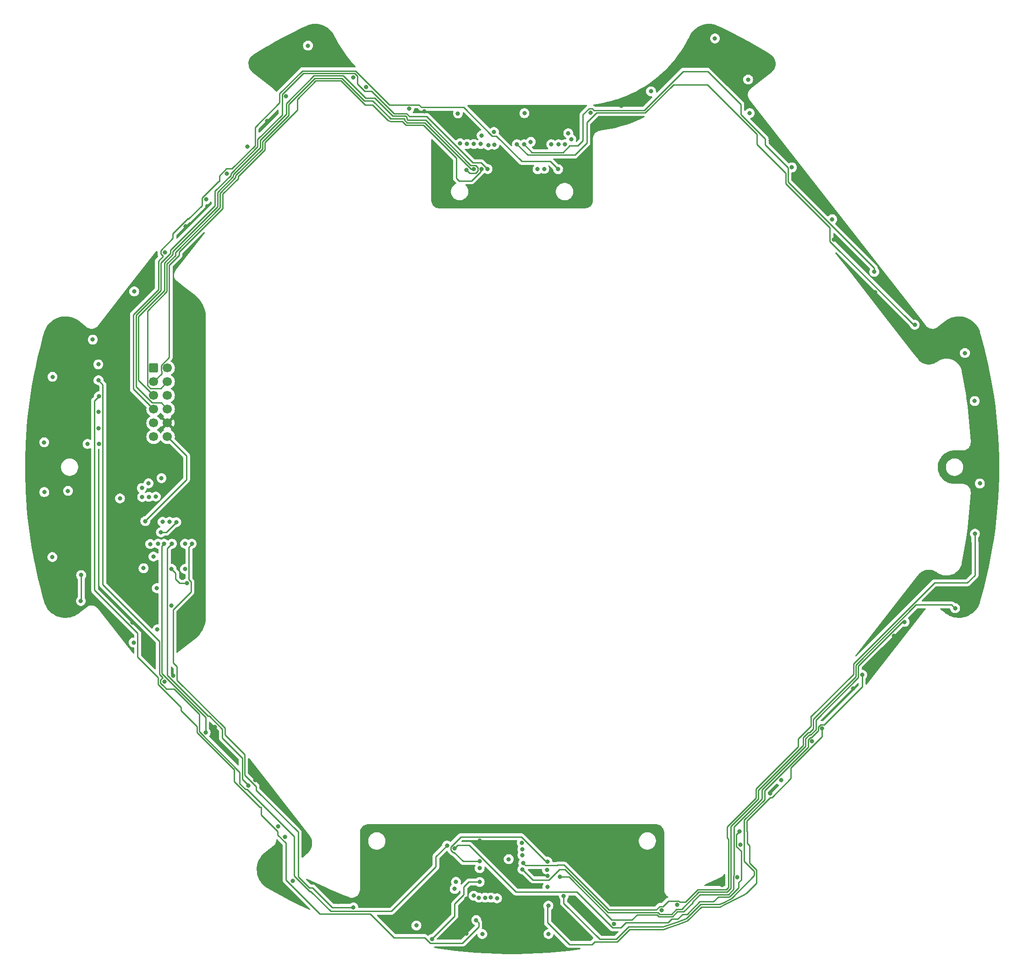
<source format=gbr>
%TF.GenerationSoftware,KiCad,Pcbnew,8.0.0-dirty*%
%TF.CreationDate,2024-04-13T23:16:21-04:00*%
%TF.ProjectId,RCJ_Open_LinePCB,52434a5f-4f70-4656-9e5f-4c696e655043,rev?*%
%TF.SameCoordinates,Original*%
%TF.FileFunction,Copper,L3,Inr*%
%TF.FilePolarity,Positive*%
%FSLAX46Y46*%
G04 Gerber Fmt 4.6, Leading zero omitted, Abs format (unit mm)*
G04 Created by KiCad (PCBNEW 8.0.0-dirty) date 2024-04-13 23:16:21*
%MOMM*%
%LPD*%
G01*
G04 APERTURE LIST*
G04 Aperture macros list*
%AMRoundRect*
0 Rectangle with rounded corners*
0 $1 Rounding radius*
0 $2 $3 $4 $5 $6 $7 $8 $9 X,Y pos of 4 corners*
0 Add a 4 corners polygon primitive as box body*
4,1,4,$2,$3,$4,$5,$6,$7,$8,$9,$2,$3,0*
0 Add four circle primitives for the rounded corners*
1,1,$1+$1,$2,$3*
1,1,$1+$1,$4,$5*
1,1,$1+$1,$6,$7*
1,1,$1+$1,$8,$9*
0 Add four rect primitives between the rounded corners*
20,1,$1+$1,$2,$3,$4,$5,0*
20,1,$1+$1,$4,$5,$6,$7,0*
20,1,$1+$1,$6,$7,$8,$9,0*
20,1,$1+$1,$8,$9,$2,$3,0*%
G04 Aperture macros list end*
%TA.AperFunction,ComponentPad*%
%ADD10RoundRect,0.250000X-0.600000X-0.600000X0.600000X-0.600000X0.600000X0.600000X-0.600000X0.600000X0*%
%TD*%
%TA.AperFunction,ComponentPad*%
%ADD11C,1.700000*%
%TD*%
%TA.AperFunction,ViaPad*%
%ADD12C,0.800000*%
%TD*%
%TA.AperFunction,Conductor*%
%ADD13C,0.250000*%
%TD*%
G04 APERTURE END LIST*
D10*
%TO.N,CS3*%
%TO.C,J1*%
X36565000Y-76360000D03*
D11*
%TO.N,CS2*%
X39105000Y-76360000D03*
%TO.N,MOSI*%
X36565000Y-78900000D03*
%TO.N,MISO*%
X39105000Y-78900000D03*
%TO.N,SCK1*%
X36565000Y-81440000D03*
%TO.N,CS1*%
X39105000Y-81440000D03*
%TO.N,CS4*%
X36565000Y-83980000D03*
%TO.N,CS5*%
X39105000Y-83980000D03*
%TO.N,5V*%
X36565000Y-86520000D03*
%TO.N,GND*%
X39105000Y-86520000D03*
%TO.N,CS6*%
X36565000Y-89060000D03*
%TO.N,3.3V*%
X39105000Y-89060000D03*
%TD*%
D12*
%TO.N,3.3V*%
X24350000Y-90400000D03*
%TO.N,GND*%
X141530000Y-17550000D03*
X123000000Y-27930000D03*
X96660000Y-170090000D03*
X109332800Y-170234000D03*
X32160000Y-114340000D03*
X141570000Y-171900000D03*
X187340000Y-76560000D03*
X16370000Y-74420000D03*
X150610000Y-34340000D03*
X173380000Y-125870000D03*
X82320000Y-178730000D03*
X47874439Y-142743542D03*
X99550000Y-39592800D03*
X130390000Y-176590000D03*
X158230000Y-43970000D03*
X34470000Y-63470000D03*
X188920000Y-88620000D03*
X42480000Y-50170000D03*
X75840000Y-24470000D03*
X144960000Y-164480000D03*
X68050000Y-16660000D03*
X55320000Y-152540000D03*
X132820000Y-21540000D03*
X162260000Y-52630000D03*
X106230000Y-39620000D03*
X150530000Y-155000000D03*
X144730000Y-24680000D03*
X50100000Y-40470000D03*
X182320000Y-117130000D03*
X188920000Y-100860000D03*
X86590000Y-28900000D03*
X40140000Y-133200000D03*
X181260000Y-70540000D03*
X16920000Y-84180000D03*
X94330000Y-180910000D03*
X17340000Y-108300000D03*
X98850000Y-29230000D03*
X106471468Y-181071643D03*
X165830000Y-135560000D03*
X34840000Y-59790000D03*
X61380000Y-22520000D03*
X169890000Y-62320000D03*
X21730000Y-117920000D03*
X94360000Y-174490000D03*
X111240000Y-29250000D03*
X158220000Y-145350000D03*
X59780000Y-169620000D03*
X16160000Y-96150000D03*
X96820000Y-163720000D03*
X118530000Y-179710000D03*
X59540000Y-161060000D03*
X70660000Y-175030000D03*
X187230000Y-112770000D03*
X32670000Y-123420000D03*
X57550000Y-30660000D03*
X112540000Y-39730000D03*
%TO.N,Ch40*%
X53890000Y-35470000D03*
X99520000Y-35100000D03*
%TO.N,3.3V*%
X109332800Y-172290000D03*
X87970000Y-181930000D03*
X35020000Y-104660000D03*
X96806500Y-171355000D03*
X34690000Y-113370000D03*
%TO.N,Ch36*%
X94470000Y-34970000D03*
X83770000Y-28420000D03*
%TO.N,Ch39*%
X98390000Y-35190000D03*
X61020000Y-26090000D03*
%TO.N,Ch35*%
X92780000Y-29320000D03*
X93170000Y-34820000D03*
%TO.N,Ch38*%
X65080000Y-16770000D03*
X97010000Y-34970000D03*
%TO.N,Ch34*%
X105080000Y-29270000D03*
X97170000Y-33370000D03*
%TO.N,Ch33*%
X117310000Y-29160000D03*
X99440000Y-32730000D03*
%TO.N,Ch37*%
X73410000Y-22680000D03*
X95740000Y-34970000D03*
%TO.N,Ch32*%
X128470000Y-25230000D03*
X112580000Y-34997200D03*
%TO.N,Ch28*%
X113740000Y-34070000D03*
X154510000Y-39280000D03*
%TO.N,Ch31*%
X140280000Y-15460000D03*
X111390000Y-35010000D03*
%TO.N,Ch27*%
X161937240Y-48878055D03*
X106230000Y-34565000D03*
%TO.N,Ch30*%
X146420000Y-23040000D03*
X110040000Y-34997200D03*
%TO.N,Ch26*%
X105000000Y-35010000D03*
X169720000Y-58590000D03*
%TO.N,Ch25*%
X177207131Y-68383151D03*
X103690000Y-34997200D03*
%TO.N,Ch29*%
X113180000Y-32970000D03*
X146710000Y-29260000D03*
%TO.N,Ch16*%
X152490000Y-152550000D03*
X100011712Y-174368288D03*
%TO.N,Ch8*%
X43605000Y-108838600D03*
X73480000Y-176060000D03*
%TO.N,Ch4*%
X46167652Y-143723054D03*
X38490000Y-108838600D03*
%TO.N,Ch24*%
X104603747Y-164136253D03*
X186470000Y-73600000D03*
%TO.N,Ch12*%
X96645474Y-174253401D03*
X121640000Y-179080000D03*
%TO.N,Ch20*%
X104710000Y-169029200D03*
X184670000Y-120750000D03*
%TO.N,Ch7*%
X42369000Y-108838600D03*
X62290000Y-171200000D03*
X36530000Y-111206149D03*
%TO.N,Ch3*%
X37240000Y-124680000D03*
X38560000Y-134320000D03*
X39850000Y-120290000D03*
X37385000Y-108838600D03*
%TO.N,Ch15*%
X144800000Y-162030000D03*
X92183700Y-165151000D03*
%TO.N,Ch23*%
X188280000Y-82460000D03*
X104710000Y-165300000D03*
%TO.N,Ch11*%
X109530000Y-180970000D03*
X95710000Y-173900000D03*
%TO.N,Ch19*%
X175320000Y-123280000D03*
X111600000Y-170430000D03*
%TO.N,Ch6*%
X60860000Y-162990000D03*
X37140000Y-117060000D03*
%TO.N,Ch2*%
X32870000Y-127090000D03*
X35930000Y-108890000D03*
%TO.N,Ch14*%
X98860000Y-174230000D03*
X144410000Y-170510000D03*
%TO.N,Ch10*%
X92430000Y-171330000D03*
X97300000Y-180990000D03*
%TO.N,Ch22*%
X189240000Y-97700000D03*
X104710000Y-166424000D03*
%TO.N,Ch18*%
X167500000Y-133060000D03*
X112340000Y-173930000D03*
%TO.N,Ch1*%
X23100000Y-119420000D03*
X23170000Y-114640000D03*
%TO.N,Ch5*%
X54021790Y-153530500D03*
X39940000Y-108824271D03*
%TO.N,Ch9*%
X92183700Y-172625000D03*
X85120000Y-179410000D03*
%TO.N,Ch13*%
X97800000Y-174260000D03*
X133288161Y-175601133D03*
%TO.N,Ch17*%
X160090000Y-143000000D03*
X109500000Y-175740000D03*
%TO.N,Ch21*%
X104860000Y-167890000D03*
X188330000Y-106990000D03*
%TO.N,MOSI*%
X97190000Y-39592800D03*
X37900000Y-106720000D03*
X102170000Y-167149000D03*
X40740000Y-104850000D03*
%TO.N,MISO*%
X108740000Y-39550000D03*
X96806500Y-167545000D03*
X95740000Y-39592800D03*
X39835000Y-113461400D03*
X109332800Y-167593949D03*
X39480000Y-104792800D03*
X42710000Y-116140000D03*
%TO.N,SCK1*%
X107500000Y-39620000D03*
X109250000Y-169130000D03*
X94338747Y-39724053D03*
X96806500Y-168815000D03*
X38210000Y-104792800D03*
%TO.N,CS1*%
X42350000Y-113510000D03*
X26330000Y-75690000D03*
%TO.N,CS2*%
X90758767Y-164625518D03*
X26370000Y-78630000D03*
%TO.N,CS3*%
X96170000Y-178410000D03*
X26440000Y-81580000D03*
%TO.N,CS4*%
X111310000Y-39620000D03*
X26380000Y-84470000D03*
%TO.N,CS5*%
X98280000Y-39592800D03*
X26400000Y-87510000D03*
%TO.N,Ch48*%
X30330000Y-100470000D03*
X17840000Y-111310000D03*
%TO.N,Ch44*%
X25310000Y-71110000D03*
X38005000Y-96720000D03*
%TO.N,Ch47*%
X16350000Y-99290000D03*
X20730000Y-99080000D03*
%TO.N,Ch43*%
X32960000Y-62210000D03*
X36950000Y-100130000D03*
%TO.N,Ch46*%
X34370000Y-98540000D03*
X16330000Y-90110000D03*
%TO.N,Ch42*%
X38610000Y-54980000D03*
X35670000Y-100170000D03*
%TO.N,Ch41*%
X34440000Y-100190000D03*
X46230000Y-45210000D03*
%TO.N,Ch45*%
X17860000Y-78000000D03*
X35620000Y-97670000D03*
%TO.N,CS6*%
X26420000Y-90370000D03*
%TD*%
D13*
%TO.N,Ch19*%
X158915000Y-141449695D02*
X166775000Y-133589695D01*
X166775000Y-133589695D02*
X166775000Y-131435000D01*
X157938604Y-144175000D02*
X158915000Y-143198604D01*
X148988604Y-155984188D02*
X148988604Y-154333909D01*
X125897208Y-177420000D02*
X129558299Y-177420000D01*
X157733299Y-144175000D02*
X157938604Y-144175000D01*
X148988604Y-154333909D02*
X157045000Y-146277513D01*
X137506632Y-173660000D02*
X142743247Y-173660000D01*
X158915000Y-143198604D02*
X158915000Y-141449695D01*
X157045000Y-146277513D02*
X157045000Y-144863299D01*
X143785000Y-161187792D02*
X148988604Y-155984188D01*
X143785000Y-164966701D02*
X143785000Y-161187792D01*
X143685000Y-170209695D02*
X143790000Y-170104695D01*
X157045000Y-144863299D02*
X157733299Y-144175000D01*
X143685000Y-172718247D02*
X143685000Y-170209695D01*
X134516396Y-176870000D02*
X136200236Y-175186160D01*
X143790000Y-164971701D02*
X143785000Y-164966701D01*
X129558299Y-177420000D02*
X129903299Y-177765000D01*
X142743247Y-173660000D02*
X143685000Y-172718247D01*
X121232208Y-178355000D02*
X124962208Y-178355000D01*
X133336396Y-176870000D02*
X134516396Y-176870000D01*
X111600000Y-170430000D02*
X113307208Y-170430000D01*
X136200236Y-174966396D02*
X137506632Y-173660000D01*
X124962208Y-178355000D02*
X125897208Y-177420000D01*
X113307208Y-170430000D02*
X121232208Y-178355000D01*
X143790000Y-170104695D02*
X143790000Y-164971701D01*
X129903299Y-177765000D02*
X132441396Y-177765000D01*
X132441396Y-177765000D02*
X133336396Y-176870000D01*
X136200236Y-175186160D02*
X136200236Y-174966396D01*
X166775000Y-131435000D02*
X174940000Y-123270000D01*
X174940000Y-123270000D02*
X175240000Y-123270000D01*
%TO.N,GND*%
X94330000Y-180910000D02*
X94330000Y-174520000D01*
X94330000Y-180910000D02*
X94360000Y-180880000D01*
X94330000Y-174520000D02*
X94360000Y-174490000D01*
%TO.N,3.3V*%
X94793299Y-171355000D02*
X96806500Y-171355000D01*
X42650000Y-92605000D02*
X39105000Y-89060000D01*
X92190000Y-175420000D02*
X93880000Y-173730000D01*
X93880000Y-172268299D02*
X94793299Y-171355000D01*
X35020000Y-104600000D02*
X42650000Y-96970000D01*
X92190000Y-177640000D02*
X92190000Y-175420000D01*
X35020000Y-104660000D02*
X35020000Y-104600000D01*
X87930000Y-181900000D02*
X92190000Y-177640000D01*
X42650000Y-96970000D02*
X42650000Y-92605000D01*
X93880000Y-173730000D02*
X93880000Y-172268299D01*
%TO.N,Ch26*%
X112184002Y-36540000D02*
X106490000Y-36540000D01*
X106490000Y-36540000D02*
X105000000Y-35050000D01*
X169790000Y-58660000D02*
X169790000Y-58680000D01*
X115895000Y-29549695D02*
X115895000Y-34340305D01*
X113434002Y-35290000D02*
X112184002Y-36540000D01*
X114945305Y-35290000D02*
X113434002Y-35290000D01*
X117610305Y-28435000D02*
X117009695Y-28435000D01*
X149570000Y-35140000D02*
X149570000Y-34020000D01*
X138940000Y-21520000D02*
X134400000Y-21520000D01*
X117885305Y-28710000D02*
X117610305Y-28435000D01*
X134400000Y-21520000D02*
X127210000Y-28710000D01*
X117009695Y-28435000D02*
X115895000Y-29549695D01*
X115895000Y-34340305D02*
X114945305Y-35290000D01*
X105000000Y-35050000D02*
X105000000Y-35010000D01*
X169720000Y-57860000D02*
X153785000Y-41925000D01*
X104960000Y-35010000D02*
X104920000Y-34970000D01*
X127210000Y-28710000D02*
X117885305Y-28710000D01*
X153785000Y-39355000D02*
X149570000Y-35140000D01*
X153785000Y-41925000D02*
X153785000Y-39355000D01*
X105000000Y-35010000D02*
X104960000Y-35010000D01*
X169720000Y-58590000D02*
X169720000Y-57860000D01*
X145070000Y-27650000D02*
X138940000Y-21520000D01*
X169720000Y-58590000D02*
X169790000Y-58660000D01*
X145070000Y-29520000D02*
X145070000Y-27650000D01*
X149570000Y-34020000D02*
X145070000Y-29520000D01*
%TO.N,Ch25*%
X118440000Y-29160000D02*
X127396396Y-29160000D01*
X153335000Y-40325000D02*
X153335000Y-42265000D01*
X132588198Y-23968198D02*
X138881802Y-23968198D01*
X148030000Y-33116396D02*
X148030000Y-35020000D01*
X148030000Y-35020000D02*
X153335000Y-40325000D01*
X161535000Y-50465000D02*
X161535000Y-52930305D01*
X105682800Y-36990000D02*
X114380305Y-36990000D01*
X161535000Y-52930305D02*
X176974695Y-68370000D01*
X176974695Y-68370000D02*
X177230000Y-68370000D01*
X116620000Y-30980000D02*
X118440000Y-29160000D01*
X138881802Y-23968198D02*
X148030000Y-33116396D01*
X114380305Y-36990000D02*
X116620000Y-34750305D01*
X116620000Y-34750305D02*
X116620000Y-30980000D01*
X127396396Y-29160000D02*
X132588198Y-23968198D01*
X103690000Y-34997200D02*
X105682800Y-36990000D01*
X153335000Y-42265000D02*
X161535000Y-50465000D01*
%TO.N,Ch8*%
X43605000Y-108838600D02*
X43605000Y-108925000D01*
X40150305Y-130860305D02*
X40865000Y-131575000D01*
X55490000Y-153735305D02*
X55490000Y-154370000D01*
X43080000Y-109450000D02*
X43080000Y-115484695D01*
X43435000Y-117730305D02*
X40150305Y-121015000D01*
X63255000Y-170355000D02*
X65334155Y-172434155D01*
X53378296Y-151623601D02*
X55490000Y-153735305D01*
X53378296Y-147818296D02*
X53378296Y-151623601D01*
X40865000Y-134055000D02*
X49698098Y-142888098D01*
X43435000Y-115839695D02*
X43435000Y-117730305D01*
X40150305Y-121015000D02*
X40150305Y-130860305D01*
X43080000Y-115484695D02*
X43435000Y-115839695D01*
X55490000Y-154370000D02*
X63255000Y-162135000D01*
X49698098Y-142888098D02*
X49698098Y-144138098D01*
X65334155Y-172434155D02*
X65930000Y-172434155D01*
X43605000Y-108925000D02*
X43080000Y-109450000D01*
X40865000Y-131575000D02*
X40865000Y-134055000D01*
X65930000Y-172434155D02*
X69555845Y-176060000D01*
X63255000Y-162135000D02*
X63255000Y-170355000D01*
X49698098Y-144138098D02*
X53378296Y-147818296D01*
X69555845Y-176060000D02*
X73480000Y-176060000D01*
%TO.N,Ch4*%
X38055000Y-113840305D02*
X38070000Y-113855305D01*
X38490000Y-108838600D02*
X38055000Y-109273600D01*
X38070000Y-113855305D02*
X38070000Y-132804695D01*
X38070000Y-132804695D02*
X46167652Y-140902347D01*
X38055000Y-109273600D02*
X38055000Y-113840305D01*
X46167652Y-140902347D02*
X46167652Y-143723054D01*
%TO.N,Ch20*%
X143235000Y-172531851D02*
X143235000Y-169246502D01*
X157546903Y-143725000D02*
X157752208Y-143725000D01*
X142556851Y-173210000D02*
X143235000Y-172531851D01*
X130089695Y-177315000D02*
X132255000Y-177315000D01*
X112593604Y-169080000D02*
X120483604Y-176970000D01*
X132255000Y-177315000D02*
X133150000Y-176420000D01*
X158465000Y-141263299D02*
X166325000Y-133403299D01*
X157752208Y-143725000D02*
X158465000Y-143012208D01*
X143235000Y-169246502D02*
X143240000Y-169241502D01*
X184003313Y-120123313D02*
X184630000Y-120750000D01*
X120483604Y-176970000D02*
X129744695Y-176970000D01*
X148330812Y-154355304D02*
X156595000Y-146091116D01*
X133150000Y-176420000D02*
X134110236Y-176420000D01*
X134110236Y-176420000D02*
X137320236Y-173210000D01*
X143240000Y-169241502D02*
X143240000Y-161096396D01*
X104710000Y-169029200D02*
X106639800Y-170959000D01*
X143240000Y-161096396D02*
X148330812Y-156005584D01*
X177450291Y-120123313D02*
X184003313Y-120123313D01*
X158465000Y-143012208D02*
X158465000Y-141263299D01*
X129744695Y-176970000D02*
X130089695Y-177315000D01*
X166325000Y-133403299D02*
X166325000Y-131248604D01*
X137320236Y-173210000D02*
X142556851Y-173210000D01*
X109633105Y-170959000D02*
X111512105Y-169080000D01*
X156595000Y-146091116D02*
X156595000Y-144676903D01*
X166325000Y-131248604D02*
X177450291Y-120123313D01*
X111512105Y-169080000D02*
X112593604Y-169080000D01*
X106639800Y-170959000D02*
X109633105Y-170959000D01*
X148330812Y-156005584D02*
X148330812Y-154355304D01*
X156595000Y-144676903D02*
X157546903Y-143725000D01*
%TO.N,Ch15*%
X92183700Y-165151000D02*
X92759700Y-164575000D01*
X123850000Y-178850000D02*
X131627131Y-178850000D01*
X143036634Y-174030680D02*
X144680000Y-172387314D01*
X103491805Y-173205000D02*
X114739696Y-173205000D01*
X132262131Y-178215000D02*
X133418028Y-178215000D01*
X131627131Y-178850000D02*
X132262131Y-178215000D01*
X92759700Y-164575000D02*
X94861805Y-164575000D01*
X144235000Y-164780305D02*
X144235000Y-162595000D01*
X121339695Y-179805000D02*
X122895000Y-179805000D01*
X145135000Y-165680305D02*
X144235000Y-164780305D01*
X122895000Y-179805000D02*
X123850000Y-178850000D01*
X144680000Y-172387314D02*
X144680000Y-171450000D01*
X144680000Y-171450000D02*
X145135000Y-170995000D01*
X114739696Y-173205000D02*
X121339695Y-179805000D01*
X145135000Y-170995000D02*
X145135000Y-165680305D01*
X133418028Y-178215000D02*
X134313028Y-177320000D01*
X144800000Y-162030000D02*
X144830000Y-162000000D01*
X94861805Y-164575000D02*
X103491805Y-173205000D01*
X140923413Y-174110000D02*
X142877797Y-174110000D01*
X142877797Y-174110000D02*
X143036634Y-174030680D01*
X144235000Y-162595000D02*
X144800000Y-162030000D01*
X134313028Y-177320000D02*
X135157208Y-177320000D01*
X135157208Y-177320000D02*
X137477208Y-175000000D01*
X140033413Y-175000000D02*
X140923413Y-174110000D01*
X137477208Y-175000000D02*
X140033413Y-175000000D01*
%TO.N,Ch18*%
X157919695Y-144625000D02*
X158125000Y-144625000D01*
X141906948Y-175097812D02*
X143341451Y-174381451D01*
X160475000Y-142275000D02*
X167500000Y-135250000D01*
X159365000Y-142699695D02*
X159789695Y-142275000D01*
X149438604Y-154520305D02*
X157495000Y-146463909D01*
X157495000Y-146463909D02*
X157495000Y-145049695D01*
X158125000Y-144625000D02*
X159365000Y-143385000D01*
X147540000Y-170163710D02*
X147540000Y-169346396D01*
X143341451Y-174362259D02*
X147540000Y-170163710D01*
X135016125Y-178097479D02*
X137613604Y-175500000D01*
X112340000Y-173930000D02*
X112340000Y-175270000D01*
X122023604Y-181940000D02*
X124313604Y-179650000D01*
X145685000Y-167491396D02*
X145685000Y-159924188D01*
X147540000Y-169346396D02*
X145685000Y-167491396D01*
X141057279Y-175500000D02*
X141906948Y-175097812D01*
X130649561Y-179650000D02*
X131464478Y-179383752D01*
X119010000Y-181940000D02*
X122023604Y-181940000D01*
X159365000Y-143385000D02*
X159365000Y-142699695D01*
X124313604Y-179650000D02*
X130649561Y-179650000D01*
X159789695Y-142275000D02*
X160475000Y-142275000D01*
X149438604Y-156170584D02*
X149438604Y-154520305D01*
X145685000Y-159924188D02*
X149438604Y-156170584D01*
X167500000Y-135250000D02*
X167500000Y-133060000D01*
X135004445Y-178102130D02*
X135016125Y-178097479D01*
X137613604Y-175500000D02*
X141057279Y-175500000D01*
X112340000Y-175270000D02*
X119010000Y-181940000D01*
X157495000Y-145049695D02*
X157919695Y-144625000D01*
X167500000Y-133060000D02*
X167470000Y-133020000D01*
X143341451Y-174381451D02*
X143341451Y-174362259D01*
X131464478Y-179383752D02*
X133241227Y-178761564D01*
X133241227Y-178761564D02*
X135004445Y-178102130D01*
%TO.N,Ch1*%
X23170000Y-114640000D02*
X23170000Y-119350000D01*
X23170000Y-119350000D02*
X23100000Y-119420000D01*
%TO.N,Ch5*%
X54021790Y-153530500D02*
X54030000Y-153522290D01*
X52928296Y-152388296D02*
X54021790Y-153481790D01*
X49248098Y-143091896D02*
X49248098Y-144751506D01*
X49248098Y-144751506D02*
X52928296Y-148431704D01*
X39075000Y-133173299D02*
X46617652Y-140715951D01*
X54030000Y-153522290D02*
X54030000Y-153490000D01*
X39075000Y-109689271D02*
X39075000Y-133173299D01*
X39940000Y-108824271D02*
X39804271Y-108960000D01*
X54021790Y-153481790D02*
X54021790Y-153530500D01*
X52928296Y-148431704D02*
X52928296Y-152388296D01*
X46872153Y-140715951D02*
X49248098Y-143091896D01*
X46617652Y-140715951D02*
X46872153Y-140715951D01*
X39804271Y-108960000D02*
X39780000Y-108960000D01*
X39940000Y-108824271D02*
X39075000Y-109689271D01*
%TO.N,Ch17*%
X154335305Y-150260000D02*
X160090000Y-144505305D01*
X146103281Y-173426719D02*
X147990000Y-171540000D01*
X147990000Y-171540000D02*
X147990000Y-169160000D01*
X142103749Y-175502524D02*
X143796382Y-174657258D01*
X146210000Y-161998774D02*
X146210000Y-160035584D01*
X146235613Y-162024387D02*
X146210000Y-161998774D01*
X131608697Y-179810042D02*
X133394406Y-179184717D01*
X154335305Y-152220000D02*
X154335305Y-150260000D01*
X124500000Y-180100000D02*
X130721208Y-180100000D01*
X109350000Y-175890000D02*
X109350000Y-178860000D01*
X146720000Y-164675883D02*
X146235613Y-164191496D01*
X109350000Y-178860000D02*
X113410000Y-182920000D01*
X143796382Y-174657258D02*
X145470904Y-173776516D01*
X150520584Y-155725000D02*
X150830305Y-155725000D01*
X133394406Y-179184717D02*
X135166516Y-178521957D01*
X141158404Y-175950000D02*
X142103749Y-175502524D01*
X150830305Y-155725000D02*
X154335305Y-152220000D01*
X147990000Y-169160000D02*
X146720000Y-167890000D01*
X145470904Y-173776516D02*
X146103281Y-173426719D01*
X135166516Y-178521957D02*
X135268752Y-178481248D01*
X146235613Y-164191496D02*
X146235613Y-162024387D01*
X113410000Y-182920000D02*
X117540000Y-182920000D01*
X137800000Y-175950000D02*
X141158404Y-175950000D01*
X146210000Y-160035584D02*
X150520584Y-155725000D01*
X118070000Y-182390000D02*
X122210000Y-182390000D01*
X122210000Y-182390000D02*
X124500000Y-180100000D01*
X130721208Y-180100000D02*
X131608697Y-179810042D01*
X117540000Y-182920000D02*
X118070000Y-182390000D01*
X160090000Y-144505305D02*
X160090000Y-143000000D01*
X135268752Y-178481248D02*
X137800000Y-175950000D01*
X146720000Y-167890000D02*
X146720000Y-164675883D01*
X109500000Y-175740000D02*
X109350000Y-175890000D01*
%TO.N,Ch21*%
X158015000Y-140895000D02*
X157980524Y-140860524D01*
X130089695Y-175865000D02*
X130690305Y-175865000D01*
X120670000Y-176520000D02*
X129434695Y-176520000D01*
X133588466Y-174876133D02*
X133798965Y-175086632D01*
X142785000Y-172345000D02*
X142785000Y-169060106D01*
X129434695Y-176520000D02*
X130089695Y-175865000D01*
X105238949Y-168318949D02*
X104860000Y-167940000D01*
X137133840Y-172760000D02*
X142370000Y-172760000D01*
X147880812Y-154168908D02*
X155689860Y-146359860D01*
X155689860Y-146359860D02*
X155689860Y-144905140D01*
X165875000Y-131062208D02*
X180877208Y-116060000D01*
X142785000Y-169060106D02*
X142790000Y-169055106D01*
X134807208Y-175086632D02*
X137133840Y-172760000D01*
X165875000Y-132966048D02*
X165875000Y-131062208D01*
X142790000Y-169055106D02*
X142790000Y-163433604D01*
X112370000Y-168220000D02*
X120670000Y-176520000D01*
X155689860Y-144905140D02*
X158015000Y-142580000D01*
X157980524Y-140860524D02*
X165875000Y-132966048D01*
X188338772Y-114651228D02*
X188338772Y-109490000D01*
X104860000Y-167890000D02*
X104810000Y-167890000D01*
X133798965Y-175086632D02*
X134807208Y-175086632D01*
X142790000Y-163433604D02*
X142560000Y-163203604D01*
X188330000Y-106990000D02*
X188340000Y-107020000D01*
X186930000Y-116060000D02*
X188338772Y-114651228D01*
X131679172Y-174876133D02*
X133588466Y-174876133D01*
X104860000Y-167940000D02*
X104860000Y-167890000D01*
X142370000Y-172760000D02*
X142785000Y-172345000D01*
X180877208Y-116060000D02*
X186930000Y-116060000D01*
X142560000Y-163203604D02*
X142560000Y-161140000D01*
X130690305Y-175865000D02*
X131679172Y-174876133D01*
X111221000Y-168230000D02*
X111231000Y-168220000D01*
X142560000Y-161140000D02*
X147880812Y-155819188D01*
X104810000Y-167890000D02*
X104860000Y-167940000D01*
X111231000Y-168220000D02*
X111132051Y-168318949D01*
X188338772Y-109490000D02*
X188330000Y-106990000D01*
X111132051Y-168318949D02*
X105238949Y-168318949D01*
X111231000Y-168220000D02*
X112370000Y-168220000D01*
X158015000Y-142580000D02*
X158015000Y-140895000D01*
X147880812Y-155819188D02*
X147880812Y-154168908D01*
%TO.N,MOSI*%
X75630000Y-27700000D02*
X71190000Y-23260000D01*
X57120000Y-36005584D02*
X52175000Y-40950584D01*
X66540000Y-23260000D02*
X63080000Y-26720000D01*
X86375306Y-31450000D02*
X83180000Y-31450000D01*
X37930000Y-75873299D02*
X37930000Y-76846701D01*
X57120000Y-34666012D02*
X57120000Y-36005584D01*
X37900000Y-106720000D02*
X38870000Y-106720000D01*
X97190000Y-39592800D02*
X96950000Y-39832800D01*
X39430000Y-57330000D02*
X39430000Y-74373299D01*
X63080000Y-26720000D02*
X63080000Y-28706012D01*
X92500000Y-37574694D02*
X86375306Y-31450000D01*
X63080000Y-28706012D02*
X57120000Y-34666012D01*
X77022743Y-27700000D02*
X75630000Y-27700000D01*
X52175000Y-40950584D02*
X52175000Y-41329493D01*
X38020000Y-76936701D02*
X38020000Y-77445000D01*
X96950000Y-40101701D02*
X95296701Y-41755000D01*
X38870000Y-106720000D02*
X40740000Y-104850000D01*
X39430000Y-74373299D02*
X37930000Y-75873299D01*
X49340000Y-44164493D02*
X49340000Y-46836396D01*
X92999695Y-41755000D02*
X92500000Y-41255305D01*
X52175000Y-41329493D02*
X49340000Y-44164493D01*
X79904335Y-30581592D02*
X77022743Y-27700000D01*
X71190000Y-23260000D02*
X66540000Y-23260000D01*
X82510000Y-30780000D02*
X80416273Y-30780000D01*
X37930000Y-76846701D02*
X38020000Y-76936701D01*
X49340000Y-46836396D02*
X41240000Y-54936396D01*
X41240000Y-54936396D02*
X41240000Y-55520000D01*
X41240000Y-55520000D02*
X39430000Y-57330000D01*
X80416273Y-30780000D02*
X79904335Y-30581592D01*
X92500000Y-41255305D02*
X92500000Y-37574694D01*
X38020000Y-77445000D02*
X36565000Y-78900000D01*
X96950000Y-39832800D02*
X96950000Y-40101701D01*
X95296701Y-41755000D02*
X92999695Y-41755000D01*
X83180000Y-31450000D02*
X82510000Y-30780000D01*
%TO.N,MISO*%
X40630000Y-114256400D02*
X40630000Y-115390000D01*
X39835000Y-113461400D02*
X40630000Y-114256400D01*
X61500000Y-29649616D02*
X56670000Y-34479616D01*
X41380000Y-116140000D02*
X42710000Y-116140000D01*
X83370000Y-31000000D02*
X82920000Y-30550000D01*
X109086749Y-167593949D02*
X104487800Y-162995000D01*
X66373604Y-22790000D02*
X61500000Y-27663604D01*
X95740000Y-39592800D02*
X95232800Y-39592800D01*
X95232800Y-39592800D02*
X86640000Y-31000000D01*
X40630000Y-115390000D02*
X41380000Y-116140000D01*
X40561802Y-54978198D02*
X40561802Y-55561802D01*
X48806802Y-44061295D02*
X48806802Y-46733198D01*
X56670000Y-35819188D02*
X51725000Y-40764188D01*
X35390000Y-79576701D02*
X35913299Y-80100000D01*
X77029681Y-26950000D02*
X75516396Y-26950000D01*
X82920000Y-30550000D02*
X82920000Y-30233447D01*
X37905000Y-80100000D02*
X39105000Y-78900000D01*
X38980000Y-62210000D02*
X35390000Y-65800000D01*
X35913299Y-80100000D02*
X37905000Y-80100000D01*
X104487800Y-162995000D02*
X93314395Y-162995000D01*
X38980000Y-57143604D02*
X38980000Y-62210000D01*
X80251296Y-30233447D02*
X80352256Y-30272575D01*
X93314395Y-162995000D02*
X91458700Y-164850695D01*
X91458700Y-165451305D02*
X91883395Y-165876000D01*
X86640000Y-31000000D02*
X83370000Y-31000000D01*
X51725000Y-40764188D02*
X51725000Y-41143097D01*
X56670000Y-34479616D02*
X56670000Y-35819188D01*
X82920000Y-30233447D02*
X80251296Y-30233447D01*
X92086000Y-165876000D02*
X93755000Y-167545000D01*
X40561802Y-55561802D02*
X38980000Y-57143604D01*
X91883395Y-165876000D02*
X92086000Y-165876000D01*
X93755000Y-167545000D02*
X96806500Y-167545000D01*
X75516396Y-26950000D02*
X71356396Y-22790000D01*
X48806802Y-46733198D02*
X40561802Y-54978198D01*
X61500000Y-27663604D02*
X61500000Y-29649616D01*
X71356396Y-22790000D02*
X66373604Y-22790000D01*
X51725000Y-41143097D02*
X48806802Y-44061295D01*
X91458700Y-164850695D02*
X91458700Y-165451305D01*
X80352256Y-30272575D02*
X77029681Y-26950000D01*
X35390000Y-65800000D02*
X35390000Y-79576701D01*
X109332800Y-167593949D02*
X109086749Y-167593949D01*
%TO.N,SCK1*%
X40111802Y-54791802D02*
X40111802Y-55375406D01*
X40111802Y-55375406D02*
X38530000Y-56957208D01*
X75702792Y-26500000D02*
X71542792Y-22340000D01*
X83533198Y-30526802D02*
X83370000Y-30363604D01*
X80713447Y-29783447D02*
X77430000Y-26500000D01*
X95144196Y-38867800D02*
X86803198Y-30526802D01*
X61050000Y-27477208D02*
X61050000Y-29463220D01*
X33745000Y-78620000D02*
X36565000Y-81440000D01*
X94932494Y-40317800D02*
X96040305Y-40317800D01*
X96465000Y-39893105D02*
X96465000Y-39292495D01*
X48356802Y-43874899D02*
X48356802Y-46546802D01*
X38530000Y-62023604D02*
X33745000Y-66808604D01*
X96040305Y-40317800D02*
X96465000Y-39893105D01*
X77430000Y-26500000D02*
X75702792Y-26500000D01*
X56220000Y-35632792D02*
X51275000Y-40577792D01*
X51275000Y-40956701D02*
X48356802Y-43874899D01*
X71542792Y-22340000D02*
X66187208Y-22340000D01*
X33745000Y-66808604D02*
X33745000Y-78620000D01*
X96040305Y-38867800D02*
X95144196Y-38867800D01*
X94338747Y-39724053D02*
X94932494Y-40317800D01*
X61050000Y-29463220D02*
X56220000Y-34293220D01*
X83106396Y-29783447D02*
X80713447Y-29783447D01*
X83370000Y-30047051D02*
X83106396Y-29783447D01*
X48356802Y-46546802D02*
X40111802Y-54791802D01*
X96465000Y-39292495D02*
X96040305Y-38867800D01*
X86803198Y-30526802D02*
X83533198Y-30526802D01*
X38530000Y-56957208D02*
X38530000Y-62023604D01*
X66187208Y-22340000D02*
X61050000Y-27477208D01*
X83370000Y-30363604D02*
X83370000Y-30047051D01*
X56220000Y-34293220D02*
X56220000Y-35632792D01*
X51275000Y-40577792D02*
X51275000Y-40956701D01*
%TO.N,CS2*%
X44992652Y-143573359D02*
X44992652Y-140363743D01*
X88700000Y-166684285D02*
X88700000Y-168550000D01*
X62484454Y-170220850D02*
X62484454Y-162964454D01*
X37620000Y-132991091D02*
X37620000Y-126846396D01*
X38259695Y-135045000D02*
X37835000Y-134620305D01*
X62484454Y-162964454D02*
X53775500Y-154255500D01*
X52478296Y-151059003D02*
X44992652Y-143573359D01*
X90758767Y-164625518D02*
X88700000Y-166684285D01*
X27165000Y-79425000D02*
X26370000Y-78630000D01*
X37835000Y-134019695D02*
X38230000Y-133624695D01*
X53522708Y-154255500D02*
X52478296Y-153211088D01*
X27165000Y-116391396D02*
X27165000Y-79425000D01*
X44992652Y-140363743D02*
X40327107Y-135698198D01*
X38230000Y-133624695D02*
X38230000Y-133601091D01*
X65600000Y-173130000D02*
X65393604Y-173130000D01*
X53775500Y-154255500D02*
X53522708Y-154255500D01*
X80465000Y-176785000D02*
X69255000Y-176785000D01*
X40327107Y-135698198D02*
X38923198Y-135698198D01*
X88700000Y-168550000D02*
X80465000Y-176785000D01*
X37835000Y-134620305D02*
X37835000Y-134019695D01*
X69255000Y-176785000D02*
X65600000Y-173130000D01*
X65393604Y-173130000D02*
X62484454Y-170220850D01*
X52478296Y-153211088D02*
X52478296Y-151059003D01*
X38270000Y-135045000D02*
X38259695Y-135045000D01*
X38923198Y-135698198D02*
X38270000Y-135045000D01*
X38230000Y-133601091D02*
X37620000Y-132991091D01*
X37620000Y-126846396D02*
X27165000Y-116391396D01*
%TO.N,CS3*%
X44542652Y-142605444D02*
X41608604Y-139671396D01*
X59510000Y-162040000D02*
X59494695Y-162040000D01*
X44542652Y-143759755D02*
X44542652Y-142605444D01*
X96170000Y-178410000D02*
X96620000Y-178860000D01*
X80939695Y-181629695D02*
X76545000Y-177235000D01*
X96620000Y-179645305D02*
X93610305Y-182655000D01*
X56386802Y-157503198D02*
X56134010Y-157503198D01*
X25630000Y-82390000D02*
X26440000Y-81580000D01*
X56386802Y-158932107D02*
X56386802Y-157503198D01*
X37385000Y-134806701D02*
X37385000Y-133555000D01*
X25630000Y-117420000D02*
X25630000Y-82390000D01*
X59510000Y-162665305D02*
X59510000Y-162040000D01*
X51390000Y-150607103D02*
X44542652Y-143759755D01*
X67299695Y-177235000D02*
X61015000Y-170950305D01*
X59494695Y-162040000D02*
X56386802Y-158932107D01*
X76545000Y-177235000D02*
X67299695Y-177235000D01*
X41608604Y-139671396D02*
X41608604Y-139030305D01*
X86644390Y-181629695D02*
X80939695Y-181629695D01*
X61015000Y-170950305D02*
X61015000Y-164170305D01*
X87669695Y-182655000D02*
X86644390Y-181629695D01*
X33600000Y-129770000D02*
X33600000Y-125390000D01*
X61015000Y-164170305D02*
X59510000Y-162665305D01*
X93610305Y-182655000D02*
X87669695Y-182655000D01*
X41608604Y-139030305D02*
X37385000Y-134806701D01*
X33600000Y-125390000D02*
X25630000Y-117420000D01*
X96620000Y-178860000D02*
X96620000Y-179645305D01*
X56134010Y-157503198D02*
X51390000Y-152759188D01*
X37385000Y-133555000D02*
X33600000Y-129770000D01*
X51390000Y-152759188D02*
X51390000Y-150607103D01*
%TO.N,CS4*%
X73846396Y-21440000D02*
X64008299Y-21440000D01*
X99855000Y-33455000D02*
X99139695Y-33455000D01*
X38309695Y-55705000D02*
X37445406Y-56569289D01*
X99139695Y-33455000D02*
X93854695Y-28170000D01*
X37445406Y-56569289D02*
X37445406Y-61835406D01*
X48680000Y-40864695D02*
X48680000Y-41830000D01*
X37445406Y-61835406D02*
X32810000Y-66470812D01*
X42875240Y-48749455D02*
X40110000Y-51514695D01*
X55320000Y-31864695D02*
X55320000Y-35260000D01*
X111310000Y-39620000D02*
X109860000Y-38170000D01*
X59845000Y-25603299D02*
X59845000Y-27339695D01*
X45505000Y-46323909D02*
X43079455Y-48749455D01*
X51040000Y-39540000D02*
X50004695Y-39540000D01*
X64008299Y-21440000D02*
X59845000Y-25603299D01*
X32810000Y-80225000D02*
X36565000Y-83980000D01*
X55320000Y-35260000D02*
X51040000Y-39540000D01*
X86050000Y-28170000D02*
X85575000Y-27695000D01*
X43079455Y-48749455D02*
X42875240Y-48749455D01*
X93854695Y-28170000D02*
X86050000Y-28170000D01*
X40110000Y-52410000D02*
X37885000Y-54635000D01*
X43079455Y-48749455D02*
X42989454Y-48839455D01*
X32810000Y-66470812D02*
X32810000Y-80225000D01*
X85575000Y-27695000D02*
X80101396Y-27695000D01*
X80101396Y-27695000D02*
X73846396Y-21440000D01*
X48584695Y-41830000D02*
X45505000Y-44909695D01*
X37885000Y-54635000D02*
X37885000Y-55280305D01*
X109860000Y-38170000D02*
X104570000Y-38170000D01*
X104570000Y-38170000D02*
X99855000Y-33455000D01*
X48680000Y-41830000D02*
X48584695Y-41830000D01*
X59845000Y-27339695D02*
X55320000Y-31864695D01*
X50004695Y-39540000D02*
X48680000Y-40864695D01*
X37885000Y-55280305D02*
X38309695Y-55705000D01*
X45505000Y-44909695D02*
X45505000Y-46323909D01*
X40110000Y-51514695D02*
X40110000Y-52410000D01*
%TO.N,CS5*%
X55770000Y-34106824D02*
X55770000Y-35446396D01*
X75550101Y-25205406D02*
X74180000Y-23835305D01*
X37895406Y-62021802D02*
X33295000Y-66622208D01*
X87000655Y-29860655D02*
X83820000Y-29860655D01*
X74180000Y-23835305D02*
X74180000Y-22410000D01*
X76860711Y-25205406D02*
X75550101Y-25205406D01*
X36268299Y-82805000D02*
X37930000Y-82805000D01*
X33295000Y-66622208D02*
X33295000Y-79831701D01*
X73660000Y-21890000D02*
X64194695Y-21890000D01*
X47906802Y-46360406D02*
X39661802Y-54605406D01*
X60295000Y-25789695D02*
X60295000Y-29581824D01*
X55770000Y-35446396D02*
X50825000Y-40391396D01*
X95557800Y-38417800D02*
X87000655Y-29860655D01*
X39661802Y-55189010D02*
X37895406Y-56955406D01*
X98280000Y-39592800D02*
X97105000Y-38417800D01*
X39661802Y-54605406D02*
X39661802Y-55189010D01*
X37895406Y-56955406D02*
X37895406Y-62021802D01*
X60295000Y-29581824D02*
X55770000Y-34106824D01*
X50825000Y-40770305D02*
X47906802Y-43688503D01*
X83820000Y-29860655D02*
X83292792Y-29333447D01*
X83292792Y-29333447D02*
X80988752Y-29333447D01*
X47906802Y-43688503D02*
X47906802Y-46360406D01*
X37930000Y-82805000D02*
X39105000Y-83980000D01*
X50825000Y-40391396D02*
X50825000Y-40770305D01*
X64194695Y-21890000D02*
X60295000Y-25789695D01*
X97105000Y-38417800D02*
X95557800Y-38417800D01*
X80988752Y-29333447D02*
X76860711Y-25205406D01*
X33295000Y-79831701D02*
X36268299Y-82805000D01*
X74180000Y-22410000D02*
X73660000Y-21890000D01*
%TD*%
%TA.AperFunction,Conductor*%
%TO.N,GND*%
G36*
X90789162Y-165593540D02*
G01*
X90845095Y-165635412D01*
X90860389Y-165662269D01*
X90897298Y-165751377D01*
X90897303Y-165751386D01*
X90966628Y-165855137D01*
X90966631Y-165855141D01*
X91391324Y-166279833D01*
X91469373Y-166357882D01*
X91479563Y-166368072D01*
X91583313Y-166437396D01*
X91583319Y-166437399D01*
X91583320Y-166437400D01*
X91698610Y-166485155D01*
X91787349Y-166502806D01*
X91849259Y-166535190D01*
X91850838Y-166536742D01*
X93262929Y-167948833D01*
X93331890Y-168017794D01*
X93351168Y-168037072D01*
X93454918Y-168106396D01*
X93454924Y-168106399D01*
X93454925Y-168106400D01*
X93570215Y-168154155D01*
X93692601Y-168178499D01*
X93692605Y-168178500D01*
X93692606Y-168178500D01*
X95910164Y-168178500D01*
X95977203Y-168198185D01*
X96022958Y-168250989D01*
X96032902Y-168320147D01*
X96017552Y-168364499D01*
X95971972Y-168443446D01*
X95971970Y-168443450D01*
X95912959Y-168625068D01*
X95912958Y-168625072D01*
X95892996Y-168815000D01*
X95912958Y-169004928D01*
X95912959Y-169004931D01*
X95971970Y-169186549D01*
X95971973Y-169186556D01*
X96067460Y-169351944D01*
X96195247Y-169493866D01*
X96349748Y-169606118D01*
X96524212Y-169683794D01*
X96711013Y-169723500D01*
X96901987Y-169723500D01*
X97088788Y-169683794D01*
X97263252Y-169606118D01*
X97417753Y-169493866D01*
X97545540Y-169351944D01*
X97641027Y-169186556D01*
X97700042Y-169004928D01*
X97720004Y-168815000D01*
X97700042Y-168625072D01*
X97700039Y-168625065D01*
X97699537Y-168620281D01*
X97712106Y-168551551D01*
X97759838Y-168500527D01*
X97827578Y-168483409D01*
X97893820Y-168505631D01*
X97910539Y-168519638D01*
X103087968Y-173697068D01*
X103087972Y-173697071D01*
X103191723Y-173766396D01*
X103191729Y-173766399D01*
X103191730Y-173766400D01*
X103307020Y-173814155D01*
X103429406Y-173838499D01*
X103429410Y-173838500D01*
X103429411Y-173838500D01*
X103554199Y-173838500D01*
X111305229Y-173838500D01*
X111372268Y-173858185D01*
X111418023Y-173910989D01*
X111428549Y-173949535D01*
X111446458Y-174119928D01*
X111446459Y-174119931D01*
X111505470Y-174301549D01*
X111505473Y-174301556D01*
X111592985Y-174453132D01*
X111600960Y-174466944D01*
X111674649Y-174548784D01*
X111704880Y-174611775D01*
X111706500Y-174631756D01*
X111706500Y-175332398D01*
X111730843Y-175454777D01*
X111730845Y-175454785D01*
X111778598Y-175570072D01*
X111778603Y-175570081D01*
X111847928Y-175673832D01*
X111847931Y-175673836D01*
X117803391Y-181629295D01*
X117836876Y-181690618D01*
X117831892Y-181760310D01*
X117790020Y-181816243D01*
X117774162Y-181826335D01*
X117769922Y-181828600D01*
X117666167Y-181897928D01*
X117666163Y-181897931D01*
X117313915Y-182250181D01*
X117252592Y-182283666D01*
X117226234Y-182286500D01*
X113723766Y-182286500D01*
X113656727Y-182266815D01*
X113636085Y-182250181D01*
X110019819Y-178633915D01*
X109986334Y-178572592D01*
X109983500Y-178546234D01*
X109983500Y-176574864D01*
X110003185Y-176507825D01*
X110034609Y-176474550D01*
X110111253Y-176418866D01*
X110239040Y-176276944D01*
X110334527Y-176111556D01*
X110393542Y-175929928D01*
X110413504Y-175740000D01*
X110393542Y-175550072D01*
X110334527Y-175368444D01*
X110239040Y-175203056D01*
X110111253Y-175061134D01*
X109956752Y-174948882D01*
X109782288Y-174871206D01*
X109782286Y-174871205D01*
X109595487Y-174831500D01*
X109404513Y-174831500D01*
X109217714Y-174871205D01*
X109217712Y-174871206D01*
X109090310Y-174927929D01*
X109043246Y-174948883D01*
X108888745Y-175061135D01*
X108760959Y-175203057D01*
X108665473Y-175368443D01*
X108665470Y-175368450D01*
X108606459Y-175550068D01*
X108606458Y-175550072D01*
X108586496Y-175740000D01*
X108606458Y-175929928D01*
X108606459Y-175929931D01*
X108665470Y-176111549D01*
X108665473Y-176111556D01*
X108699887Y-176171162D01*
X108716500Y-176233162D01*
X108716500Y-178922398D01*
X108740843Y-179044777D01*
X108740845Y-179044785D01*
X108788598Y-179160072D01*
X108788603Y-179160081D01*
X108857928Y-179263832D01*
X108857931Y-179263836D01*
X109455352Y-179861256D01*
X109488837Y-179922579D01*
X109483853Y-179992270D01*
X109441982Y-180048204D01*
X109393453Y-180070227D01*
X109247713Y-180101205D01*
X109073246Y-180178883D01*
X108918745Y-180291135D01*
X108790959Y-180433057D01*
X108695473Y-180598443D01*
X108695470Y-180598450D01*
X108655472Y-180721553D01*
X108636458Y-180780072D01*
X108616496Y-180970000D01*
X108636458Y-181159928D01*
X108636459Y-181159930D01*
X108636459Y-181159931D01*
X108695470Y-181341549D01*
X108695473Y-181341556D01*
X108790960Y-181506944D01*
X108918747Y-181648866D01*
X109073248Y-181761118D01*
X109247712Y-181838794D01*
X109434513Y-181878500D01*
X109625487Y-181878500D01*
X109812288Y-181838794D01*
X109986752Y-181761118D01*
X110141253Y-181648866D01*
X110269040Y-181506944D01*
X110364527Y-181341556D01*
X110423542Y-181159928D01*
X110427799Y-181119421D01*
X110454382Y-181054810D01*
X110511679Y-181014824D01*
X110581498Y-181012164D01*
X110638800Y-181044704D01*
X112917929Y-183323833D01*
X112968625Y-183374529D01*
X113006168Y-183412072D01*
X113109918Y-183481396D01*
X113109924Y-183481399D01*
X113109925Y-183481400D01*
X113225215Y-183529155D01*
X113347601Y-183553499D01*
X113347605Y-183553500D01*
X115335550Y-183553500D01*
X115402589Y-183573185D01*
X115448344Y-183625989D01*
X115458288Y-183695147D01*
X115429263Y-183758703D01*
X115370485Y-183796477D01*
X115353757Y-183800156D01*
X115078841Y-183840964D01*
X115076255Y-183841320D01*
X113199237Y-184079684D01*
X113196644Y-184079986D01*
X111314987Y-184278787D01*
X111312389Y-184279034D01*
X109426959Y-184438181D01*
X109424355Y-184438373D01*
X107536005Y-184557794D01*
X107533398Y-184557931D01*
X105643002Y-184637572D01*
X105640393Y-184637655D01*
X103748646Y-184677487D01*
X103746036Y-184677514D01*
X101853964Y-184677514D01*
X101851354Y-184677487D01*
X99959606Y-184637655D01*
X99956997Y-184637572D01*
X98066601Y-184557931D01*
X98063994Y-184557794D01*
X96175644Y-184438373D01*
X96173040Y-184438181D01*
X94287610Y-184279034D01*
X94285012Y-184278787D01*
X92403355Y-184079986D01*
X92400762Y-184079684D01*
X90523744Y-183841320D01*
X90521158Y-183840964D01*
X88649566Y-183563141D01*
X88646988Y-183562731D01*
X88482394Y-183534746D01*
X88419603Y-183504102D01*
X88383346Y-183444376D01*
X88385136Y-183374529D01*
X88424403Y-183316738D01*
X88488681Y-183289350D01*
X88503179Y-183288500D01*
X93672700Y-183288500D01*
X93672701Y-183288499D01*
X93795090Y-183264155D01*
X93910380Y-183216400D01*
X94014138Y-183147071D01*
X96182193Y-180979014D01*
X96243516Y-180945530D01*
X96313208Y-180950514D01*
X96369141Y-180992386D01*
X96393194Y-181053732D01*
X96406458Y-181179928D01*
X96406459Y-181179931D01*
X96465470Y-181361549D01*
X96465473Y-181361556D01*
X96560960Y-181526944D01*
X96688747Y-181668866D01*
X96843248Y-181781118D01*
X97017712Y-181858794D01*
X97204513Y-181898500D01*
X97395487Y-181898500D01*
X97582288Y-181858794D01*
X97756752Y-181781118D01*
X97911253Y-181668866D01*
X98039040Y-181526944D01*
X98134527Y-181361556D01*
X98193542Y-181179928D01*
X98213504Y-180990000D01*
X98193542Y-180800072D01*
X98134527Y-180618444D01*
X98039040Y-180453056D01*
X97911253Y-180311134D01*
X97756752Y-180198882D01*
X97582288Y-180121206D01*
X97582286Y-180121205D01*
X97395487Y-180081500D01*
X97310597Y-180081500D01*
X97243558Y-180061815D01*
X97197803Y-180009011D01*
X97187859Y-179939853D01*
X97196036Y-179910048D01*
X97229153Y-179830094D01*
X97229155Y-179830090D01*
X97253500Y-179707699D01*
X97253500Y-178797606D01*
X97229155Y-178675215D01*
X97181400Y-178559925D01*
X97181399Y-178559924D01*
X97181396Y-178559918D01*
X97112071Y-178456167D01*
X97108453Y-178451758D01*
X97081141Y-178387447D01*
X97080997Y-178386148D01*
X97063542Y-178220072D01*
X97004527Y-178038444D01*
X96909040Y-177873056D01*
X96781253Y-177731134D01*
X96626752Y-177618882D01*
X96452288Y-177541206D01*
X96452286Y-177541205D01*
X96265487Y-177501500D01*
X96074513Y-177501500D01*
X95887714Y-177541205D01*
X95713246Y-177618883D01*
X95558745Y-177731135D01*
X95430959Y-177873057D01*
X95335473Y-178038443D01*
X95335470Y-178038450D01*
X95276459Y-178220068D01*
X95276458Y-178220072D01*
X95256496Y-178410000D01*
X95276458Y-178599928D01*
X95276459Y-178599931D01*
X95335470Y-178781549D01*
X95335473Y-178781556D01*
X95430960Y-178946944D01*
X95558747Y-179088866D01*
X95713248Y-179201118D01*
X95863278Y-179267915D01*
X95916516Y-179313166D01*
X95936837Y-179380015D01*
X95917792Y-179447238D01*
X95900524Y-179468876D01*
X93384220Y-181985181D01*
X93322897Y-182018666D01*
X93296539Y-182021500D01*
X89004771Y-182021500D01*
X88937732Y-182001815D01*
X88891977Y-181949011D01*
X88881454Y-181910495D01*
X88881358Y-181909584D01*
X88893908Y-181840851D01*
X88916991Y-181808911D01*
X92682072Y-178043833D01*
X92751401Y-177940075D01*
X92799155Y-177824785D01*
X92823500Y-177702394D01*
X92823500Y-177577606D01*
X92823500Y-175733766D01*
X92843185Y-175666727D01*
X92859819Y-175646085D01*
X94372068Y-174133836D01*
X94372071Y-174133833D01*
X94441400Y-174030075D01*
X94489155Y-173914785D01*
X94492096Y-173900000D01*
X94796496Y-173900000D01*
X94816458Y-174089928D01*
X94816459Y-174089931D01*
X94875470Y-174271549D01*
X94875473Y-174271556D01*
X94970960Y-174436944D01*
X95098747Y-174578866D01*
X95253248Y-174691118D01*
X95427712Y-174768794D01*
X95614513Y-174808500D01*
X95805486Y-174808500D01*
X95805487Y-174808500D01*
X95833910Y-174802458D01*
X95903577Y-174807773D01*
X95951842Y-174840776D01*
X96030315Y-174927929D01*
X96034221Y-174932267D01*
X96188722Y-175044519D01*
X96363186Y-175122195D01*
X96549987Y-175161901D01*
X96740961Y-175161901D01*
X96927762Y-175122195D01*
X97102226Y-175044519D01*
X97145309Y-175013216D01*
X97211114Y-174989736D01*
X97279169Y-175005561D01*
X97291078Y-175013214D01*
X97343248Y-175051118D01*
X97517712Y-175128794D01*
X97704513Y-175168500D01*
X97895487Y-175168500D01*
X98082288Y-175128794D01*
X98256752Y-175051118D01*
X98280098Y-175034155D01*
X98345900Y-175010675D01*
X98403415Y-175021192D01*
X98577712Y-175098794D01*
X98764513Y-175138500D01*
X98955487Y-175138500D01*
X99142288Y-175098794D01*
X99281033Y-175037020D01*
X99350282Y-175027737D01*
X99404352Y-175049982D01*
X99554960Y-175159406D01*
X99729424Y-175237082D01*
X99916225Y-175276788D01*
X100107199Y-175276788D01*
X100294000Y-175237082D01*
X100468464Y-175159406D01*
X100622965Y-175047154D01*
X100750752Y-174905232D01*
X100846239Y-174739844D01*
X100905254Y-174558216D01*
X100925216Y-174368288D01*
X100905254Y-174178360D01*
X100846239Y-173996732D01*
X100750752Y-173831344D01*
X100629852Y-173697071D01*
X100622966Y-173689423D01*
X100530265Y-173622071D01*
X100468464Y-173577170D01*
X100294000Y-173499494D01*
X100293998Y-173499493D01*
X100107199Y-173459788D01*
X99916225Y-173459788D01*
X99729425Y-173499493D01*
X99729422Y-173499494D01*
X99590678Y-173561266D01*
X99521428Y-173570550D01*
X99467359Y-173548304D01*
X99316756Y-173438884D01*
X99316752Y-173438882D01*
X99142288Y-173361206D01*
X99142286Y-173361205D01*
X98955487Y-173321500D01*
X98764513Y-173321500D01*
X98577714Y-173361205D01*
X98403247Y-173438881D01*
X98379899Y-173455845D01*
X98314092Y-173479324D01*
X98256582Y-173468806D01*
X98082288Y-173391206D01*
X98082286Y-173391205D01*
X97895487Y-173351500D01*
X97704513Y-173351500D01*
X97517714Y-173391205D01*
X97343250Y-173468880D01*
X97300163Y-173500185D01*
X97234356Y-173523664D01*
X97166302Y-173507838D01*
X97154393Y-173500184D01*
X97102230Y-173462285D01*
X97096622Y-173459788D01*
X96927762Y-173384607D01*
X96927760Y-173384606D01*
X96740961Y-173344901D01*
X96549987Y-173344901D01*
X96546581Y-173345625D01*
X96521558Y-173350943D01*
X96451891Y-173345625D01*
X96403631Y-173312624D01*
X96321254Y-173221135D01*
X96239783Y-173161942D01*
X96166752Y-173108882D01*
X95992288Y-173031206D01*
X95992286Y-173031205D01*
X95805487Y-172991500D01*
X95614513Y-172991500D01*
X95427714Y-173031205D01*
X95253246Y-173108883D01*
X95098745Y-173221135D01*
X94970959Y-173363057D01*
X94875473Y-173528443D01*
X94875470Y-173528450D01*
X94820683Y-173697068D01*
X94816458Y-173710072D01*
X94796496Y-173900000D01*
X94492096Y-173900000D01*
X94513500Y-173792394D01*
X94513500Y-173667606D01*
X94513500Y-172582065D01*
X94533185Y-172515026D01*
X94549819Y-172494384D01*
X95019384Y-172024819D01*
X95080707Y-171991334D01*
X95107065Y-171988500D01*
X96099191Y-171988500D01*
X96166230Y-172008185D01*
X96191340Y-172029527D01*
X96195247Y-172033866D01*
X96349748Y-172146118D01*
X96524212Y-172223794D01*
X96711013Y-172263500D01*
X96901987Y-172263500D01*
X97088788Y-172223794D01*
X97263252Y-172146118D01*
X97417753Y-172033866D01*
X97545540Y-171891944D01*
X97641027Y-171726556D01*
X97700042Y-171544928D01*
X97720004Y-171355000D01*
X97700042Y-171165072D01*
X97641027Y-170983444D01*
X97545540Y-170818056D01*
X97417753Y-170676134D01*
X97263252Y-170563882D01*
X97088788Y-170486206D01*
X97088786Y-170486205D01*
X96901987Y-170446500D01*
X96711013Y-170446500D01*
X96524214Y-170486205D01*
X96349746Y-170563883D01*
X96195245Y-170676135D01*
X96191340Y-170680473D01*
X96131854Y-170717121D01*
X96099191Y-170721500D01*
X94730900Y-170721500D01*
X94608521Y-170745843D01*
X94608513Y-170745845D01*
X94493226Y-170793598D01*
X94493217Y-170793603D01*
X94389466Y-170862928D01*
X94389462Y-170862931D01*
X93491942Y-171760452D01*
X93430619Y-171793937D01*
X93360927Y-171788953D01*
X93304994Y-171747081D01*
X93280577Y-171681617D01*
X93286329Y-171634454D01*
X93323542Y-171519928D01*
X93343504Y-171330000D01*
X93323542Y-171140072D01*
X93264527Y-170958444D01*
X93169040Y-170793056D01*
X93041253Y-170651134D01*
X92886752Y-170538882D01*
X92712288Y-170461206D01*
X92712286Y-170461205D01*
X92525487Y-170421500D01*
X92334513Y-170421500D01*
X92147714Y-170461205D01*
X91973246Y-170538883D01*
X91818745Y-170651135D01*
X91690959Y-170793057D01*
X91595473Y-170958443D01*
X91595470Y-170958450D01*
X91536459Y-171140068D01*
X91536458Y-171140072D01*
X91516496Y-171330000D01*
X91536458Y-171519928D01*
X91536459Y-171519930D01*
X91536459Y-171519931D01*
X91595470Y-171701549D01*
X91595473Y-171701556D01*
X91627840Y-171757618D01*
X91632322Y-171765380D01*
X91648795Y-171833280D01*
X91625942Y-171899307D01*
X91597823Y-171927696D01*
X91572448Y-171946132D01*
X91572446Y-171946134D01*
X91444659Y-172088057D01*
X91349173Y-172253443D01*
X91349170Y-172253450D01*
X91290159Y-172435068D01*
X91290158Y-172435072D01*
X91270196Y-172625000D01*
X91290158Y-172814928D01*
X91290159Y-172814931D01*
X91349170Y-172996549D01*
X91349173Y-172996556D01*
X91444660Y-173161944D01*
X91572447Y-173303866D01*
X91726948Y-173416118D01*
X91901412Y-173493794D01*
X92088213Y-173533500D01*
X92279187Y-173533500D01*
X92465988Y-173493794D01*
X92640452Y-173416118D01*
X92794953Y-173303866D01*
X92922740Y-173161944D01*
X93015113Y-173001948D01*
X93065680Y-172953734D01*
X93134287Y-172940510D01*
X93199152Y-172966478D01*
X93239680Y-173023392D01*
X93246500Y-173063949D01*
X93246500Y-173416234D01*
X93226815Y-173483273D01*
X93210181Y-173503915D01*
X91786167Y-174927929D01*
X91757862Y-174956234D01*
X91697927Y-175016168D01*
X91628603Y-175119918D01*
X91628598Y-175119927D01*
X91580845Y-175235214D01*
X91580843Y-175235222D01*
X91556500Y-175357601D01*
X91556500Y-177326233D01*
X91536815Y-177393272D01*
X91520181Y-177413914D01*
X87948118Y-180985977D01*
X87886795Y-181019462D01*
X87875702Y-181021247D01*
X87687714Y-181061205D01*
X87513246Y-181138883D01*
X87358744Y-181251136D01*
X87352829Y-181257705D01*
X87293339Y-181294348D01*
X87223483Y-181293012D01*
X87173006Y-181262407D01*
X87048223Y-181137624D01*
X87048222Y-181137623D01*
X87048221Y-181137622D01*
X86944471Y-181068298D01*
X86944462Y-181068293D01*
X86829175Y-181020540D01*
X86829167Y-181020538D01*
X86706788Y-180996195D01*
X86706784Y-180996195D01*
X81253461Y-180996195D01*
X81186422Y-180976510D01*
X81165780Y-180959876D01*
X79615904Y-179410000D01*
X84206496Y-179410000D01*
X84226458Y-179599928D01*
X84226459Y-179599931D01*
X84285470Y-179781549D01*
X84285473Y-179781556D01*
X84380960Y-179946944D01*
X84472135Y-180048204D01*
X84502114Y-180081500D01*
X84508747Y-180088866D01*
X84663248Y-180201118D01*
X84837712Y-180278794D01*
X85024513Y-180318500D01*
X85215487Y-180318500D01*
X85402288Y-180278794D01*
X85576752Y-180201118D01*
X85731253Y-180088866D01*
X85859040Y-179946944D01*
X85954527Y-179781556D01*
X86013542Y-179599928D01*
X86033504Y-179410000D01*
X86013542Y-179220072D01*
X85954527Y-179038444D01*
X85859040Y-178873056D01*
X85731253Y-178731134D01*
X85576752Y-178618882D01*
X85402288Y-178541206D01*
X85402286Y-178541205D01*
X85215487Y-178501500D01*
X85024513Y-178501500D01*
X84837714Y-178541205D01*
X84663246Y-178618883D01*
X84508745Y-178731135D01*
X84380959Y-178873057D01*
X84285473Y-179038443D01*
X84285470Y-179038450D01*
X84226459Y-179220068D01*
X84226458Y-179220072D01*
X84206496Y-179410000D01*
X79615904Y-179410000D01*
X77836085Y-177630181D01*
X77802600Y-177568858D01*
X77807584Y-177499166D01*
X77849456Y-177443233D01*
X77914920Y-177418816D01*
X77923766Y-177418500D01*
X80527395Y-177418500D01*
X80527396Y-177418499D01*
X80649785Y-177394155D01*
X80765075Y-177346400D01*
X80868833Y-177277071D01*
X89192072Y-168953833D01*
X89261401Y-168850075D01*
X89277286Y-168811722D01*
X89303062Y-168749495D01*
X89303088Y-168749431D01*
X89309155Y-168734785D01*
X89333500Y-168612394D01*
X89333500Y-166998051D01*
X89353185Y-166931012D01*
X89369819Y-166910370D01*
X90003689Y-166276500D01*
X90658149Y-165622039D01*
X90719470Y-165588556D01*
X90789162Y-165593540D01*
G37*
%TD.AperFunction*%
%TA.AperFunction,Conductor*%
G36*
X114492969Y-173858185D02*
G01*
X114513611Y-173874819D01*
X120935858Y-180297068D01*
X120935862Y-180297071D01*
X121039613Y-180366396D01*
X121039619Y-180366399D01*
X121039620Y-180366400D01*
X121154910Y-180414155D01*
X121277296Y-180438499D01*
X121277300Y-180438500D01*
X121277301Y-180438500D01*
X121402089Y-180438500D01*
X122329838Y-180438500D01*
X122396877Y-180458185D01*
X122442632Y-180510989D01*
X122452576Y-180580147D01*
X122423551Y-180643703D01*
X122417519Y-180650181D01*
X121797519Y-181270181D01*
X121736196Y-181303666D01*
X121709838Y-181306500D01*
X119323766Y-181306500D01*
X119256727Y-181286815D01*
X119236085Y-181270181D01*
X113009819Y-175043915D01*
X112976334Y-174982592D01*
X112973500Y-174956234D01*
X112973500Y-174631756D01*
X112993185Y-174564717D01*
X113005346Y-174548788D01*
X113079040Y-174466944D01*
X113174527Y-174301556D01*
X113233542Y-174119928D01*
X113251450Y-173949536D01*
X113278035Y-173884924D01*
X113335332Y-173844939D01*
X113374771Y-173838500D01*
X114425930Y-173838500D01*
X114492969Y-173858185D01*
G37*
%TD.AperFunction*%
%TA.AperFunction,Conductor*%
G36*
X59436021Y-163488230D02*
G01*
X59445874Y-163497083D01*
X60345181Y-164396390D01*
X60378666Y-164457713D01*
X60381500Y-164484071D01*
X60381500Y-171012703D01*
X60405843Y-171135082D01*
X60405845Y-171135090D01*
X60453598Y-171250377D01*
X60453603Y-171250386D01*
X60522928Y-171354137D01*
X60522931Y-171354141D01*
X65485361Y-176316570D01*
X65518846Y-176377893D01*
X65513862Y-176447585D01*
X65471990Y-176503518D01*
X65406526Y-176527935D01*
X65346999Y-176517421D01*
X65153151Y-176430610D01*
X65150780Y-176429518D01*
X63440558Y-175619990D01*
X63438211Y-175618848D01*
X61745483Y-174773534D01*
X61743160Y-174772344D01*
X60068512Y-173891536D01*
X60066214Y-173890296D01*
X59113050Y-173363057D01*
X58410367Y-172974370D01*
X58408432Y-172973277D01*
X57589728Y-172500504D01*
X57588172Y-172499590D01*
X57587202Y-172499011D01*
X57479244Y-172434538D01*
X57425900Y-172402681D01*
X57417035Y-172396859D01*
X57109332Y-172175364D01*
X57099871Y-172167826D01*
X56815774Y-171917893D01*
X56807091Y-171909468D01*
X56772772Y-171872753D01*
X56548705Y-171633041D01*
X56540906Y-171623837D01*
X56310672Y-171323527D01*
X56303789Y-171313578D01*
X56103937Y-170992298D01*
X56098056Y-170981726D01*
X55930454Y-170642482D01*
X55925635Y-170631399D01*
X55791885Y-170277423D01*
X55788173Y-170265932D01*
X55689554Y-169900609D01*
X55686976Y-169888792D01*
X55685009Y-169877057D01*
X55624431Y-169515626D01*
X55623016Y-169503615D01*
X55622875Y-169501556D01*
X55597130Y-169126091D01*
X55596894Y-169114024D01*
X55607920Y-168735790D01*
X55608862Y-168723738D01*
X55656695Y-168348378D01*
X55658803Y-168336492D01*
X55742988Y-167967570D01*
X55746242Y-167955955D01*
X55865982Y-167596975D01*
X55870356Y-167585725D01*
X56024497Y-167240148D01*
X56029949Y-167229371D01*
X56217034Y-166900457D01*
X56223515Y-166890256D01*
X56441762Y-166581137D01*
X56449199Y-166571625D01*
X56696534Y-166285240D01*
X56704853Y-166276507D01*
X56979474Y-166015060D01*
X56987443Y-166008099D01*
X57135210Y-165889763D01*
X57136196Y-165888983D01*
X58656722Y-164701019D01*
X58748180Y-164626628D01*
X58908953Y-164454216D01*
X59040775Y-164258778D01*
X59140402Y-164045124D01*
X59205380Y-163818516D01*
X59234110Y-163584532D01*
X59234109Y-163584517D01*
X59234322Y-163579665D01*
X59236670Y-163579767D01*
X59251566Y-163521466D01*
X59302714Y-163473867D01*
X59371476Y-163461478D01*
X59436021Y-163488230D01*
G37*
%TD.AperFunction*%
%TA.AperFunction,Conductor*%
G36*
X129401223Y-160681163D02*
G01*
X129403283Y-160681203D01*
X129509345Y-160683283D01*
X129526298Y-160684785D01*
X129741080Y-160718803D01*
X129759990Y-160723342D01*
X129965639Y-160790159D01*
X129983611Y-160797603D01*
X130176282Y-160895770D01*
X130192867Y-160905934D01*
X130355766Y-161024283D01*
X130367799Y-161033025D01*
X130382595Y-161045661D01*
X130535498Y-161198559D01*
X130548134Y-161213354D01*
X130675232Y-161388279D01*
X130685399Y-161404869D01*
X130783569Y-161597524D01*
X130791016Y-161615501D01*
X130857840Y-161821145D01*
X130862383Y-161840063D01*
X130879834Y-161950214D01*
X130896396Y-162054761D01*
X130896404Y-162054807D01*
X130897908Y-162071837D01*
X130899977Y-162179937D01*
X130900000Y-162182310D01*
X130900000Y-172757462D01*
X130902428Y-172878353D01*
X130941205Y-173117005D01*
X131017760Y-173346346D01*
X131077293Y-173459788D01*
X131130113Y-173560440D01*
X131176421Y-173622071D01*
X131275350Y-173753737D01*
X131275352Y-173753739D01*
X131275353Y-173753740D01*
X131449706Y-173921229D01*
X131449710Y-173921232D01*
X131449713Y-173921235D01*
X131607334Y-174030050D01*
X131651321Y-174084335D01*
X131658975Y-174153784D01*
X131627868Y-174216347D01*
X131567874Y-174252160D01*
X131561080Y-174253711D01*
X131494391Y-174266977D01*
X131494386Y-174266978D01*
X131379099Y-174314731D01*
X131379090Y-174314736D01*
X131275339Y-174384061D01*
X131275335Y-174384064D01*
X130464220Y-175195181D01*
X130402897Y-175228666D01*
X130376539Y-175231500D01*
X130027296Y-175231500D01*
X129904917Y-175255843D01*
X129904909Y-175255845D01*
X129789622Y-175303598D01*
X129789613Y-175303603D01*
X129685862Y-175372928D01*
X129685858Y-175372931D01*
X129208610Y-175850181D01*
X129147287Y-175883666D01*
X129120929Y-175886500D01*
X120983767Y-175886500D01*
X120916728Y-175866815D01*
X120896086Y-175850181D01*
X112773836Y-167727931D01*
X112773832Y-167727928D01*
X112670081Y-167658603D01*
X112670072Y-167658598D01*
X112554785Y-167610845D01*
X112554777Y-167610843D01*
X112432398Y-167586500D01*
X112432394Y-167586500D01*
X111293394Y-167586500D01*
X111168606Y-167586500D01*
X111168601Y-167586500D01*
X111046222Y-167610843D01*
X111046214Y-167610845D01*
X110930928Y-167658598D01*
X110930925Y-167658599D01*
X110930925Y-167658600D01*
X110922016Y-167664552D01*
X110855341Y-167685429D01*
X110853128Y-167685449D01*
X110367571Y-167685449D01*
X110300532Y-167665764D01*
X110254777Y-167612960D01*
X110244250Y-167574411D01*
X110243396Y-167566285D01*
X110226342Y-167404021D01*
X110167327Y-167222393D01*
X110071840Y-167057005D01*
X109944053Y-166915083D01*
X109789552Y-166802831D01*
X109615088Y-166725155D01*
X109615086Y-166725154D01*
X109428287Y-166685449D01*
X109237313Y-166685449D01*
X109168606Y-166700052D01*
X109098941Y-166694736D01*
X109055147Y-166666443D01*
X106295578Y-163906873D01*
X126202466Y-163906873D01*
X126241801Y-164155229D01*
X126319508Y-164394383D01*
X126351777Y-164457713D01*
X126425047Y-164601514D01*
X126433668Y-164618432D01*
X126581463Y-164821856D01*
X126581467Y-164821861D01*
X126759277Y-164999671D01*
X126759282Y-164999675D01*
X126911226Y-165110068D01*
X126962710Y-165147473D01*
X127095118Y-165214938D01*
X127186755Y-165261630D01*
X127186757Y-165261630D01*
X127186760Y-165261632D01*
X127291539Y-165295677D01*
X127425909Y-165339337D01*
X127674266Y-165378673D01*
X127925729Y-165378673D01*
X127925734Y-165378673D01*
X128174090Y-165339337D01*
X128413240Y-165261632D01*
X128637290Y-165147473D01*
X128840724Y-164999670D01*
X129018531Y-164821863D01*
X129166334Y-164618429D01*
X129280493Y-164394379D01*
X129358198Y-164155229D01*
X129397534Y-163906868D01*
X129400000Y-163781139D01*
X129397534Y-163655410D01*
X129358198Y-163407049D01*
X129280493Y-163167899D01*
X129280491Y-163167896D01*
X129280491Y-163167894D01*
X129233129Y-163074941D01*
X129166334Y-162943849D01*
X129066188Y-162806009D01*
X129018536Y-162740421D01*
X129018532Y-162740416D01*
X128840722Y-162562606D01*
X128840717Y-162562602D01*
X128637293Y-162414807D01*
X128637292Y-162414806D01*
X128637290Y-162414805D01*
X128532673Y-162361500D01*
X128413244Y-162300647D01*
X128174090Y-162222940D01*
X127925734Y-162183605D01*
X127925729Y-162183605D01*
X127674271Y-162183605D01*
X127674266Y-162183605D01*
X127425909Y-162222940D01*
X127186755Y-162300647D01*
X126962706Y-162414807D01*
X126759282Y-162562602D01*
X126759277Y-162562606D01*
X126581467Y-162740416D01*
X126581463Y-162740421D01*
X126433668Y-162943845D01*
X126319508Y-163167894D01*
X126241801Y-163407048D01*
X126202466Y-163655404D01*
X126202466Y-163906873D01*
X106295578Y-163906873D01*
X104891636Y-162502931D01*
X104891632Y-162502928D01*
X104787881Y-162433603D01*
X104787872Y-162433598D01*
X104672585Y-162385845D01*
X104672577Y-162385843D01*
X104550198Y-162361500D01*
X104550194Y-162361500D01*
X93376789Y-162361500D01*
X93252001Y-162361500D01*
X93251996Y-162361500D01*
X93129617Y-162385843D01*
X93129609Y-162385845D01*
X93014322Y-162433598D01*
X93014313Y-162433603D01*
X92910562Y-162502928D01*
X92910558Y-162502931D01*
X91500983Y-163912506D01*
X91439660Y-163945991D01*
X91369968Y-163941007D01*
X91340417Y-163925143D01*
X91215523Y-163834402D01*
X91215519Y-163834400D01*
X91041055Y-163756724D01*
X91041053Y-163756723D01*
X90854254Y-163717018D01*
X90663280Y-163717018D01*
X90476481Y-163756723D01*
X90302013Y-163834401D01*
X90147512Y-163946653D01*
X90019726Y-164088575D01*
X89924240Y-164253961D01*
X89924237Y-164253968D01*
X89873442Y-164410301D01*
X89865225Y-164435590D01*
X89857635Y-164507809D01*
X89847786Y-164601514D01*
X89821201Y-164666128D01*
X89812146Y-164676233D01*
X88652820Y-165835561D01*
X88296167Y-166192214D01*
X88254313Y-166234068D01*
X88207927Y-166280453D01*
X88138603Y-166384203D01*
X88138598Y-166384212D01*
X88090845Y-166499499D01*
X88090843Y-166499507D01*
X88066500Y-166621886D01*
X88066500Y-168236233D01*
X88046815Y-168303272D01*
X88030181Y-168323914D01*
X80238915Y-176115181D01*
X80177592Y-176148666D01*
X80151234Y-176151500D01*
X74514771Y-176151500D01*
X74447732Y-176131815D01*
X74401977Y-176079011D01*
X74391450Y-176040462D01*
X74373542Y-175870072D01*
X74314527Y-175688444D01*
X74219040Y-175523056D01*
X74091253Y-175381134D01*
X73936752Y-175268882D01*
X73762288Y-175191206D01*
X73762286Y-175191205D01*
X73575487Y-175151500D01*
X73384513Y-175151500D01*
X73197714Y-175191205D01*
X73023246Y-175268883D01*
X72868745Y-175381135D01*
X72864840Y-175385473D01*
X72805354Y-175422121D01*
X72772691Y-175426500D01*
X69869611Y-175426500D01*
X69802572Y-175406815D01*
X69781930Y-175390181D01*
X66333836Y-171942086D01*
X66333832Y-171942083D01*
X66230081Y-171872758D01*
X66230072Y-171872753D01*
X66114785Y-171825000D01*
X66114777Y-171824998D01*
X65992398Y-171800655D01*
X65992394Y-171800655D01*
X65647921Y-171800655D01*
X65580882Y-171780970D01*
X65560240Y-171764336D01*
X64762404Y-170966500D01*
X64728919Y-170905177D01*
X64733903Y-170835485D01*
X64775775Y-170779552D01*
X64841239Y-170755135D01*
X64906204Y-170768245D01*
X64957894Y-170794479D01*
X65409212Y-171012703D01*
X66641685Y-171608637D01*
X68342972Y-172385548D01*
X69207254Y-172757474D01*
X70049311Y-173119836D01*
X70060940Y-173124840D01*
X71794757Y-173826156D01*
X72668263Y-174160051D01*
X72782162Y-174200632D01*
X73019057Y-174248969D01*
X73260637Y-174258680D01*
X73500648Y-174229516D01*
X73696443Y-174172784D01*
X73732862Y-174162233D01*
X73732862Y-174162232D01*
X73732872Y-174162230D01*
X73951297Y-174058566D01*
X74150265Y-173921208D01*
X74324624Y-173753713D01*
X74469858Y-173560419D01*
X74582207Y-173346332D01*
X74658760Y-173116996D01*
X74697536Y-172878350D01*
X74700000Y-172757462D01*
X74700000Y-163906873D01*
X76202466Y-163906873D01*
X76241801Y-164155229D01*
X76319508Y-164394383D01*
X76351777Y-164457713D01*
X76425047Y-164601514D01*
X76433668Y-164618432D01*
X76581463Y-164821856D01*
X76581467Y-164821861D01*
X76759277Y-164999671D01*
X76759282Y-164999675D01*
X76911226Y-165110068D01*
X76962710Y-165147473D01*
X77095118Y-165214938D01*
X77186755Y-165261630D01*
X77186757Y-165261630D01*
X77186760Y-165261632D01*
X77291539Y-165295677D01*
X77425909Y-165339337D01*
X77674266Y-165378673D01*
X77925729Y-165378673D01*
X77925734Y-165378673D01*
X78174090Y-165339337D01*
X78413240Y-165261632D01*
X78637290Y-165147473D01*
X78840724Y-164999670D01*
X79018531Y-164821863D01*
X79166334Y-164618429D01*
X79280493Y-164394379D01*
X79358198Y-164155229D01*
X79397534Y-163906868D01*
X79400000Y-163781139D01*
X79397534Y-163655410D01*
X79358198Y-163407049D01*
X79280493Y-163167899D01*
X79280491Y-163167896D01*
X79280491Y-163167894D01*
X79233129Y-163074941D01*
X79166334Y-162943849D01*
X79066188Y-162806009D01*
X79018536Y-162740421D01*
X79018532Y-162740416D01*
X78840722Y-162562606D01*
X78840717Y-162562602D01*
X78637293Y-162414807D01*
X78637292Y-162414806D01*
X78637290Y-162414805D01*
X78532673Y-162361500D01*
X78413244Y-162300647D01*
X78174090Y-162222940D01*
X77925734Y-162183605D01*
X77925729Y-162183605D01*
X77674271Y-162183605D01*
X77674266Y-162183605D01*
X77425909Y-162222940D01*
X77186755Y-162300647D01*
X76962706Y-162414807D01*
X76759282Y-162562602D01*
X76759277Y-162562606D01*
X76581467Y-162740416D01*
X76581463Y-162740421D01*
X76433668Y-162943845D01*
X76319508Y-163167894D01*
X76241801Y-163407048D01*
X76202466Y-163655404D01*
X76202466Y-163906873D01*
X74700000Y-163906873D01*
X74700000Y-162182310D01*
X74700021Y-162180008D01*
X74701780Y-162085273D01*
X74702030Y-162071837D01*
X74703534Y-162054761D01*
X74712298Y-161999419D01*
X74737540Y-161840021D01*
X74742077Y-161821123D01*
X74808902Y-161615439D01*
X74816339Y-161597484D01*
X74914521Y-161404783D01*
X74924677Y-161388210D01*
X75051788Y-161213251D01*
X75064421Y-161198461D01*
X75217334Y-161045544D01*
X75232121Y-161032913D01*
X75407079Y-160905795D01*
X75423653Y-160895639D01*
X75616337Y-160797460D01*
X75634305Y-160790016D01*
X75839989Y-160723185D01*
X75858888Y-160718648D01*
X76073612Y-160684639D01*
X76090728Y-160683134D01*
X76198850Y-160681159D01*
X76201114Y-160681139D01*
X129398792Y-160681139D01*
X129401223Y-160681163D01*
G37*
%TD.AperFunction*%
%TA.AperFunction,Conductor*%
G36*
X103709840Y-163648185D02*
G01*
X103755595Y-163700989D01*
X103765539Y-163770147D01*
X103760732Y-163790818D01*
X103710206Y-163946321D01*
X103710205Y-163946325D01*
X103690243Y-164136253D01*
X103710205Y-164326181D01*
X103710206Y-164326184D01*
X103769217Y-164507802D01*
X103769220Y-164507809D01*
X103864706Y-164673196D01*
X103900775Y-164713255D01*
X103931005Y-164776247D01*
X103922379Y-164845582D01*
X103916013Y-164858226D01*
X103875472Y-164928446D01*
X103875470Y-164928450D01*
X103816459Y-165110068D01*
X103816458Y-165110072D01*
X103796496Y-165300000D01*
X103816458Y-165489928D01*
X103816459Y-165489931D01*
X103875470Y-165671549D01*
X103875473Y-165671556D01*
X103949630Y-165800000D01*
X103966103Y-165867901D01*
X103949630Y-165924000D01*
X103875473Y-166052443D01*
X103875470Y-166052450D01*
X103830058Y-166192215D01*
X103816458Y-166234072D01*
X103796496Y-166424000D01*
X103816458Y-166613928D01*
X103816459Y-166613931D01*
X103875470Y-166795549D01*
X103875473Y-166795556D01*
X103970960Y-166960944D01*
X104004371Y-166998051D01*
X104098741Y-167102861D01*
X104098745Y-167102863D01*
X104098747Y-167102866D01*
X104133411Y-167128051D01*
X104136943Y-167130617D01*
X104179609Y-167185947D01*
X104185588Y-167255560D01*
X104156209Y-167313906D01*
X104120963Y-167353050D01*
X104120958Y-167353057D01*
X104025473Y-167518443D01*
X104025470Y-167518450D01*
X103966459Y-167700068D01*
X103966458Y-167700072D01*
X103946496Y-167890000D01*
X103966458Y-168079928D01*
X103966459Y-168079931D01*
X104025470Y-168261549D01*
X104025472Y-168261553D01*
X104025473Y-168261556D01*
X104040286Y-168287212D01*
X104056758Y-168355112D01*
X104033905Y-168421139D01*
X104025049Y-168432182D01*
X103970963Y-168492250D01*
X103970958Y-168492257D01*
X103875473Y-168657643D01*
X103875470Y-168657650D01*
X103816459Y-168839268D01*
X103816458Y-168839272D01*
X103796496Y-169029200D01*
X103816458Y-169219128D01*
X103816459Y-169219131D01*
X103875470Y-169400749D01*
X103875473Y-169400756D01*
X103970960Y-169566144D01*
X104098747Y-169708066D01*
X104253248Y-169820318D01*
X104427712Y-169897994D01*
X104614513Y-169937700D01*
X104671234Y-169937700D01*
X104738273Y-169957385D01*
X104758915Y-169974019D01*
X106147729Y-171362833D01*
X106235964Y-171451068D01*
X106235968Y-171451072D01*
X106339718Y-171520396D01*
X106339724Y-171520399D01*
X106339725Y-171520400D01*
X106455015Y-171568155D01*
X106577401Y-171592499D01*
X106577405Y-171592500D01*
X106577406Y-171592500D01*
X108471683Y-171592500D01*
X108538722Y-171612185D01*
X108584477Y-171664989D01*
X108594421Y-171734147D01*
X108579070Y-171778500D01*
X108498273Y-171918443D01*
X108498270Y-171918450D01*
X108439259Y-172100068D01*
X108439258Y-172100072D01*
X108419296Y-172290000D01*
X108434487Y-172434540D01*
X108421919Y-172503268D01*
X108374187Y-172554292D01*
X108311167Y-172571500D01*
X103805571Y-172571500D01*
X103738532Y-172551815D01*
X103717890Y-172535181D01*
X98331710Y-167149000D01*
X101256496Y-167149000D01*
X101276458Y-167338928D01*
X101276459Y-167338931D01*
X101335470Y-167520549D01*
X101335473Y-167520556D01*
X101430960Y-167685944D01*
X101558747Y-167827866D01*
X101713248Y-167940118D01*
X101887712Y-168017794D01*
X102074513Y-168057500D01*
X102265487Y-168057500D01*
X102452288Y-168017794D01*
X102626752Y-167940118D01*
X102781253Y-167827866D01*
X102909040Y-167685944D01*
X103004527Y-167520556D01*
X103063542Y-167338928D01*
X103083504Y-167149000D01*
X103063542Y-166959072D01*
X103004527Y-166777444D01*
X102909040Y-166612056D01*
X102781253Y-166470134D01*
X102626752Y-166357882D01*
X102452288Y-166280206D01*
X102452286Y-166280205D01*
X102265487Y-166240500D01*
X102074513Y-166240500D01*
X101887714Y-166280205D01*
X101713246Y-166357883D01*
X101558745Y-166470135D01*
X101430959Y-166612057D01*
X101335473Y-166777443D01*
X101335470Y-166777450D01*
X101276459Y-166959068D01*
X101276458Y-166959072D01*
X101256496Y-167149000D01*
X98331710Y-167149000D01*
X95265641Y-164082931D01*
X95265637Y-164082928D01*
X95161886Y-164013603D01*
X95161877Y-164013598D01*
X95046590Y-163965845D01*
X95046582Y-163965843D01*
X94924203Y-163941500D01*
X94924199Y-163941500D01*
X93563161Y-163941500D01*
X93496122Y-163921815D01*
X93450367Y-163869011D01*
X93440423Y-163799853D01*
X93469448Y-163736297D01*
X93475480Y-163729819D01*
X93540480Y-163664819D01*
X93601803Y-163631334D01*
X93628161Y-163628500D01*
X103642801Y-163628500D01*
X103709840Y-163648185D01*
G37*
%TD.AperFunction*%
%TA.AperFunction,Conductor*%
G36*
X142102346Y-169879661D02*
G01*
X142143914Y-169935820D01*
X142151500Y-169978525D01*
X142151500Y-172002500D01*
X142131815Y-172069539D01*
X142079011Y-172115294D01*
X142027500Y-172126500D01*
X138394337Y-172126500D01*
X138327298Y-172106815D01*
X138281543Y-172054011D01*
X138271599Y-171984853D01*
X138300624Y-171921297D01*
X138342828Y-171889705D01*
X138586345Y-171778500D01*
X138958315Y-171608636D01*
X140642097Y-170794483D01*
X141475994Y-170371264D01*
X141492654Y-170362253D01*
X141563055Y-170324177D01*
X141563057Y-170324175D01*
X141563062Y-170324173D01*
X141622048Y-170277430D01*
X141678489Y-170232703D01*
X141718181Y-170201249D01*
X141846129Y-170050248D01*
X141918991Y-169918510D01*
X141968663Y-169869373D01*
X142037015Y-169854891D01*
X142102346Y-169879661D01*
G37*
%TD.AperFunction*%
%TA.AperFunction,Conductor*%
G36*
X108284480Y-168972134D02*
G01*
X108330235Y-169024938D01*
X108340762Y-169089409D01*
X108338175Y-169114024D01*
X108336496Y-169130000D01*
X108356458Y-169319928D01*
X108356459Y-169319931D01*
X108415470Y-169501549D01*
X108415473Y-169501556D01*
X108510960Y-169666944D01*
X108638747Y-169808866D01*
X108793248Y-169921118D01*
X108967712Y-169998794D01*
X109154513Y-170038500D01*
X109345482Y-170038500D01*
X109345487Y-170038500D01*
X109345491Y-170038498D01*
X109346109Y-170038434D01*
X109346470Y-170038500D01*
X109351986Y-170038500D01*
X109351986Y-170039508D01*
X109414840Y-170050995D01*
X109465869Y-170098721D01*
X109482996Y-170166459D01*
X109460781Y-170232703D01*
X109446767Y-170249433D01*
X109407021Y-170289180D01*
X109345699Y-170322666D01*
X109319339Y-170325500D01*
X106953566Y-170325500D01*
X106886527Y-170305815D01*
X106865885Y-170289181D01*
X105740834Y-169164130D01*
X105707349Y-169102807D01*
X105712333Y-169033115D01*
X105754205Y-168977182D01*
X105819669Y-168952765D01*
X105828515Y-168952449D01*
X108217441Y-168952449D01*
X108284480Y-168972134D01*
G37*
%TD.AperFunction*%
%TA.AperFunction,Conductor*%
G36*
X54216999Y-148464443D02*
G01*
X54233504Y-148481809D01*
X58542595Y-153997193D01*
X59311898Y-154981856D01*
X65317298Y-162668418D01*
X65318534Y-162670026D01*
X65412327Y-162794209D01*
X65420220Y-162806009D01*
X65578632Y-163074941D01*
X65585933Y-163089425D01*
X65707495Y-163375812D01*
X65712842Y-163391125D01*
X65795981Y-163690917D01*
X65799284Y-163706796D01*
X65842583Y-164014881D01*
X65843785Y-164031057D01*
X65846500Y-164342153D01*
X65845581Y-164358346D01*
X65807666Y-164667146D01*
X65804640Y-164683082D01*
X65726745Y-164984277D01*
X65721666Y-164999681D01*
X65605120Y-165288145D01*
X65598073Y-165302754D01*
X65444876Y-165573531D01*
X65435983Y-165587096D01*
X65248753Y-165835561D01*
X65238165Y-165847848D01*
X65019396Y-166070471D01*
X65008881Y-166080012D01*
X64887855Y-166177793D01*
X64886269Y-166179053D01*
X64088842Y-166802071D01*
X64023895Y-166827833D01*
X63955330Y-166814393D01*
X63904917Y-166766017D01*
X63888500Y-166704358D01*
X63888500Y-162072605D01*
X63888499Y-162072601D01*
X63878687Y-162023272D01*
X63864155Y-161950215D01*
X63816400Y-161834925D01*
X63816399Y-161834924D01*
X63816396Y-161834918D01*
X63747072Y-161731168D01*
X63747071Y-161731167D01*
X63658833Y-161642929D01*
X56159819Y-154143915D01*
X56126334Y-154082592D01*
X56123500Y-154056234D01*
X56123500Y-153672910D01*
X56123499Y-153672906D01*
X56099156Y-153550527D01*
X56099155Y-153550520D01*
X56051400Y-153435230D01*
X56051399Y-153435229D01*
X56051396Y-153435223D01*
X55982072Y-153331473D01*
X55982071Y-153331472D01*
X55893833Y-153243234D01*
X54048115Y-151397516D01*
X54014630Y-151336193D01*
X54011796Y-151309835D01*
X54011796Y-148558156D01*
X54031481Y-148491117D01*
X54084285Y-148445362D01*
X54153443Y-148435418D01*
X54216999Y-148464443D01*
G37*
%TD.AperFunction*%
%TA.AperFunction,Conductor*%
G36*
X151797589Y-153159736D02*
G01*
X151846404Y-153192946D01*
X151878747Y-153228866D01*
X152033248Y-153341118D01*
X152065650Y-153355544D01*
X152118886Y-153400793D01*
X152139208Y-153467642D01*
X152120163Y-153534866D01*
X152102895Y-153556504D01*
X150604220Y-155055181D01*
X150542897Y-155088666D01*
X150516539Y-155091500D01*
X150458185Y-155091500D01*
X150335806Y-155115843D01*
X150335798Y-155115845D01*
X150243557Y-155154053D01*
X150174087Y-155161522D01*
X150111608Y-155130247D01*
X150075956Y-155070158D01*
X150072104Y-155039492D01*
X150072104Y-154834070D01*
X150091789Y-154767031D01*
X150108418Y-154746394D01*
X151666576Y-153188235D01*
X151727897Y-153154752D01*
X151797589Y-153159736D01*
G37*
%TD.AperFunction*%
%TA.AperFunction,Conductor*%
G36*
X47006355Y-141746503D02*
G01*
X47012833Y-141752535D01*
X48578279Y-143317981D01*
X48611764Y-143379304D01*
X48614598Y-143405662D01*
X48614598Y-144813904D01*
X48638941Y-144936283D01*
X48638943Y-144936291D01*
X48686696Y-145051578D01*
X48686701Y-145051587D01*
X48756026Y-145155338D01*
X48756029Y-145155342D01*
X52258477Y-148657789D01*
X52291962Y-148719112D01*
X52294796Y-148745470D01*
X52294796Y-149680237D01*
X52275111Y-149747276D01*
X52222307Y-149793031D01*
X52153149Y-149802975D01*
X52089593Y-149773950D01*
X52083115Y-149767918D01*
X46832836Y-144517639D01*
X46799351Y-144456316D01*
X46804335Y-144386624D01*
X46828363Y-144346990D01*
X46906692Y-144259998D01*
X47002179Y-144094610D01*
X47061194Y-143912982D01*
X47081156Y-143723054D01*
X47061194Y-143533126D01*
X47002179Y-143351498D01*
X46908898Y-143189931D01*
X46906693Y-143186111D01*
X46906688Y-143186104D01*
X46833002Y-143104267D01*
X46802772Y-143041275D01*
X46801152Y-143021295D01*
X46801152Y-141840216D01*
X46820837Y-141773177D01*
X46873641Y-141727422D01*
X46942799Y-141717478D01*
X47006355Y-141746503D01*
G37*
%TD.AperFunction*%
%TA.AperFunction,Conductor*%
G36*
X166785834Y-134577278D02*
G01*
X166841767Y-134619150D01*
X166866184Y-134684614D01*
X166866500Y-134693460D01*
X166866500Y-134936234D01*
X166846815Y-135003273D01*
X166830181Y-135023915D01*
X160248915Y-141605181D01*
X160187592Y-141638666D01*
X160161234Y-141641500D01*
X159918460Y-141641500D01*
X159851421Y-141621815D01*
X159805666Y-141569011D01*
X159795722Y-141499853D01*
X159824747Y-141436297D01*
X159830779Y-141429819D01*
X163177849Y-138082749D01*
X166654821Y-134605777D01*
X166716142Y-134572294D01*
X166785834Y-134577278D01*
G37*
%TD.AperFunction*%
%TA.AperFunction,Conductor*%
G36*
X179185528Y-120776498D02*
G01*
X179231283Y-120829302D01*
X179241227Y-120898460D01*
X179216202Y-120957155D01*
X168355213Y-134858586D01*
X168298428Y-134899295D01*
X168228648Y-134902841D01*
X168168029Y-134868098D01*
X168135816Y-134806097D01*
X168133500Y-134782244D01*
X168133500Y-133761756D01*
X168153185Y-133694717D01*
X168165346Y-133678788D01*
X168239040Y-133596944D01*
X168334527Y-133431556D01*
X168393542Y-133249928D01*
X168413504Y-133060000D01*
X168393542Y-132870072D01*
X168334527Y-132688444D01*
X168239040Y-132523056D01*
X168111253Y-132381134D01*
X167956752Y-132268882D01*
X167782288Y-132191206D01*
X167782286Y-132191205D01*
X167595487Y-132151500D01*
X167532500Y-132151500D01*
X167465461Y-132131815D01*
X167419706Y-132079011D01*
X167408500Y-132027500D01*
X167408500Y-131748766D01*
X167428185Y-131681727D01*
X167444819Y-131661085D01*
X171147110Y-127958794D01*
X174923634Y-124182269D01*
X174984955Y-124148786D01*
X175037095Y-124148662D01*
X175037708Y-124148792D01*
X175037712Y-124148794D01*
X175224513Y-124188500D01*
X175224514Y-124188500D01*
X175415487Y-124188500D01*
X175602288Y-124148794D01*
X175776752Y-124071118D01*
X175931253Y-123958866D01*
X176059040Y-123816944D01*
X176154527Y-123651556D01*
X176213542Y-123469928D01*
X176233504Y-123280000D01*
X176213542Y-123090072D01*
X176154527Y-122908444D01*
X176059040Y-122743056D01*
X175980197Y-122655492D01*
X175949968Y-122592502D01*
X175958593Y-122523166D01*
X175984667Y-122484840D01*
X176811008Y-121658500D01*
X177676376Y-120793132D01*
X177737699Y-120759647D01*
X177764057Y-120756813D01*
X179118489Y-120756813D01*
X179185528Y-120776498D01*
G37*
%TD.AperFunction*%
%TA.AperFunction,Conductor*%
G36*
X39913703Y-131520053D02*
G01*
X39920181Y-131526085D01*
X40195181Y-131801085D01*
X40228666Y-131862408D01*
X40231500Y-131888766D01*
X40231500Y-133134532D01*
X40211815Y-133201571D01*
X40159011Y-133247326D01*
X40089853Y-133257270D01*
X40026297Y-133228245D01*
X40019819Y-133222213D01*
X39744819Y-132947213D01*
X39711334Y-132885890D01*
X39708500Y-132859532D01*
X39708500Y-131613766D01*
X39728185Y-131546727D01*
X39780989Y-131500972D01*
X39850147Y-131491028D01*
X39913703Y-131520053D01*
G37*
%TD.AperFunction*%
%TA.AperFunction,Conductor*%
G36*
X26474539Y-91298185D02*
G01*
X26520294Y-91350989D01*
X26531500Y-91402500D01*
X26531500Y-116453794D01*
X26555843Y-116576173D01*
X26555845Y-116576181D01*
X26603598Y-116691468D01*
X26603603Y-116691477D01*
X26672928Y-116795228D01*
X26672931Y-116795232D01*
X36950181Y-127072481D01*
X36983666Y-127133804D01*
X36986500Y-127160162D01*
X36986500Y-131961234D01*
X36966815Y-132028273D01*
X36914011Y-132074028D01*
X36844853Y-132083972D01*
X36781297Y-132054947D01*
X36774819Y-132048915D01*
X34269819Y-129543915D01*
X34236334Y-129482592D01*
X34233500Y-129456234D01*
X34233500Y-125327605D01*
X34233499Y-125327601D01*
X34209156Y-125205222D01*
X34209155Y-125205215D01*
X34161400Y-125089925D01*
X34161399Y-125089924D01*
X34161396Y-125089918D01*
X34092072Y-124986168D01*
X34092071Y-124986167D01*
X34003833Y-124897929D01*
X26299819Y-117193915D01*
X26266334Y-117132592D01*
X26263500Y-117106234D01*
X26263500Y-91402500D01*
X26283185Y-91335461D01*
X26335989Y-91289706D01*
X26387500Y-91278500D01*
X26407500Y-91278500D01*
X26474539Y-91298185D01*
G37*
%TD.AperFunction*%
%TA.AperFunction,Conductor*%
G36*
X139566817Y-12773679D02*
G01*
X139578801Y-12774833D01*
X139952450Y-12829289D01*
X139964290Y-12831609D01*
X140330838Y-12922133D01*
X140342402Y-12925593D01*
X140699119Y-13051581D01*
X140708952Y-13055536D01*
X140880797Y-13133381D01*
X140882369Y-13134106D01*
X141714104Y-13525116D01*
X141715999Y-13526028D01*
X143366458Y-14338328D01*
X143366460Y-14338329D01*
X143368716Y-14339467D01*
X145002134Y-15185335D01*
X145004272Y-15186470D01*
X146620092Y-16065615D01*
X146622223Y-16066804D01*
X148219638Y-16978787D01*
X148221768Y-16980033D01*
X149800316Y-17924593D01*
X149802155Y-17925716D01*
X150581921Y-18411477D01*
X150583859Y-18412710D01*
X150691632Y-18482728D01*
X150691640Y-18482733D01*
X150703657Y-18491615D01*
X150901687Y-18657313D01*
X150913934Y-18669076D01*
X151086786Y-18859523D01*
X151097311Y-18872849D01*
X151200329Y-19023445D01*
X151242524Y-19085127D01*
X151242526Y-19085129D01*
X151251131Y-19099768D01*
X151365978Y-19329889D01*
X151372503Y-19345566D01*
X151454838Y-19589232D01*
X151459159Y-19605654D01*
X151507429Y-19858267D01*
X151509467Y-19875125D01*
X151522772Y-20131979D01*
X151522487Y-20148957D01*
X151500578Y-20405206D01*
X151497977Y-20421987D01*
X151441261Y-20672854D01*
X151436391Y-20689122D01*
X151345933Y-20929886D01*
X151338886Y-20945335D01*
X151216388Y-21171474D01*
X151207297Y-21185816D01*
X151055047Y-21393106D01*
X151044081Y-21406072D01*
X150864207Y-21591372D01*
X150853220Y-21601408D01*
X150753197Y-21682322D01*
X150751552Y-21683630D01*
X146943288Y-24658973D01*
X146851821Y-24733370D01*
X146691044Y-24905786D01*
X146559227Y-25101217D01*
X146459596Y-25314880D01*
X146394620Y-25541483D01*
X146394619Y-25541487D01*
X146365890Y-25775471D01*
X146365890Y-25775474D01*
X146374116Y-26011056D01*
X146374116Y-26011061D01*
X146374117Y-26011064D01*
X146419097Y-26242473D01*
X146419100Y-26242481D01*
X146499717Y-26463983D01*
X146499720Y-26463989D01*
X146499723Y-26463997D01*
X146586397Y-26620365D01*
X146614011Y-26670184D01*
X146684762Y-26764501D01*
X178522038Y-67514356D01*
X179314812Y-68529060D01*
X179389109Y-68620607D01*
X179561528Y-68781404D01*
X179561533Y-68781407D01*
X179561535Y-68781409D01*
X179561536Y-68781411D01*
X179724005Y-68891004D01*
X179756980Y-68913248D01*
X179970652Y-69012890D01*
X180197282Y-69077876D01*
X180431287Y-69106607D01*
X180431289Y-69106606D01*
X180431290Y-69106607D01*
X180431291Y-69106607D01*
X180565927Y-69101903D01*
X180666907Y-69098375D01*
X180898337Y-69053382D01*
X181119878Y-68972736D01*
X181326074Y-68858424D01*
X181420321Y-68787583D01*
X181428224Y-68781409D01*
X182145077Y-68221342D01*
X182824181Y-67690767D01*
X182825301Y-67689904D01*
X182979855Y-67572134D01*
X182988537Y-67566088D01*
X183317185Y-67357505D01*
X183327689Y-67351535D01*
X183674467Y-67176328D01*
X183685491Y-67171418D01*
X184047695Y-67030870D01*
X184059148Y-67027059D01*
X184433319Y-66922512D01*
X184445113Y-66919830D01*
X184827695Y-66852276D01*
X184839680Y-66850759D01*
X185227039Y-66820841D01*
X185239107Y-66820500D01*
X185627536Y-66828505D01*
X185639606Y-66829345D01*
X186025365Y-66875192D01*
X186037304Y-66877206D01*
X186416770Y-66960462D01*
X186428434Y-66963625D01*
X186797979Y-67083498D01*
X186809296Y-67087790D01*
X187165380Y-67243131D01*
X187176208Y-67248499D01*
X187515450Y-67437832D01*
X187525699Y-67444227D01*
X187844864Y-67665750D01*
X187854455Y-67673127D01*
X188150471Y-67924705D01*
X188159303Y-67932987D01*
X188429371Y-68212237D01*
X188437354Y-68221342D01*
X188678897Y-68525599D01*
X188685954Y-68535439D01*
X188896673Y-68861809D01*
X188902736Y-68872290D01*
X189080616Y-69217650D01*
X189085628Y-69228672D01*
X189229261Y-69590455D01*
X189232740Y-69600440D01*
X189288720Y-69786245D01*
X189289243Y-69788027D01*
X189544744Y-70684461D01*
X189545342Y-70686634D01*
X190024097Y-72490073D01*
X190024731Y-72492568D01*
X190465890Y-74305323D01*
X190466473Y-74307830D01*
X190869921Y-76129397D01*
X190870451Y-76131911D01*
X190916023Y-76359994D01*
X191236007Y-77961491D01*
X191236485Y-77964020D01*
X191563983Y-79800783D01*
X191564408Y-79803321D01*
X191853703Y-81646438D01*
X191854076Y-81648985D01*
X192105055Y-83497743D01*
X192105375Y-83500297D01*
X192317931Y-85353911D01*
X192318197Y-85356472D01*
X192492220Y-87213990D01*
X192492434Y-87216555D01*
X192627872Y-89077382D01*
X192628032Y-89079951D01*
X192724811Y-90943137D01*
X192724918Y-90945709D01*
X192783004Y-92810545D01*
X192783057Y-92813118D01*
X192802421Y-94678713D01*
X192802421Y-94681287D01*
X192783057Y-96546881D01*
X192783004Y-96549454D01*
X192724918Y-98414290D01*
X192724811Y-98416862D01*
X192628032Y-100280048D01*
X192627872Y-100282617D01*
X192492434Y-102143444D01*
X192492220Y-102146009D01*
X192318197Y-104003527D01*
X192317931Y-104006088D01*
X192105375Y-105859702D01*
X192105055Y-105862256D01*
X191854076Y-107711014D01*
X191853703Y-107713561D01*
X191564408Y-109556678D01*
X191563983Y-109559216D01*
X191236485Y-111395979D01*
X191236007Y-111398508D01*
X190870452Y-113228083D01*
X190869921Y-113230602D01*
X190466473Y-115052169D01*
X190465890Y-115054676D01*
X190024731Y-116867431D01*
X190024097Y-116869926D01*
X189545342Y-118673365D01*
X189544744Y-118675538D01*
X189289235Y-119572001D01*
X189288723Y-119573746D01*
X189232803Y-119759559D01*
X189229313Y-119769581D01*
X189085684Y-120131352D01*
X189080672Y-120142374D01*
X188902789Y-120487741D01*
X188896726Y-120498222D01*
X188686005Y-120824596D01*
X188678948Y-120834436D01*
X188437401Y-121138698D01*
X188429418Y-121147803D01*
X188159346Y-121427057D01*
X188150514Y-121435339D01*
X187854492Y-121686922D01*
X187844893Y-121694304D01*
X187525748Y-121915813D01*
X187515476Y-121922223D01*
X187176247Y-122111550D01*
X187165398Y-122116928D01*
X186809317Y-122272267D01*
X186797996Y-122276561D01*
X186428464Y-122396430D01*
X186416777Y-122399599D01*
X186037314Y-122482854D01*
X186025374Y-122484868D01*
X185639615Y-122530715D01*
X185627536Y-122531556D01*
X185239124Y-122539561D01*
X185227020Y-122539219D01*
X184839686Y-122509303D01*
X184827673Y-122507782D01*
X184445105Y-122440230D01*
X184433299Y-122437545D01*
X184059144Y-122333004D01*
X184047664Y-122329183D01*
X183820674Y-122241103D01*
X183685484Y-122188645D01*
X183674423Y-122183719D01*
X183327674Y-122008525D01*
X183317147Y-122002543D01*
X182988526Y-121793977D01*
X182979800Y-121787899D01*
X182825284Y-121670083D01*
X182824159Y-121669214D01*
X181940117Y-120978526D01*
X181899408Y-120921741D01*
X181895862Y-120851962D01*
X181930605Y-120791342D01*
X181992605Y-120759129D01*
X182016459Y-120756813D01*
X183645562Y-120756813D01*
X183712601Y-120776498D01*
X183758356Y-120829302D01*
X183768881Y-120867846D01*
X183774546Y-120921741D01*
X183776458Y-120939930D01*
X183776459Y-120939932D01*
X183835470Y-121121549D01*
X183835473Y-121121556D01*
X183930960Y-121286944D01*
X184058747Y-121428866D01*
X184213248Y-121541118D01*
X184387712Y-121618794D01*
X184574513Y-121658500D01*
X184765487Y-121658500D01*
X184952288Y-121618794D01*
X185126752Y-121541118D01*
X185281253Y-121428866D01*
X185409040Y-121286944D01*
X185504527Y-121121556D01*
X185563542Y-120939928D01*
X185583504Y-120750000D01*
X185563542Y-120560072D01*
X185504527Y-120378444D01*
X185409040Y-120213056D01*
X185281253Y-120071134D01*
X185126752Y-119958882D01*
X184952288Y-119881206D01*
X184952286Y-119881205D01*
X184765487Y-119841500D01*
X184668766Y-119841500D01*
X184601727Y-119821815D01*
X184581085Y-119805181D01*
X184407149Y-119631244D01*
X184407145Y-119631241D01*
X184303394Y-119561916D01*
X184303385Y-119561911D01*
X184188098Y-119514158D01*
X184188090Y-119514156D01*
X184065711Y-119489813D01*
X184065707Y-119489813D01*
X178642661Y-119489813D01*
X178575622Y-119470128D01*
X178529867Y-119417324D01*
X178519923Y-119348166D01*
X178548948Y-119284610D01*
X178554980Y-119278132D01*
X181103293Y-116729819D01*
X181164616Y-116696334D01*
X181190974Y-116693500D01*
X186992395Y-116693500D01*
X186992396Y-116693499D01*
X187114785Y-116669155D01*
X187230075Y-116621400D01*
X187333833Y-116552071D01*
X188830843Y-115055061D01*
X188900172Y-114951303D01*
X188931554Y-114875540D01*
X188947927Y-114836013D01*
X188972272Y-114713622D01*
X188972272Y-109558311D01*
X188972499Y-109553515D01*
X188972273Y-109489181D01*
X188972272Y-109488745D01*
X188972272Y-109424258D01*
X188972028Y-109419464D01*
X188971474Y-109261549D01*
X188965957Y-107689458D01*
X188985406Y-107622354D01*
X188997798Y-107606065D01*
X189069040Y-107526944D01*
X189164527Y-107361556D01*
X189223542Y-107179928D01*
X189243504Y-106990000D01*
X189223542Y-106800072D01*
X189164527Y-106618444D01*
X189069040Y-106453056D01*
X188941253Y-106311134D01*
X188786752Y-106198882D01*
X188612288Y-106121206D01*
X188612286Y-106121205D01*
X188425487Y-106081500D01*
X188234513Y-106081500D01*
X188047714Y-106121205D01*
X187873246Y-106198883D01*
X187718745Y-106311135D01*
X187590959Y-106453057D01*
X187495473Y-106618443D01*
X187495470Y-106618450D01*
X187462475Y-106720000D01*
X187436458Y-106800072D01*
X187416496Y-106990000D01*
X187436458Y-107179928D01*
X187436459Y-107179931D01*
X187495470Y-107361549D01*
X187495473Y-107361556D01*
X187590960Y-107526944D01*
X187646650Y-107588794D01*
X187667117Y-107611525D01*
X187697347Y-107674516D01*
X187698966Y-107694062D01*
X187705271Y-109490777D01*
X187705272Y-109491212D01*
X187705272Y-114337462D01*
X187685587Y-114404501D01*
X187668953Y-114425143D01*
X186703915Y-115390181D01*
X186642592Y-115423666D01*
X186616234Y-115426500D01*
X180814809Y-115426500D01*
X180692430Y-115450843D01*
X180692422Y-115450845D01*
X180577135Y-115498598D01*
X180577126Y-115498603D01*
X180473375Y-115567928D01*
X180473371Y-115567931D01*
X166399329Y-129641974D01*
X166338006Y-129675459D01*
X166268314Y-129670475D01*
X166212381Y-129628603D01*
X166187964Y-129563139D01*
X166202816Y-129494866D01*
X166213930Y-129477957D01*
X171831358Y-122287980D01*
X177837163Y-114600898D01*
X177838166Y-114599634D01*
X177934833Y-114479846D01*
X177944270Y-114469424D01*
X177950657Y-114463128D01*
X178163885Y-114252930D01*
X178175981Y-114242459D01*
X178360299Y-114102656D01*
X178420898Y-114056694D01*
X178434260Y-114047857D01*
X178701088Y-113895230D01*
X178715459Y-113888200D01*
X178999749Y-113771257D01*
X179014928Y-113766132D01*
X179311916Y-113686832D01*
X179327620Y-113683710D01*
X179632364Y-113643374D01*
X179648328Y-113642303D01*
X179955734Y-113641606D01*
X179971722Y-113642605D01*
X180276629Y-113681557D01*
X180292342Y-113684606D01*
X180589695Y-113762559D01*
X180604894Y-113767613D01*
X180889704Y-113883263D01*
X180904124Y-113890235D01*
X180926148Y-113902701D01*
X181172492Y-114042132D01*
X181184323Y-114049746D01*
X181309294Y-114140590D01*
X181309415Y-114140748D01*
X181309449Y-114140703D01*
X181382530Y-114194001D01*
X181448966Y-114242452D01*
X181747655Y-114415750D01*
X182064759Y-114552472D01*
X182064762Y-114552472D01*
X182064767Y-114552475D01*
X182395810Y-114650692D01*
X182395817Y-114650694D01*
X182736175Y-114709035D01*
X183037937Y-114724470D01*
X183081045Y-114726675D01*
X183081045Y-114726674D01*
X183081046Y-114726675D01*
X183425581Y-114703365D01*
X183425589Y-114703363D01*
X183425593Y-114703363D01*
X183499149Y-114689505D01*
X183764933Y-114639434D01*
X184094332Y-114535781D01*
X184409144Y-114393863D01*
X184704942Y-114215676D01*
X184921979Y-114046942D01*
X184977561Y-114003730D01*
X184977562Y-114003728D01*
X184977567Y-114003725D01*
X185223185Y-113760992D01*
X185438341Y-113490890D01*
X185620010Y-113197218D01*
X185765638Y-112884104D01*
X185873175Y-112555953D01*
X185909567Y-112387153D01*
X186091878Y-111466202D01*
X186422811Y-109617957D01*
X186715117Y-107763210D01*
X186968667Y-105902769D01*
X187183351Y-104037444D01*
X187359077Y-102168046D01*
X187495766Y-100295389D01*
X187547008Y-99357966D01*
X187550968Y-99236222D01*
X187524162Y-98994130D01*
X187458594Y-98759550D01*
X187355988Y-98538645D01*
X187276140Y-98421205D01*
X187219042Y-98337224D01*
X187219037Y-98337218D01*
X187051350Y-98160572D01*
X187051347Y-98160569D01*
X186857316Y-98013331D01*
X186642045Y-97899376D01*
X186642042Y-97899375D01*
X186411193Y-97821699D01*
X186170825Y-97782340D01*
X186170814Y-97782339D01*
X186049042Y-97780000D01*
X186049036Y-97780000D01*
X184569548Y-97780000D01*
X184567809Y-97779988D01*
X184400799Y-97777645D01*
X184388653Y-97776877D01*
X184055914Y-97739383D01*
X184042205Y-97737054D01*
X183879869Y-97700000D01*
X188326496Y-97700000D01*
X188346458Y-97889928D01*
X188346459Y-97889931D01*
X188405469Y-98071546D01*
X188405473Y-98071556D01*
X188500960Y-98236944D01*
X188628747Y-98378866D01*
X188783248Y-98491118D01*
X188957712Y-98568794D01*
X189144513Y-98608500D01*
X189335487Y-98608500D01*
X189522288Y-98568794D01*
X189696752Y-98491118D01*
X189851253Y-98378866D01*
X189979040Y-98236944D01*
X190074527Y-98071556D01*
X190074528Y-98071550D01*
X190074531Y-98071546D01*
X190099476Y-97994771D01*
X190133542Y-97889928D01*
X190153504Y-97700000D01*
X190133542Y-97510072D01*
X190074527Y-97328444D01*
X189979040Y-97163056D01*
X189851253Y-97021134D01*
X189696752Y-96908882D01*
X189522288Y-96831206D01*
X189522286Y-96831205D01*
X189335487Y-96791500D01*
X189144513Y-96791500D01*
X188957714Y-96831205D01*
X188783246Y-96908883D01*
X188628745Y-97021135D01*
X188500959Y-97163057D01*
X188405473Y-97328443D01*
X188405470Y-97328450D01*
X188346459Y-97510068D01*
X188346458Y-97510072D01*
X188326496Y-97700000D01*
X183879869Y-97700000D01*
X183716592Y-97662731D01*
X183703231Y-97658881D01*
X183387996Y-97548573D01*
X183375154Y-97543254D01*
X183230497Y-97473590D01*
X183074241Y-97398339D01*
X183062071Y-97391612D01*
X182779285Y-97213923D01*
X182767945Y-97205877D01*
X182506830Y-96997642D01*
X182496461Y-96988376D01*
X182260300Y-96752213D01*
X182251034Y-96741844D01*
X182042802Y-96480726D01*
X182034756Y-96469386D01*
X181857066Y-96186592D01*
X181850340Y-96174421D01*
X181843632Y-96160491D01*
X181705432Y-95873512D01*
X181700119Y-95860689D01*
X181589807Y-95545430D01*
X181585958Y-95532069D01*
X181582585Y-95517290D01*
X181511637Y-95206449D01*
X181509312Y-95192763D01*
X181471918Y-94860876D01*
X181471138Y-94846993D01*
X181471138Y-94805734D01*
X182971131Y-94805734D01*
X183010466Y-95054090D01*
X183088173Y-95293244D01*
X183202333Y-95517293D01*
X183350128Y-95720717D01*
X183350132Y-95720722D01*
X183527942Y-95898532D01*
X183527947Y-95898536D01*
X183705385Y-96027451D01*
X183731375Y-96046334D01*
X183874139Y-96119076D01*
X183955420Y-96160491D01*
X183955422Y-96160491D01*
X183955425Y-96160493D01*
X184035749Y-96186592D01*
X184194574Y-96238198D01*
X184442931Y-96277534D01*
X184694394Y-96277534D01*
X184694399Y-96277534D01*
X184942755Y-96238198D01*
X185181905Y-96160493D01*
X185405955Y-96046334D01*
X185609389Y-95898531D01*
X185787196Y-95720724D01*
X185934999Y-95517290D01*
X186049158Y-95293240D01*
X186126863Y-95054090D01*
X186166199Y-94805729D01*
X186168665Y-94680000D01*
X186166199Y-94554271D01*
X186126863Y-94305910D01*
X186049158Y-94066760D01*
X186049156Y-94066757D01*
X186049156Y-94066755D01*
X186007741Y-93985474D01*
X185934999Y-93842710D01*
X185914553Y-93814569D01*
X185787201Y-93639282D01*
X185787197Y-93639277D01*
X185609387Y-93461467D01*
X185609382Y-93461463D01*
X185405958Y-93313668D01*
X185405957Y-93313667D01*
X185405955Y-93313666D01*
X185335987Y-93278015D01*
X185181909Y-93199508D01*
X184942755Y-93121801D01*
X184694399Y-93082466D01*
X184694394Y-93082466D01*
X184442936Y-93082466D01*
X184442931Y-93082466D01*
X184194574Y-93121801D01*
X183955420Y-93199508D01*
X183731371Y-93313668D01*
X183527947Y-93461463D01*
X183527942Y-93461467D01*
X183350132Y-93639277D01*
X183350128Y-93639282D01*
X183202333Y-93842706D01*
X183088173Y-94066755D01*
X183010466Y-94305909D01*
X182971131Y-94554265D01*
X182971131Y-94805734D01*
X181471138Y-94805734D01*
X181471138Y-94513006D01*
X181471918Y-94499123D01*
X181509312Y-94167233D01*
X181511636Y-94153553D01*
X181585959Y-93827926D01*
X181589807Y-93814569D01*
X181651142Y-93639282D01*
X181700122Y-93499304D01*
X181705429Y-93486493D01*
X181850345Y-93185567D01*
X181857060Y-93173417D01*
X182034758Y-92890608D01*
X182042802Y-92879273D01*
X182251041Y-92618146D01*
X182260291Y-92607795D01*
X182496470Y-92371614D01*
X182506820Y-92362365D01*
X182767953Y-92154116D01*
X182779277Y-92146081D01*
X183062071Y-91968386D01*
X183074233Y-91961663D01*
X183375169Y-91816738D01*
X183387986Y-91811429D01*
X183612304Y-91732935D01*
X183703231Y-91701118D01*
X183716592Y-91697268D01*
X184042220Y-91622942D01*
X184055898Y-91620618D01*
X184388665Y-91583121D01*
X184400786Y-91582354D01*
X184567809Y-91580011D01*
X184569548Y-91580000D01*
X186049057Y-91580000D01*
X186151333Y-91578004D01*
X186170819Y-91577624D01*
X186411183Y-91538267D01*
X186642031Y-91460591D01*
X186857296Y-91346639D01*
X186872027Y-91335461D01*
X187051315Y-91199410D01*
X187051322Y-91199405D01*
X187219012Y-91022757D01*
X187355957Y-90821337D01*
X187458561Y-90600438D01*
X187524127Y-90365863D01*
X187550933Y-90123777D01*
X187547008Y-90002034D01*
X187495768Y-89064611D01*
X187359079Y-87191954D01*
X187183353Y-85322556D01*
X186968669Y-83457231D01*
X186832762Y-82460000D01*
X187366496Y-82460000D01*
X187386458Y-82649928D01*
X187386459Y-82649931D01*
X187445470Y-82831549D01*
X187445473Y-82831556D01*
X187540960Y-82996944D01*
X187668747Y-83138866D01*
X187823248Y-83251118D01*
X187997712Y-83328794D01*
X188184513Y-83368500D01*
X188375487Y-83368500D01*
X188562288Y-83328794D01*
X188736752Y-83251118D01*
X188891253Y-83138866D01*
X189019040Y-82996944D01*
X189114527Y-82831556D01*
X189173542Y-82649928D01*
X189193504Y-82460000D01*
X189173542Y-82270072D01*
X189114527Y-82088444D01*
X189019040Y-81923056D01*
X188891253Y-81781134D01*
X188736752Y-81668882D01*
X188562288Y-81591206D01*
X188562286Y-81591205D01*
X188375487Y-81551500D01*
X188184513Y-81551500D01*
X187997714Y-81591205D01*
X187823246Y-81668883D01*
X187668745Y-81781135D01*
X187540959Y-81923057D01*
X187445473Y-82088443D01*
X187445470Y-82088450D01*
X187407531Y-82205215D01*
X187386458Y-82270072D01*
X187366496Y-82460000D01*
X186832762Y-82460000D01*
X186756160Y-81897929D01*
X186715119Y-81596789D01*
X186558456Y-80602723D01*
X186422814Y-79742043D01*
X186091880Y-77893798D01*
X185909567Y-76972847D01*
X185873183Y-76804045D01*
X185765645Y-76475893D01*
X185765639Y-76475880D01*
X185620022Y-76162788D01*
X185620020Y-76162785D01*
X185620017Y-76162778D01*
X185438348Y-75869105D01*
X185223191Y-75599002D01*
X184977572Y-75356269D01*
X184920826Y-75312152D01*
X184704951Y-75144320D01*
X184409152Y-74966132D01*
X184409141Y-74966126D01*
X184094328Y-74824208D01*
X183764946Y-74720561D01*
X183764938Y-74720559D01*
X183764935Y-74720558D01*
X183764930Y-74720557D01*
X183425594Y-74656628D01*
X183425576Y-74656626D01*
X183081055Y-74633317D01*
X183081045Y-74633316D01*
X182736181Y-74650956D01*
X182736160Y-74650958D01*
X182395818Y-74709297D01*
X182395810Y-74709299D01*
X182064765Y-74807517D01*
X182064751Y-74807522D01*
X181747653Y-74944242D01*
X181747643Y-74944247D01*
X181448960Y-75117541D01*
X181309604Y-75219183D01*
X181309448Y-75219297D01*
X181184318Y-75310264D01*
X181172483Y-75317880D01*
X180904137Y-75469765D01*
X180889710Y-75476742D01*
X180604900Y-75592391D01*
X180589693Y-75597448D01*
X180292352Y-75675399D01*
X180276620Y-75678452D01*
X179971725Y-75717401D01*
X179955731Y-75718401D01*
X179648340Y-75717704D01*
X179632350Y-75716632D01*
X179327626Y-75676297D01*
X179311908Y-75673172D01*
X179028308Y-75597448D01*
X179014925Y-75593874D01*
X178999748Y-75588751D01*
X178727453Y-75476742D01*
X178715468Y-75471812D01*
X178701073Y-75464770D01*
X178567667Y-75388461D01*
X178434256Y-75312149D01*
X178420898Y-75303316D01*
X178175977Y-75117547D01*
X178163872Y-75107066D01*
X177944265Y-74890582D01*
X177934822Y-74880152D01*
X177838229Y-74760443D01*
X177837099Y-74759019D01*
X176931574Y-73600000D01*
X185556496Y-73600000D01*
X185576458Y-73789928D01*
X185576459Y-73789931D01*
X185635470Y-73971549D01*
X185635473Y-73971556D01*
X185730960Y-74136944D01*
X185858747Y-74278866D01*
X186013248Y-74391118D01*
X186187712Y-74468794D01*
X186374513Y-74508500D01*
X186565487Y-74508500D01*
X186752288Y-74468794D01*
X186926752Y-74391118D01*
X187081253Y-74278866D01*
X187209040Y-74136944D01*
X187304527Y-73971556D01*
X187363542Y-73789928D01*
X187383504Y-73600000D01*
X187363542Y-73410072D01*
X187304527Y-73228444D01*
X187209040Y-73063056D01*
X187081253Y-72921134D01*
X186926752Y-72808882D01*
X186752288Y-72731206D01*
X186752286Y-72731205D01*
X186565487Y-72691500D01*
X186374513Y-72691500D01*
X186187714Y-72731205D01*
X186013246Y-72808883D01*
X185858745Y-72921135D01*
X185730959Y-73063057D01*
X185635473Y-73228443D01*
X185635470Y-73228450D01*
X185576459Y-73410068D01*
X185576458Y-73410072D01*
X185556496Y-73600000D01*
X176931574Y-73600000D01*
X171831358Y-67072020D01*
X164942533Y-58254728D01*
X162543571Y-55184197D01*
X162517810Y-55119251D01*
X162531250Y-55050686D01*
X162579626Y-55000273D01*
X162647578Y-54984016D01*
X162713532Y-55007077D01*
X162728966Y-55020175D01*
X176307803Y-68599012D01*
X176338053Y-68648374D01*
X176372602Y-68754703D01*
X176372604Y-68754707D01*
X176468091Y-68920095D01*
X176595878Y-69062017D01*
X176750379Y-69174269D01*
X176924843Y-69251945D01*
X177111644Y-69291651D01*
X177302618Y-69291651D01*
X177489419Y-69251945D01*
X177663883Y-69174269D01*
X177818384Y-69062017D01*
X177946171Y-68920095D01*
X178041658Y-68754707D01*
X178100673Y-68573079D01*
X178120635Y-68383151D01*
X178100673Y-68193223D01*
X178041658Y-68011595D01*
X177946171Y-67846207D01*
X177818384Y-67704285D01*
X177663883Y-67592033D01*
X177489419Y-67514357D01*
X177489417Y-67514356D01*
X177302618Y-67474651D01*
X177111644Y-67474651D01*
X177065011Y-67484562D01*
X176995345Y-67479246D01*
X176951552Y-67450953D01*
X168982129Y-59481530D01*
X168948644Y-59420207D01*
X168953516Y-59352075D01*
X168917686Y-59363342D01*
X168850283Y-59344937D01*
X168827644Y-59327045D01*
X162204819Y-52704220D01*
X162171334Y-52642897D01*
X162168500Y-52616539D01*
X162168500Y-51503766D01*
X162188185Y-51436727D01*
X162240989Y-51390972D01*
X162310147Y-51381028D01*
X162373703Y-51410053D01*
X162380181Y-51416085D01*
X168926927Y-57962831D01*
X168960412Y-58024154D01*
X168955428Y-58093846D01*
X168946633Y-58112512D01*
X168885473Y-58218443D01*
X168885470Y-58218450D01*
X168843060Y-58348976D01*
X168826458Y-58400072D01*
X168806496Y-58590000D01*
X168826458Y-58779928D01*
X168826459Y-58779931D01*
X168885470Y-58961549D01*
X168885473Y-58961556D01*
X168980960Y-59126944D01*
X169005380Y-59154066D01*
X169007475Y-59156392D01*
X169037705Y-59219384D01*
X169029949Y-59281733D01*
X169060964Y-59270165D01*
X169129237Y-59285017D01*
X169142690Y-59293527D01*
X169263248Y-59381118D01*
X169437712Y-59458794D01*
X169624513Y-59498500D01*
X169815487Y-59498500D01*
X170002288Y-59458794D01*
X170176752Y-59381118D01*
X170331253Y-59268866D01*
X170459040Y-59126944D01*
X170554527Y-58961556D01*
X170613542Y-58779928D01*
X170633504Y-58590000D01*
X170613542Y-58400072D01*
X170554527Y-58218444D01*
X170459040Y-58053056D01*
X170459036Y-58053050D01*
X170385350Y-57971213D01*
X170355120Y-57908221D01*
X170353500Y-57888241D01*
X170353500Y-57797605D01*
X170353499Y-57797601D01*
X170329156Y-57675222D01*
X170329155Y-57675215D01*
X170281400Y-57559925D01*
X170281399Y-57559924D01*
X170281396Y-57559918D01*
X170212072Y-57456168D01*
X170212071Y-57456167D01*
X170123833Y-57367929D01*
X162514657Y-49758753D01*
X162481172Y-49697430D01*
X162486156Y-49627738D01*
X162528028Y-49571805D01*
X162529394Y-49570796D01*
X162548493Y-49556921D01*
X162676280Y-49414999D01*
X162771767Y-49249611D01*
X162830782Y-49067983D01*
X162850744Y-48878055D01*
X162830782Y-48688127D01*
X162771767Y-48506499D01*
X162676280Y-48341111D01*
X162548493Y-48199189D01*
X162393992Y-48086937D01*
X162219528Y-48009261D01*
X162219526Y-48009260D01*
X162032727Y-47969555D01*
X161841753Y-47969555D01*
X161654954Y-48009260D01*
X161480486Y-48086938D01*
X161325985Y-48199190D01*
X161237693Y-48297249D01*
X161178206Y-48333898D01*
X161108349Y-48332567D01*
X161057862Y-48301958D01*
X154454819Y-41698915D01*
X154421334Y-41637592D01*
X154418500Y-41611234D01*
X154418500Y-40312500D01*
X154438185Y-40245461D01*
X154490989Y-40199706D01*
X154542500Y-40188500D01*
X154605487Y-40188500D01*
X154792288Y-40148794D01*
X154966752Y-40071118D01*
X155121253Y-39958866D01*
X155249040Y-39816944D01*
X155344527Y-39651556D01*
X155403542Y-39469928D01*
X155423504Y-39280000D01*
X155403542Y-39090072D01*
X155344527Y-38908444D01*
X155249040Y-38743056D01*
X155121253Y-38601134D01*
X154966752Y-38488882D01*
X154792288Y-38411206D01*
X154792286Y-38411205D01*
X154605487Y-38371500D01*
X154414513Y-38371500D01*
X154227714Y-38411205D01*
X154053250Y-38488880D01*
X154000809Y-38526980D01*
X153935002Y-38550458D01*
X153866949Y-38534631D01*
X153840245Y-38514341D01*
X150239819Y-34913915D01*
X150206334Y-34852592D01*
X150203500Y-34826234D01*
X150203500Y-33957605D01*
X150203499Y-33957601D01*
X150190907Y-33894296D01*
X150179155Y-33835215D01*
X150131400Y-33719925D01*
X150131399Y-33719924D01*
X150131396Y-33719918D01*
X150062072Y-33616168D01*
X150062071Y-33616167D01*
X149973833Y-33527929D01*
X146809388Y-30363484D01*
X146775903Y-30302161D01*
X146780887Y-30232469D01*
X146822759Y-30176536D01*
X146871285Y-30154513D01*
X146992288Y-30128794D01*
X147166752Y-30051118D01*
X147321253Y-29938866D01*
X147449040Y-29796944D01*
X147544527Y-29631556D01*
X147603542Y-29449928D01*
X147623504Y-29260000D01*
X147603542Y-29070072D01*
X147544527Y-28888444D01*
X147449040Y-28723056D01*
X147321253Y-28581134D01*
X147166752Y-28468882D01*
X146992288Y-28391206D01*
X146992286Y-28391205D01*
X146805487Y-28351500D01*
X146614513Y-28351500D01*
X146427714Y-28391205D01*
X146389810Y-28408081D01*
X146259515Y-28466092D01*
X146253246Y-28468883D01*
X146098745Y-28581135D01*
X145970959Y-28723057D01*
X145934887Y-28785536D01*
X145884320Y-28833751D01*
X145815713Y-28846975D01*
X145750848Y-28821007D01*
X145710320Y-28764093D01*
X145703500Y-28723536D01*
X145703500Y-27587605D01*
X145703499Y-27587601D01*
X145679156Y-27465222D01*
X145679155Y-27465215D01*
X145642218Y-27376043D01*
X145631401Y-27349927D01*
X145631396Y-27349918D01*
X145562072Y-27246168D01*
X145518833Y-27202929D01*
X145473833Y-27157929D01*
X142550405Y-24234501D01*
X141355904Y-23040000D01*
X145506496Y-23040000D01*
X145526458Y-23229928D01*
X145526459Y-23229931D01*
X145585470Y-23411549D01*
X145585473Y-23411556D01*
X145680960Y-23576944D01*
X145808747Y-23718866D01*
X145963248Y-23831118D01*
X146137712Y-23908794D01*
X146324513Y-23948500D01*
X146515487Y-23948500D01*
X146702288Y-23908794D01*
X146876752Y-23831118D01*
X147031253Y-23718866D01*
X147159040Y-23576944D01*
X147254527Y-23411556D01*
X147313542Y-23229928D01*
X147333504Y-23040000D01*
X147313542Y-22850072D01*
X147254527Y-22668444D01*
X147159040Y-22503056D01*
X147031253Y-22361134D01*
X146876752Y-22248882D01*
X146702288Y-22171206D01*
X146702286Y-22171205D01*
X146515487Y-22131500D01*
X146324513Y-22131500D01*
X146137714Y-22171205D01*
X145963246Y-22248883D01*
X145808745Y-22361135D01*
X145680959Y-22503057D01*
X145585473Y-22668443D01*
X145585470Y-22668450D01*
X145526459Y-22850068D01*
X145526458Y-22850072D01*
X145506496Y-23040000D01*
X141355904Y-23040000D01*
X139343836Y-21027931D01*
X139343832Y-21027928D01*
X139240081Y-20958603D01*
X139240072Y-20958598D01*
X139124785Y-20910845D01*
X139124777Y-20910843D01*
X139002398Y-20886500D01*
X139002394Y-20886500D01*
X134337606Y-20886500D01*
X134337602Y-20886500D01*
X134215219Y-20910843D01*
X134215214Y-20910845D01*
X134181448Y-20924829D01*
X134181449Y-20924830D01*
X134099926Y-20958598D01*
X134099922Y-20958600D01*
X133996171Y-21027924D01*
X133996163Y-21027930D01*
X129582884Y-25441210D01*
X129521561Y-25474695D01*
X129451869Y-25469711D01*
X129395936Y-25427839D01*
X129371519Y-25362375D01*
X129371881Y-25340579D01*
X129383504Y-25230000D01*
X129363542Y-25040072D01*
X129304527Y-24858444D01*
X129209040Y-24693056D01*
X129081253Y-24551134D01*
X128926752Y-24438882D01*
X128752288Y-24361206D01*
X128752286Y-24361205D01*
X128565487Y-24321500D01*
X128374513Y-24321500D01*
X128187714Y-24361205D01*
X128187712Y-24361206D01*
X128038018Y-24427854D01*
X128013246Y-24438883D01*
X127858745Y-24551135D01*
X127730959Y-24693057D01*
X127635473Y-24858443D01*
X127635470Y-24858450D01*
X127576459Y-25040068D01*
X127576458Y-25040072D01*
X127556496Y-25230000D01*
X127576458Y-25419928D01*
X127576459Y-25419931D01*
X127635470Y-25601549D01*
X127635473Y-25601556D01*
X127730960Y-25766944D01*
X127858747Y-25908866D01*
X128013248Y-26021118D01*
X128187712Y-26098794D01*
X128374513Y-26138500D01*
X128565488Y-26138500D01*
X128571946Y-26137821D01*
X128572160Y-26139864D01*
X128632187Y-26144437D01*
X128687926Y-26186567D01*
X128712040Y-26252144D01*
X128696872Y-26320347D01*
X128675997Y-26348098D01*
X126983915Y-28040181D01*
X126922592Y-28073666D01*
X126896234Y-28076500D01*
X118199071Y-28076500D01*
X118132032Y-28056815D01*
X118111394Y-28040185D01*
X118014138Y-27942929D01*
X118014137Y-27942928D01*
X118014136Y-27942927D01*
X117910386Y-27873603D01*
X117910380Y-27873600D01*
X117844753Y-27846416D01*
X117790350Y-27802574D01*
X117768286Y-27736280D01*
X117785566Y-27668581D01*
X117836703Y-27620971D01*
X117876792Y-27608817D01*
X118562822Y-27522895D01*
X119485402Y-27368203D01*
X120400764Y-27175338D01*
X121307328Y-26944633D01*
X121307332Y-26944631D01*
X121307343Y-26944629D01*
X121986227Y-26741505D01*
X122203532Y-26676487D01*
X123087829Y-26371361D01*
X123958695Y-26029783D01*
X124814627Y-25652340D01*
X125654150Y-25239684D01*
X126475816Y-24792527D01*
X127278206Y-24311640D01*
X128059939Y-23797853D01*
X128819664Y-23252050D01*
X129556073Y-22675175D01*
X130267895Y-22068221D01*
X130953902Y-21432235D01*
X131612911Y-20768315D01*
X132243786Y-20077605D01*
X132845438Y-19361296D01*
X133416831Y-18620625D01*
X133956977Y-17856868D01*
X134464947Y-17071342D01*
X134939863Y-16265403D01*
X135370451Y-15460000D01*
X139366496Y-15460000D01*
X139386458Y-15649928D01*
X139386459Y-15649931D01*
X139445470Y-15831549D01*
X139445473Y-15831556D01*
X139540960Y-15996944D01*
X139668747Y-16138866D01*
X139823248Y-16251118D01*
X139997712Y-16328794D01*
X140184513Y-16368500D01*
X140375487Y-16368500D01*
X140562288Y-16328794D01*
X140736752Y-16251118D01*
X140891253Y-16138866D01*
X141019040Y-15996944D01*
X141114527Y-15831556D01*
X141173542Y-15649928D01*
X141193504Y-15460000D01*
X141173542Y-15270072D01*
X141114527Y-15088444D01*
X141019040Y-14923056D01*
X140891253Y-14781134D01*
X140736752Y-14668882D01*
X140562288Y-14591206D01*
X140562286Y-14591205D01*
X140375487Y-14551500D01*
X140184513Y-14551500D01*
X139997714Y-14591205D01*
X139823246Y-14668883D01*
X139668745Y-14781135D01*
X139540959Y-14923057D01*
X139445473Y-15088443D01*
X139445470Y-15088450D01*
X139413622Y-15186470D01*
X139386458Y-15270072D01*
X139366496Y-15460000D01*
X135370451Y-15460000D01*
X135380908Y-15440440D01*
X135586225Y-15020372D01*
X135586396Y-15020026D01*
X135670692Y-14850470D01*
X135675787Y-14841234D01*
X135872504Y-14518061D01*
X135879262Y-14508086D01*
X136106022Y-14206171D01*
X136113725Y-14196894D01*
X136368761Y-13918469D01*
X136377328Y-13909984D01*
X136658232Y-13657674D01*
X136667592Y-13650058D01*
X136971698Y-13426261D01*
X136981733Y-13419604D01*
X137306175Y-13226429D01*
X137316825Y-13220773D01*
X137658501Y-13060069D01*
X137669634Y-13055480D01*
X138025327Y-12928758D01*
X138036844Y-12925277D01*
X138403186Y-12833741D01*
X138415020Y-12831390D01*
X138788498Y-12775914D01*
X138800473Y-12774727D01*
X139177599Y-12755831D01*
X139189665Y-12755816D01*
X139566817Y-12773679D01*
G37*
%TD.AperFunction*%
%TA.AperFunction,Conductor*%
G36*
X45927330Y-51247482D02*
G01*
X45983263Y-51289354D01*
X46007680Y-51354818D01*
X45992828Y-51423091D01*
X45981709Y-51440006D01*
X40657478Y-58254712D01*
X40586617Y-58348972D01*
X40586614Y-58348976D01*
X40472322Y-58555164D01*
X40472317Y-58555177D01*
X40391688Y-58776704D01*
X40391685Y-58776714D01*
X40346701Y-59008139D01*
X40346700Y-59008144D01*
X40339324Y-59219384D01*
X40338473Y-59243755D01*
X40350896Y-59344937D01*
X40367204Y-59477758D01*
X40432189Y-59704386D01*
X40531826Y-59918058D01*
X40531828Y-59918062D01*
X40663658Y-60113506D01*
X40663661Y-60113510D01*
X40824449Y-60285934D01*
X40915990Y-60360236D01*
X42270997Y-61418883D01*
X44277514Y-62986546D01*
X44278610Y-62987412D01*
X44442554Y-63118500D01*
X44451478Y-63125635D01*
X44458924Y-63132090D01*
X44782083Y-63435557D01*
X44789918Y-63443614D01*
X45083780Y-63774601D01*
X45090851Y-63783333D01*
X45353501Y-64139585D01*
X45359759Y-64148934D01*
X45589040Y-64527526D01*
X45594426Y-64537403D01*
X45788449Y-64935211D01*
X45792917Y-64945537D01*
X45950089Y-65359304D01*
X45953602Y-65369991D01*
X46072620Y-65796277D01*
X46075151Y-65807238D01*
X46155046Y-66242569D01*
X46156573Y-66253715D01*
X46196749Y-66695208D01*
X46197251Y-66705037D01*
X46199765Y-66926336D01*
X46199773Y-66927745D01*
X46199773Y-122432271D01*
X46199765Y-122433668D01*
X46197272Y-122654955D01*
X46196770Y-122664796D01*
X46156592Y-123106282D01*
X46155065Y-123117428D01*
X46075167Y-123552760D01*
X46072636Y-123563722D01*
X45953611Y-123990022D01*
X45950097Y-124000709D01*
X45792930Y-124414454D01*
X45788462Y-124424779D01*
X45594429Y-124822606D01*
X45589044Y-124832483D01*
X45359771Y-125211058D01*
X45353513Y-125220407D01*
X45090860Y-125576662D01*
X45083780Y-125585405D01*
X44789924Y-125916384D01*
X44782081Y-125924449D01*
X44458928Y-126227909D01*
X44451481Y-126234365D01*
X44278599Y-126372596D01*
X44277504Y-126373461D01*
X40984147Y-128946513D01*
X40919200Y-128972275D01*
X40850635Y-128958835D01*
X40800222Y-128910459D01*
X40783805Y-128848800D01*
X40783805Y-121328766D01*
X40803490Y-121261727D01*
X40820124Y-121241085D01*
X43927068Y-118134141D01*
X43927071Y-118134138D01*
X43996400Y-118030380D01*
X44044155Y-117915090D01*
X44068500Y-117792699D01*
X44068500Y-117667911D01*
X44068500Y-115777301D01*
X44044155Y-115654910D01*
X43996400Y-115539620D01*
X43996399Y-115539619D01*
X43996396Y-115539613D01*
X43927072Y-115435863D01*
X43914875Y-115423666D01*
X43838833Y-115347624D01*
X43749819Y-115258610D01*
X43716334Y-115197287D01*
X43713500Y-115170929D01*
X43713500Y-109844746D01*
X43733185Y-109777707D01*
X43785989Y-109731952D01*
X43811710Y-109723458D01*
X43887288Y-109707394D01*
X44061752Y-109629718D01*
X44216253Y-109517466D01*
X44344040Y-109375544D01*
X44439527Y-109210156D01*
X44498542Y-109028528D01*
X44518504Y-108838600D01*
X44498542Y-108648672D01*
X44439527Y-108467044D01*
X44344040Y-108301656D01*
X44216253Y-108159734D01*
X44061752Y-108047482D01*
X43887288Y-107969806D01*
X43887286Y-107969805D01*
X43700487Y-107930100D01*
X43509513Y-107930100D01*
X43322714Y-107969805D01*
X43148243Y-108047484D01*
X43059885Y-108111681D01*
X42994079Y-108135161D01*
X42926025Y-108119336D01*
X42914115Y-108111681D01*
X42825756Y-108047484D01*
X42825752Y-108047482D01*
X42651288Y-107969806D01*
X42651286Y-107969805D01*
X42464487Y-107930100D01*
X42273513Y-107930100D01*
X42086714Y-107969805D01*
X42086712Y-107969806D01*
X41944430Y-108033154D01*
X41912246Y-108047483D01*
X41757745Y-108159735D01*
X41629959Y-108301657D01*
X41534473Y-108467043D01*
X41534470Y-108467050D01*
X41475459Y-108648668D01*
X41475458Y-108648672D01*
X41455496Y-108838600D01*
X41475458Y-109028528D01*
X41475459Y-109028531D01*
X41534470Y-109210149D01*
X41534473Y-109210156D01*
X41629960Y-109375544D01*
X41676239Y-109426942D01*
X41757740Y-109517459D01*
X41757747Y-109517466D01*
X41912248Y-109629718D01*
X42086712Y-109707394D01*
X42273513Y-109747100D01*
X42322500Y-109747100D01*
X42389539Y-109766785D01*
X42435294Y-109819589D01*
X42446500Y-109871100D01*
X42446500Y-112477500D01*
X42426815Y-112544539D01*
X42374011Y-112590294D01*
X42322500Y-112601500D01*
X42254513Y-112601500D01*
X42067714Y-112641205D01*
X41893246Y-112718883D01*
X41738745Y-112831135D01*
X41610959Y-112973057D01*
X41515473Y-113138443D01*
X41515470Y-113138450D01*
X41472249Y-113271472D01*
X41456458Y-113320072D01*
X41436496Y-113510000D01*
X41456458Y-113699928D01*
X41456459Y-113699931D01*
X41515470Y-113881549D01*
X41515473Y-113881556D01*
X41610960Y-114046944D01*
X41738747Y-114188866D01*
X41893248Y-114301118D01*
X42067712Y-114378794D01*
X42254513Y-114418500D01*
X42322500Y-114418500D01*
X42389539Y-114438185D01*
X42435294Y-114490989D01*
X42446500Y-114542500D01*
X42446500Y-115182314D01*
X42426815Y-115249353D01*
X42374011Y-115295108D01*
X42372936Y-115295593D01*
X42253248Y-115348881D01*
X42098745Y-115461135D01*
X42094840Y-115465473D01*
X42035354Y-115502121D01*
X42002691Y-115506500D01*
X41693766Y-115506500D01*
X41626727Y-115486815D01*
X41606085Y-115470181D01*
X41299819Y-115163915D01*
X41266334Y-115102592D01*
X41263500Y-115076234D01*
X41263500Y-114194005D01*
X41263499Y-114194001D01*
X41239157Y-114071622D01*
X41239154Y-114071613D01*
X41191401Y-113956325D01*
X41191399Y-113956323D01*
X41191399Y-113956321D01*
X41122072Y-113852567D01*
X41122069Y-113852563D01*
X40781620Y-113512115D01*
X40748135Y-113450792D01*
X40745982Y-113437412D01*
X40728542Y-113271472D01*
X40669527Y-113089844D01*
X40574040Y-112924456D01*
X40446253Y-112782534D01*
X40291752Y-112670282D01*
X40117288Y-112592606D01*
X40117286Y-112592605D01*
X39930487Y-112552900D01*
X39832500Y-112552900D01*
X39765461Y-112533215D01*
X39719706Y-112480411D01*
X39708500Y-112428900D01*
X39708500Y-110003037D01*
X39728185Y-109935998D01*
X39744819Y-109915356D01*
X39891085Y-109769090D01*
X39952408Y-109735605D01*
X39978766Y-109732771D01*
X40035487Y-109732771D01*
X40222288Y-109693065D01*
X40396752Y-109615389D01*
X40551253Y-109503137D01*
X40679040Y-109361215D01*
X40774527Y-109195827D01*
X40833542Y-109014199D01*
X40853504Y-108824271D01*
X40833542Y-108634343D01*
X40774527Y-108452715D01*
X40679040Y-108287327D01*
X40551253Y-108145405D01*
X40396752Y-108033153D01*
X40222288Y-107955477D01*
X40222286Y-107955476D01*
X40035487Y-107915771D01*
X39844513Y-107915771D01*
X39657714Y-107955476D01*
X39483246Y-108033154D01*
X39328744Y-108145407D01*
X39328740Y-108145410D01*
X39300698Y-108176555D01*
X39241212Y-108213203D01*
X39171355Y-108211872D01*
X39116400Y-108176555D01*
X39101259Y-108159739D01*
X39101255Y-108159736D01*
X39101254Y-108159735D01*
X39101253Y-108159734D01*
X38946752Y-108047482D01*
X38772288Y-107969806D01*
X38772286Y-107969805D01*
X38585487Y-107930100D01*
X38394513Y-107930100D01*
X38207714Y-107969805D01*
X38033247Y-108047481D01*
X38010384Y-108064093D01*
X37944578Y-108087572D01*
X37876524Y-108071746D01*
X37864616Y-108064093D01*
X37841752Y-108047481D01*
X37693553Y-107981500D01*
X37667288Y-107969806D01*
X37667286Y-107969805D01*
X37480487Y-107930100D01*
X37289513Y-107930100D01*
X37102714Y-107969805D01*
X37102712Y-107969806D01*
X36960430Y-108033154D01*
X36928246Y-108047483D01*
X36773744Y-108159736D01*
X36726509Y-108212196D01*
X36667022Y-108248844D01*
X36597165Y-108247513D01*
X36546542Y-108214981D01*
X36546088Y-108215487D01*
X36542992Y-108212699D01*
X36542216Y-108212201D01*
X36541264Y-108211144D01*
X36541255Y-108211136D01*
X36541254Y-108211135D01*
X36541253Y-108211134D01*
X36386752Y-108098882D01*
X36212288Y-108021206D01*
X36212286Y-108021205D01*
X36025487Y-107981500D01*
X35834513Y-107981500D01*
X35647714Y-108021205D01*
X35473246Y-108098883D01*
X35318745Y-108211135D01*
X35190959Y-108353057D01*
X35095473Y-108518443D01*
X35095470Y-108518450D01*
X35036459Y-108700068D01*
X35036458Y-108700072D01*
X35016496Y-108890000D01*
X35036458Y-109079928D01*
X35036459Y-109079931D01*
X35095470Y-109261549D01*
X35095473Y-109261556D01*
X35190960Y-109426944D01*
X35318747Y-109568866D01*
X35473248Y-109681118D01*
X35647712Y-109758794D01*
X35834513Y-109798500D01*
X36025487Y-109798500D01*
X36212288Y-109758794D01*
X36386752Y-109681118D01*
X36541253Y-109568866D01*
X36588490Y-109516403D01*
X36647974Y-109479756D01*
X36717831Y-109481085D01*
X36768457Y-109513617D01*
X36768912Y-109513113D01*
X36772002Y-109515895D01*
X36772783Y-109516397D01*
X36773739Y-109517459D01*
X36773745Y-109517463D01*
X36773747Y-109517466D01*
X36928248Y-109629718D01*
X37102712Y-109707394D01*
X37289513Y-109747100D01*
X37297500Y-109747100D01*
X37364539Y-109766785D01*
X37410294Y-109819589D01*
X37421500Y-109871100D01*
X37421500Y-110515498D01*
X37401815Y-110582537D01*
X37349011Y-110628292D01*
X37279853Y-110638236D01*
X37216297Y-110609211D01*
X37205350Y-110598470D01*
X37141254Y-110527284D01*
X37022779Y-110441206D01*
X36986752Y-110415031D01*
X36812288Y-110337355D01*
X36812286Y-110337354D01*
X36625487Y-110297649D01*
X36434513Y-110297649D01*
X36247714Y-110337354D01*
X36073246Y-110415032D01*
X35918745Y-110527284D01*
X35790959Y-110669206D01*
X35695473Y-110834592D01*
X35695470Y-110834599D01*
X35638500Y-111009936D01*
X35636458Y-111016221D01*
X35616496Y-111206149D01*
X35636458Y-111396077D01*
X35636459Y-111396080D01*
X35695470Y-111577698D01*
X35695473Y-111577705D01*
X35790960Y-111743093D01*
X35918747Y-111885015D01*
X36073248Y-111997267D01*
X36247712Y-112074943D01*
X36434513Y-112114649D01*
X36625487Y-112114649D01*
X36812288Y-112074943D01*
X36986752Y-111997267D01*
X37141253Y-111885015D01*
X37205353Y-111813824D01*
X37264836Y-111777179D01*
X37334693Y-111778508D01*
X37392741Y-111817394D01*
X37420551Y-111881491D01*
X37421500Y-111896799D01*
X37421500Y-113777911D01*
X37421500Y-113902699D01*
X37433123Y-113961134D01*
X37434117Y-113966128D01*
X37436500Y-113990320D01*
X37436500Y-116041099D01*
X37416815Y-116108138D01*
X37364011Y-116153893D01*
X37294853Y-116163837D01*
X37286720Y-116162390D01*
X37235487Y-116151500D01*
X37044513Y-116151500D01*
X36857714Y-116191205D01*
X36683246Y-116268883D01*
X36528745Y-116381135D01*
X36400959Y-116523057D01*
X36305473Y-116688443D01*
X36305470Y-116688450D01*
X36247316Y-116867431D01*
X36246458Y-116870072D01*
X36226496Y-117060000D01*
X36246458Y-117249928D01*
X36246459Y-117249931D01*
X36305470Y-117431549D01*
X36305473Y-117431556D01*
X36400960Y-117596944D01*
X36464859Y-117667911D01*
X36511827Y-117720075D01*
X36528747Y-117738866D01*
X36683248Y-117851118D01*
X36857712Y-117928794D01*
X37044513Y-117968500D01*
X37235486Y-117968500D01*
X37235487Y-117968500D01*
X37286719Y-117957610D01*
X37356386Y-117962926D01*
X37412119Y-118005062D01*
X37436225Y-118070642D01*
X37436500Y-118078900D01*
X37436500Y-123647500D01*
X37416815Y-123714539D01*
X37364011Y-123760294D01*
X37312500Y-123771500D01*
X37144513Y-123771500D01*
X36957714Y-123811205D01*
X36783246Y-123888883D01*
X36628745Y-124001135D01*
X36500959Y-124143057D01*
X36405473Y-124308443D01*
X36405470Y-124308450D01*
X36363158Y-124438674D01*
X36323720Y-124496350D01*
X36259362Y-124523548D01*
X36190515Y-124511633D01*
X36157546Y-124488037D01*
X27834819Y-116165310D01*
X27801334Y-116103987D01*
X27798500Y-116077629D01*
X27798500Y-113370000D01*
X33776496Y-113370000D01*
X33796458Y-113559928D01*
X33796459Y-113559931D01*
X33855470Y-113741549D01*
X33855473Y-113741556D01*
X33950960Y-113906944D01*
X34053290Y-114020594D01*
X34077014Y-114046942D01*
X34078747Y-114048866D01*
X34233248Y-114161118D01*
X34407712Y-114238794D01*
X34594513Y-114278500D01*
X34785487Y-114278500D01*
X34972288Y-114238794D01*
X35146752Y-114161118D01*
X35301253Y-114048866D01*
X35429040Y-113906944D01*
X35524527Y-113741556D01*
X35583542Y-113559928D01*
X35603504Y-113370000D01*
X35583542Y-113180072D01*
X35524527Y-112998444D01*
X35429040Y-112833056D01*
X35301253Y-112691134D01*
X35146752Y-112578882D01*
X34972288Y-112501206D01*
X34972286Y-112501205D01*
X34785487Y-112461500D01*
X34594513Y-112461500D01*
X34407714Y-112501205D01*
X34233246Y-112578883D01*
X34078745Y-112691135D01*
X33950959Y-112833057D01*
X33855473Y-112998443D01*
X33855470Y-112998450D01*
X33796459Y-113180068D01*
X33796458Y-113180072D01*
X33776496Y-113370000D01*
X27798500Y-113370000D01*
X27798500Y-106720000D01*
X36986496Y-106720000D01*
X37006458Y-106909928D01*
X37006459Y-106909931D01*
X37065470Y-107091549D01*
X37065473Y-107091556D01*
X37160960Y-107256944D01*
X37288747Y-107398866D01*
X37443248Y-107511118D01*
X37617712Y-107588794D01*
X37804513Y-107628500D01*
X37995487Y-107628500D01*
X38182288Y-107588794D01*
X38356752Y-107511118D01*
X38511253Y-107398866D01*
X38515160Y-107394527D01*
X38574646Y-107357879D01*
X38607309Y-107353500D01*
X38932395Y-107353500D01*
X38932396Y-107353499D01*
X39054785Y-107329155D01*
X39170075Y-107281400D01*
X39273833Y-107212071D01*
X39273835Y-107212068D01*
X39273839Y-107212066D01*
X40691085Y-105794819D01*
X40752408Y-105761334D01*
X40778766Y-105758500D01*
X40835487Y-105758500D01*
X41022288Y-105718794D01*
X41196752Y-105641118D01*
X41351253Y-105528866D01*
X41479040Y-105386944D01*
X41574527Y-105221556D01*
X41633542Y-105039928D01*
X41653504Y-104850000D01*
X41633542Y-104660072D01*
X41574527Y-104478444D01*
X41479040Y-104313056D01*
X41351253Y-104171134D01*
X41196752Y-104058882D01*
X41022288Y-103981206D01*
X41022286Y-103981205D01*
X40835487Y-103941500D01*
X40644513Y-103941500D01*
X40457714Y-103981205D01*
X40283250Y-104058880D01*
X40222248Y-104103200D01*
X40156441Y-104126679D01*
X40088387Y-104110853D01*
X40076479Y-104103199D01*
X39936756Y-104001684D01*
X39936752Y-104001682D01*
X39762288Y-103924006D01*
X39762286Y-103924005D01*
X39575487Y-103884300D01*
X39384513Y-103884300D01*
X39197714Y-103924005D01*
X39023243Y-104001684D01*
X38917885Y-104078232D01*
X38852079Y-104101712D01*
X38784025Y-104085886D01*
X38772115Y-104078232D01*
X38666756Y-104001684D01*
X38666752Y-104001682D01*
X38492288Y-103924006D01*
X38492286Y-103924005D01*
X38305487Y-103884300D01*
X38114513Y-103884300D01*
X37927714Y-103924005D01*
X37753246Y-104001683D01*
X37598745Y-104113935D01*
X37470959Y-104255857D01*
X37375473Y-104421243D01*
X37375470Y-104421250D01*
X37320712Y-104589780D01*
X37316458Y-104602872D01*
X37296496Y-104792800D01*
X37316458Y-104982728D01*
X37316459Y-104982731D01*
X37375470Y-105164349D01*
X37375473Y-105164356D01*
X37470960Y-105329744D01*
X37522463Y-105386944D01*
X37580245Y-105451118D01*
X37598747Y-105471666D01*
X37753248Y-105583918D01*
X37767158Y-105590111D01*
X37820394Y-105635360D01*
X37840716Y-105702209D01*
X37821671Y-105769433D01*
X37769305Y-105815689D01*
X37742504Y-105824680D01*
X37617713Y-105851205D01*
X37501899Y-105902769D01*
X37443253Y-105928880D01*
X37443246Y-105928883D01*
X37288745Y-106041135D01*
X37160959Y-106183057D01*
X37065473Y-106348443D01*
X37065470Y-106348450D01*
X37006459Y-106530068D01*
X37006458Y-106530072D01*
X36986496Y-106720000D01*
X27798500Y-106720000D01*
X27798500Y-100470000D01*
X29416496Y-100470000D01*
X29436458Y-100659928D01*
X29436459Y-100659931D01*
X29495470Y-100841549D01*
X29495473Y-100841556D01*
X29590960Y-101006944D01*
X29718747Y-101148866D01*
X29873248Y-101261118D01*
X30047712Y-101338794D01*
X30234513Y-101378500D01*
X30425487Y-101378500D01*
X30612288Y-101338794D01*
X30786752Y-101261118D01*
X30941253Y-101148866D01*
X31069040Y-101006944D01*
X31164527Y-100841556D01*
X31223542Y-100659928D01*
X31243504Y-100470000D01*
X31223542Y-100280072D01*
X31164527Y-100098444D01*
X31069040Y-99933056D01*
X30941253Y-99791134D01*
X30786752Y-99678882D01*
X30612288Y-99601206D01*
X30612286Y-99601205D01*
X30425487Y-99561500D01*
X30234513Y-99561500D01*
X30047714Y-99601205D01*
X30047712Y-99601206D01*
X29931255Y-99653056D01*
X29873246Y-99678883D01*
X29718745Y-99791135D01*
X29590959Y-99933057D01*
X29495473Y-100098443D01*
X29495470Y-100098450D01*
X29436459Y-100280068D01*
X29436458Y-100280072D01*
X29416496Y-100470000D01*
X27798500Y-100470000D01*
X27798500Y-98540000D01*
X33456496Y-98540000D01*
X33476458Y-98729928D01*
X33476459Y-98729931D01*
X33535470Y-98911549D01*
X33535473Y-98911556D01*
X33630960Y-99076944D01*
X33758747Y-99218866D01*
X33829028Y-99269928D01*
X33856807Y-99290111D01*
X33899472Y-99345441D01*
X33905451Y-99415055D01*
X33872845Y-99476850D01*
X33856808Y-99490746D01*
X33828746Y-99511134D01*
X33700959Y-99653057D01*
X33605473Y-99818443D01*
X33605470Y-99818450D01*
X33550218Y-99988500D01*
X33546458Y-100000072D01*
X33526496Y-100190000D01*
X33546458Y-100379928D01*
X33546459Y-100379931D01*
X33605470Y-100561549D01*
X33605473Y-100561556D01*
X33700960Y-100726944D01*
X33828747Y-100868866D01*
X33983248Y-100981118D01*
X34157712Y-101058794D01*
X34344513Y-101098500D01*
X34535487Y-101098500D01*
X34722288Y-101058794D01*
X34896752Y-100981118D01*
X34995879Y-100909097D01*
X35061685Y-100885618D01*
X35129738Y-100901443D01*
X35141645Y-100909095D01*
X35213248Y-100961118D01*
X35387712Y-101038794D01*
X35574513Y-101078500D01*
X35765487Y-101078500D01*
X35952288Y-101038794D01*
X36126752Y-100961118D01*
X36264644Y-100860932D01*
X36330447Y-100837454D01*
X36398501Y-100853279D01*
X36410405Y-100860929D01*
X36493248Y-100921118D01*
X36667712Y-100998794D01*
X36854513Y-101038500D01*
X37045487Y-101038500D01*
X37232288Y-100998794D01*
X37406752Y-100921118D01*
X37561253Y-100808866D01*
X37689040Y-100666944D01*
X37784527Y-100501556D01*
X37843542Y-100319928D01*
X37863504Y-100130000D01*
X37843542Y-99940072D01*
X37784664Y-99758866D01*
X37784529Y-99758450D01*
X37784528Y-99758449D01*
X37784527Y-99758444D01*
X37689040Y-99593056D01*
X37573981Y-99465270D01*
X37561254Y-99451135D01*
X37544642Y-99439065D01*
X37406752Y-99338882D01*
X37232288Y-99261206D01*
X37232286Y-99261205D01*
X37045487Y-99221500D01*
X36854513Y-99221500D01*
X36667714Y-99261205D01*
X36493243Y-99338884D01*
X36355356Y-99439065D01*
X36289550Y-99462545D01*
X36221496Y-99446719D01*
X36209585Y-99439064D01*
X36126757Y-99378885D01*
X36126756Y-99378884D01*
X36126752Y-99378882D01*
X35952288Y-99301206D01*
X35952286Y-99301205D01*
X35765487Y-99261500D01*
X35574513Y-99261500D01*
X35387714Y-99301205D01*
X35213243Y-99378884D01*
X35114121Y-99450901D01*
X35048315Y-99474381D01*
X34980261Y-99458555D01*
X34968350Y-99450901D01*
X34953192Y-99439888D01*
X34910527Y-99384558D01*
X34904548Y-99314944D01*
X34937154Y-99253149D01*
X34953185Y-99239258D01*
X34981253Y-99218866D01*
X35109040Y-99076944D01*
X35204527Y-98911556D01*
X35263542Y-98729928D01*
X35270417Y-98664507D01*
X35297000Y-98599897D01*
X35354297Y-98559912D01*
X35419516Y-98556182D01*
X35524513Y-98578500D01*
X35524514Y-98578500D01*
X35715487Y-98578500D01*
X35902288Y-98538794D01*
X36076752Y-98461118D01*
X36231253Y-98348866D01*
X36359040Y-98206944D01*
X36454527Y-98041556D01*
X36513542Y-97859928D01*
X36533504Y-97670000D01*
X36513542Y-97480072D01*
X36454527Y-97298444D01*
X36359040Y-97133056D01*
X36231253Y-96991134D01*
X36076752Y-96878882D01*
X35902288Y-96801206D01*
X35902286Y-96801205D01*
X35715487Y-96761500D01*
X35524513Y-96761500D01*
X35337714Y-96801205D01*
X35163246Y-96878883D01*
X35008745Y-96991135D01*
X34880959Y-97133057D01*
X34785473Y-97298443D01*
X34785470Y-97298450D01*
X34728564Y-97473590D01*
X34726458Y-97480072D01*
X34719582Y-97545490D01*
X34692998Y-97610103D01*
X34635701Y-97650088D01*
X34570481Y-97653817D01*
X34465487Y-97631500D01*
X34274513Y-97631500D01*
X34087714Y-97671205D01*
X33913246Y-97748883D01*
X33758745Y-97861135D01*
X33630959Y-98003057D01*
X33535473Y-98168443D01*
X33535470Y-98168450D01*
X33476850Y-98348866D01*
X33476458Y-98350072D01*
X33456496Y-98540000D01*
X27798500Y-98540000D01*
X27798500Y-96720000D01*
X37091496Y-96720000D01*
X37111458Y-96909928D01*
X37111459Y-96909931D01*
X37170470Y-97091549D01*
X37170473Y-97091556D01*
X37265960Y-97256944D01*
X37393747Y-97398866D01*
X37548248Y-97511118D01*
X37722712Y-97588794D01*
X37909513Y-97628500D01*
X38100487Y-97628500D01*
X38287288Y-97588794D01*
X38461752Y-97511118D01*
X38616253Y-97398866D01*
X38744040Y-97256944D01*
X38839527Y-97091556D01*
X38898542Y-96909928D01*
X38918504Y-96720000D01*
X38898542Y-96530072D01*
X38839527Y-96348444D01*
X38744040Y-96183056D01*
X38616253Y-96041134D01*
X38461752Y-95928882D01*
X38287288Y-95851206D01*
X38287286Y-95851205D01*
X38100487Y-95811500D01*
X37909513Y-95811500D01*
X37722714Y-95851205D01*
X37548246Y-95928883D01*
X37393745Y-96041135D01*
X37265959Y-96183057D01*
X37170473Y-96348443D01*
X37170470Y-96348450D01*
X37111459Y-96530068D01*
X37111458Y-96530072D01*
X37091496Y-96720000D01*
X27798500Y-96720000D01*
X27798500Y-79362605D01*
X27798499Y-79362601D01*
X27774156Y-79240222D01*
X27774155Y-79240215D01*
X27764691Y-79217367D01*
X27726401Y-79124925D01*
X27726399Y-79124923D01*
X27726399Y-79124921D01*
X27657072Y-79021167D01*
X27657069Y-79021163D01*
X27316620Y-78680715D01*
X27283135Y-78619392D01*
X27280982Y-78606012D01*
X27263542Y-78440072D01*
X27204527Y-78258444D01*
X27109040Y-78093056D01*
X26990641Y-77961560D01*
X26981254Y-77951135D01*
X26906878Y-77897097D01*
X26826752Y-77838882D01*
X26652288Y-77761206D01*
X26652286Y-77761205D01*
X26465487Y-77721500D01*
X26274513Y-77721500D01*
X26087714Y-77761205D01*
X25913246Y-77838883D01*
X25758745Y-77951135D01*
X25630959Y-78093057D01*
X25535473Y-78258443D01*
X25535470Y-78258450D01*
X25498720Y-78371556D01*
X25476458Y-78440072D01*
X25456496Y-78630000D01*
X25476458Y-78819928D01*
X25476459Y-78819931D01*
X25535470Y-79001549D01*
X25535473Y-79001556D01*
X25630960Y-79166944D01*
X25758747Y-79308866D01*
X25913248Y-79421118D01*
X26087712Y-79498794D01*
X26274513Y-79538500D01*
X26331232Y-79538500D01*
X26398271Y-79558185D01*
X26418913Y-79574818D01*
X26495181Y-79651085D01*
X26528666Y-79712408D01*
X26531500Y-79738767D01*
X26531500Y-80547500D01*
X26511815Y-80614539D01*
X26459011Y-80660294D01*
X26407500Y-80671500D01*
X26344513Y-80671500D01*
X26157714Y-80711205D01*
X25983246Y-80788883D01*
X25828745Y-80901135D01*
X25700959Y-81043057D01*
X25605473Y-81208443D01*
X25605470Y-81208450D01*
X25546459Y-81390068D01*
X25546458Y-81390072D01*
X25529019Y-81555997D01*
X25502434Y-81620611D01*
X25493379Y-81630716D01*
X25226167Y-81897929D01*
X25201040Y-81923056D01*
X25137927Y-81986168D01*
X25068603Y-82089918D01*
X25068598Y-82089927D01*
X25020845Y-82205214D01*
X25020843Y-82205222D01*
X24996500Y-82327601D01*
X24996500Y-89503658D01*
X24976815Y-89570697D01*
X24924011Y-89616452D01*
X24854853Y-89626396D01*
X24810511Y-89611051D01*
X24806762Y-89608887D01*
X24806753Y-89608883D01*
X24806752Y-89608882D01*
X24632288Y-89531206D01*
X24632286Y-89531205D01*
X24445487Y-89491500D01*
X24254513Y-89491500D01*
X24067714Y-89531205D01*
X23893246Y-89608883D01*
X23738745Y-89721135D01*
X23610959Y-89863057D01*
X23515473Y-90028443D01*
X23515470Y-90028450D01*
X23456459Y-90210068D01*
X23456458Y-90210072D01*
X23436496Y-90400000D01*
X23456458Y-90589928D01*
X23456459Y-90589931D01*
X23515470Y-90771549D01*
X23515473Y-90771556D01*
X23610960Y-90936944D01*
X23738747Y-91078866D01*
X23893248Y-91191118D01*
X24067712Y-91268794D01*
X24254513Y-91308500D01*
X24445487Y-91308500D01*
X24632288Y-91268794D01*
X24806752Y-91191118D01*
X24806756Y-91191114D01*
X24810502Y-91188953D01*
X24878402Y-91172482D01*
X24944429Y-91195335D01*
X24987618Y-91250257D01*
X24996500Y-91296341D01*
X24996500Y-117482398D01*
X25020843Y-117604777D01*
X25020845Y-117604785D01*
X25068598Y-117720072D01*
X25068603Y-117720081D01*
X25137928Y-117823832D01*
X25137931Y-117823836D01*
X32930181Y-125616085D01*
X32963666Y-125677408D01*
X32966500Y-125703766D01*
X32966500Y-126057500D01*
X32946815Y-126124539D01*
X32894011Y-126170294D01*
X32842500Y-126181500D01*
X32774513Y-126181500D01*
X32587714Y-126221205D01*
X32413246Y-126298883D01*
X32258745Y-126411135D01*
X32130959Y-126553057D01*
X32035473Y-126718443D01*
X32035470Y-126718450D01*
X31976459Y-126900068D01*
X31976458Y-126900072D01*
X31956496Y-127090000D01*
X31976458Y-127279928D01*
X31976459Y-127279931D01*
X32035470Y-127461549D01*
X32035473Y-127461556D01*
X32130960Y-127626944D01*
X32258747Y-127768866D01*
X32413248Y-127881118D01*
X32587712Y-127958794D01*
X32774513Y-127998500D01*
X32842500Y-127998500D01*
X32909539Y-128018185D01*
X32955294Y-128070989D01*
X32966500Y-128122500D01*
X32966500Y-129022507D01*
X32946815Y-129089546D01*
X32894011Y-129135301D01*
X32824853Y-129145245D01*
X32761297Y-129116220D01*
X32744787Y-129098849D01*
X26285210Y-120830967D01*
X26279372Y-120823775D01*
X26210888Y-120739399D01*
X26038465Y-120578611D01*
X25843012Y-120446777D01*
X25843011Y-120446776D01*
X25843009Y-120446775D01*
X25629351Y-120347146D01*
X25629337Y-120347140D01*
X25402720Y-120282161D01*
X25402716Y-120282160D01*
X25168710Y-120253430D01*
X24933101Y-120261661D01*
X24933094Y-120261662D01*
X24701677Y-120306650D01*
X24480135Y-120387289D01*
X24480134Y-120387290D01*
X24273942Y-120501590D01*
X24179656Y-120572433D01*
X22775901Y-121669167D01*
X22774715Y-121670083D01*
X22620152Y-121787861D01*
X22611444Y-121793925D01*
X22282820Y-122002499D01*
X22272292Y-122008481D01*
X21925549Y-122183677D01*
X21914488Y-122188603D01*
X21552327Y-122329138D01*
X21540838Y-122332963D01*
X21166672Y-122437512D01*
X21154865Y-122440197D01*
X20772306Y-122507750D01*
X20760293Y-122509271D01*
X20372960Y-122539191D01*
X20360856Y-122539533D01*
X19972456Y-122531531D01*
X19960377Y-122530691D01*
X19574598Y-122484845D01*
X19562658Y-122482830D01*
X19183210Y-122399580D01*
X19171523Y-122396411D01*
X18801986Y-122276544D01*
X18790665Y-122272250D01*
X18434587Y-122116914D01*
X18423740Y-122111537D01*
X18239086Y-122008481D01*
X18084511Y-121922212D01*
X18074248Y-121915808D01*
X17755089Y-121694290D01*
X17745500Y-121686916D01*
X17449468Y-121435326D01*
X17440647Y-121427055D01*
X17170571Y-121147797D01*
X17162588Y-121138692D01*
X17004794Y-120939930D01*
X16921038Y-120834428D01*
X16913985Y-120824593D01*
X16893672Y-120793132D01*
X16703261Y-120498215D01*
X16697201Y-120487739D01*
X16676152Y-120446872D01*
X16519318Y-120142372D01*
X16514307Y-120131352D01*
X16490400Y-120071135D01*
X16370679Y-119769581D01*
X16367191Y-119759566D01*
X16335994Y-119655890D01*
X16311227Y-119573582D01*
X16310783Y-119572065D01*
X16267441Y-119420000D01*
X22186496Y-119420000D01*
X22206458Y-119609928D01*
X22206459Y-119609931D01*
X22265470Y-119791549D01*
X22265473Y-119791556D01*
X22360960Y-119956944D01*
X22488747Y-120098866D01*
X22643248Y-120211118D01*
X22817712Y-120288794D01*
X23004513Y-120328500D01*
X23195487Y-120328500D01*
X23382288Y-120288794D01*
X23556752Y-120211118D01*
X23711253Y-120098866D01*
X23839040Y-119956944D01*
X23934527Y-119791556D01*
X23993542Y-119609928D01*
X24013504Y-119420000D01*
X23993542Y-119230072D01*
X23934527Y-119048444D01*
X23839040Y-118883056D01*
X23835346Y-118878953D01*
X23805119Y-118815960D01*
X23803500Y-118795985D01*
X23803500Y-115341756D01*
X23823185Y-115274717D01*
X23835346Y-115258788D01*
X23909040Y-115176944D01*
X24004527Y-115011556D01*
X24063542Y-114829928D01*
X24083504Y-114640000D01*
X24063542Y-114450072D01*
X24004527Y-114268444D01*
X23909040Y-114103056D01*
X23781253Y-113961134D01*
X23626752Y-113848882D01*
X23452288Y-113771206D01*
X23452286Y-113771205D01*
X23265487Y-113731500D01*
X23074513Y-113731500D01*
X22887714Y-113771205D01*
X22713246Y-113848883D01*
X22558745Y-113961135D01*
X22430959Y-114103057D01*
X22335473Y-114268443D01*
X22335470Y-114268450D01*
X22280320Y-114438185D01*
X22276458Y-114450072D01*
X22256496Y-114640000D01*
X22276458Y-114829928D01*
X22276459Y-114829931D01*
X22335470Y-115011549D01*
X22335473Y-115011556D01*
X22423437Y-115163915D01*
X22430960Y-115176944D01*
X22504649Y-115258784D01*
X22534880Y-115321775D01*
X22536500Y-115341756D01*
X22536500Y-118643258D01*
X22516815Y-118710297D01*
X22492710Y-118735824D01*
X22493576Y-118736786D01*
X22488746Y-118741134D01*
X22360959Y-118883057D01*
X22265473Y-119048443D01*
X22265470Y-119048450D01*
X22206459Y-119230068D01*
X22206458Y-119230072D01*
X22186496Y-119420000D01*
X16267441Y-119420000D01*
X16055252Y-118675527D01*
X16054657Y-118673365D01*
X16046665Y-118643258D01*
X15575885Y-116869860D01*
X15575286Y-116867502D01*
X15134101Y-115054644D01*
X15133526Y-115052169D01*
X15124531Y-115011556D01*
X14730061Y-113230523D01*
X14729563Y-113228159D01*
X14363982Y-111398456D01*
X14363523Y-111396031D01*
X14348184Y-111310000D01*
X16926496Y-111310000D01*
X16946458Y-111499928D01*
X16946459Y-111499931D01*
X17005470Y-111681549D01*
X17005473Y-111681556D01*
X17100960Y-111846944D01*
X17228747Y-111988866D01*
X17383248Y-112101118D01*
X17557712Y-112178794D01*
X17744513Y-112218500D01*
X17935487Y-112218500D01*
X18122288Y-112178794D01*
X18296752Y-112101118D01*
X18451253Y-111988866D01*
X18579040Y-111846944D01*
X18674527Y-111681556D01*
X18733542Y-111499928D01*
X18753504Y-111310000D01*
X18733542Y-111120072D01*
X18674527Y-110938444D01*
X18579040Y-110773056D01*
X18451253Y-110631134D01*
X18296752Y-110518882D01*
X18122288Y-110441206D01*
X18122286Y-110441205D01*
X17935487Y-110401500D01*
X17744513Y-110401500D01*
X17557714Y-110441205D01*
X17383246Y-110518883D01*
X17228745Y-110631135D01*
X17100959Y-110773057D01*
X17005473Y-110938443D01*
X17005470Y-110938450D01*
X16946459Y-111120068D01*
X16946458Y-111120072D01*
X16926496Y-111310000D01*
X14348184Y-111310000D01*
X14036007Y-109559168D01*
X14035599Y-109556727D01*
X13746288Y-107713509D01*
X13745930Y-107711064D01*
X13494937Y-105862200D01*
X13494631Y-105859758D01*
X13282063Y-104006048D01*
X13281802Y-104003527D01*
X13281629Y-104001684D01*
X13107776Y-102145974D01*
X13107565Y-102143444D01*
X12972122Y-100282547D01*
X12971971Y-100280118D01*
X12920541Y-99290000D01*
X15436496Y-99290000D01*
X15456458Y-99479928D01*
X15456459Y-99479931D01*
X15515470Y-99661549D01*
X15515473Y-99661556D01*
X15610960Y-99826944D01*
X15738747Y-99968866D01*
X15893248Y-100081118D01*
X16067712Y-100158794D01*
X16254513Y-100198500D01*
X16445487Y-100198500D01*
X16632288Y-100158794D01*
X16806752Y-100081118D01*
X16961253Y-99968866D01*
X17089040Y-99826944D01*
X17184527Y-99661556D01*
X17243542Y-99479928D01*
X17263504Y-99290000D01*
X17243542Y-99100072D01*
X17237020Y-99080000D01*
X19816496Y-99080000D01*
X19836458Y-99269928D01*
X19836459Y-99269931D01*
X19895470Y-99451549D01*
X19895473Y-99451556D01*
X19990960Y-99616944D01*
X20118747Y-99758866D01*
X20273248Y-99871118D01*
X20447712Y-99948794D01*
X20634513Y-99988500D01*
X20825487Y-99988500D01*
X21012288Y-99948794D01*
X21186752Y-99871118D01*
X21341253Y-99758866D01*
X21469040Y-99616944D01*
X21564527Y-99451556D01*
X21623542Y-99269928D01*
X21643504Y-99080000D01*
X21623542Y-98890072D01*
X21564527Y-98708444D01*
X21469040Y-98543056D01*
X21341253Y-98401134D01*
X21186752Y-98288882D01*
X21012288Y-98211206D01*
X21012286Y-98211205D01*
X20825487Y-98171500D01*
X20634513Y-98171500D01*
X20447714Y-98211205D01*
X20273246Y-98288883D01*
X20118745Y-98401135D01*
X19990959Y-98543057D01*
X19895473Y-98708443D01*
X19895470Y-98708450D01*
X19836459Y-98890068D01*
X19836458Y-98890072D01*
X19816496Y-99080000D01*
X17237020Y-99080000D01*
X17184527Y-98918444D01*
X17089040Y-98753056D01*
X16961253Y-98611134D01*
X16806752Y-98498882D01*
X16632288Y-98421206D01*
X16632286Y-98421205D01*
X16445487Y-98381500D01*
X16254513Y-98381500D01*
X16067714Y-98421205D01*
X16067712Y-98421206D01*
X15910687Y-98491118D01*
X15893246Y-98498883D01*
X15738745Y-98611135D01*
X15610959Y-98753057D01*
X15515473Y-98918443D01*
X15515470Y-98918450D01*
X15456459Y-99100068D01*
X15456458Y-99100072D01*
X15436496Y-99290000D01*
X12920541Y-99290000D01*
X12875187Y-98416851D01*
X12875081Y-98414290D01*
X12872681Y-98337224D01*
X12816994Y-96549412D01*
X12816942Y-96546881D01*
X12816767Y-96530068D01*
X12798870Y-94805734D01*
X19433801Y-94805734D01*
X19473136Y-95054090D01*
X19550843Y-95293244D01*
X19665003Y-95517293D01*
X19812798Y-95720717D01*
X19812802Y-95720722D01*
X19990612Y-95898532D01*
X19990617Y-95898536D01*
X20168055Y-96027451D01*
X20194045Y-96046334D01*
X20336809Y-96119076D01*
X20418090Y-96160491D01*
X20418092Y-96160491D01*
X20418095Y-96160493D01*
X20498419Y-96186592D01*
X20657244Y-96238198D01*
X20905601Y-96277534D01*
X21157064Y-96277534D01*
X21157069Y-96277534D01*
X21405425Y-96238198D01*
X21644575Y-96160493D01*
X21868625Y-96046334D01*
X22072059Y-95898531D01*
X22249866Y-95720724D01*
X22397669Y-95517290D01*
X22511828Y-95293240D01*
X22589533Y-95054090D01*
X22628869Y-94805729D01*
X22631335Y-94680000D01*
X22628869Y-94554271D01*
X22589533Y-94305910D01*
X22511828Y-94066760D01*
X22511826Y-94066757D01*
X22511826Y-94066755D01*
X22470411Y-93985474D01*
X22397669Y-93842710D01*
X22377223Y-93814569D01*
X22249871Y-93639282D01*
X22249867Y-93639277D01*
X22072057Y-93461467D01*
X22072052Y-93461463D01*
X21868628Y-93313668D01*
X21868627Y-93313667D01*
X21868625Y-93313666D01*
X21798657Y-93278015D01*
X21644579Y-93199508D01*
X21405425Y-93121801D01*
X21157069Y-93082466D01*
X21157064Y-93082466D01*
X20905606Y-93082466D01*
X20905601Y-93082466D01*
X20657244Y-93121801D01*
X20418090Y-93199508D01*
X20194041Y-93313668D01*
X19990617Y-93461463D01*
X19990612Y-93461467D01*
X19812802Y-93639277D01*
X19812798Y-93639282D01*
X19665003Y-93842706D01*
X19550843Y-94066755D01*
X19473136Y-94305909D01*
X19433801Y-94554265D01*
X19433801Y-94805734D01*
X12798870Y-94805734D01*
X12797578Y-94681252D01*
X12797578Y-94678713D01*
X12799298Y-94513006D01*
X12816942Y-92813074D01*
X12816995Y-92810545D01*
X12823158Y-92612710D01*
X12875081Y-90945693D01*
X12875188Y-90943137D01*
X12877371Y-90901116D01*
X12918464Y-90110000D01*
X15416496Y-90110000D01*
X15436458Y-90299928D01*
X15436459Y-90299931D01*
X15495470Y-90481549D01*
X15495473Y-90481556D01*
X15590960Y-90646944D01*
X15718747Y-90788866D01*
X15873248Y-90901118D01*
X16047712Y-90978794D01*
X16234513Y-91018500D01*
X16425487Y-91018500D01*
X16612288Y-90978794D01*
X16786752Y-90901118D01*
X16941253Y-90788866D01*
X17069040Y-90646944D01*
X17164527Y-90481556D01*
X17223542Y-90299928D01*
X17243504Y-90110000D01*
X17223542Y-89920072D01*
X17164527Y-89738444D01*
X17069040Y-89573056D01*
X16941253Y-89431134D01*
X16786752Y-89318882D01*
X16612288Y-89241206D01*
X16612286Y-89241205D01*
X16425487Y-89201500D01*
X16234513Y-89201500D01*
X16047714Y-89241205D01*
X15873246Y-89318883D01*
X15718745Y-89431135D01*
X15590959Y-89573057D01*
X15495473Y-89738443D01*
X15495470Y-89738450D01*
X15443866Y-89897273D01*
X15436458Y-89920072D01*
X15416496Y-90110000D01*
X12918464Y-90110000D01*
X12971971Y-89079875D01*
X12972122Y-89077458D01*
X13107568Y-87216513D01*
X13107779Y-87213990D01*
X13107839Y-87213350D01*
X13281807Y-85356420D01*
X13282062Y-85353960D01*
X13494632Y-83500230D01*
X13494935Y-83497811D01*
X13745932Y-81648921D01*
X13746286Y-81646503D01*
X14035601Y-79803256D01*
X14036005Y-79800847D01*
X14357098Y-78000000D01*
X16946496Y-78000000D01*
X16966458Y-78189928D01*
X16966459Y-78189931D01*
X17025470Y-78371549D01*
X17025473Y-78371556D01*
X17120960Y-78536944D01*
X17248747Y-78678866D01*
X17403248Y-78791118D01*
X17577712Y-78868794D01*
X17764513Y-78908500D01*
X17955487Y-78908500D01*
X18142288Y-78868794D01*
X18316752Y-78791118D01*
X18471253Y-78678866D01*
X18599040Y-78536944D01*
X18694527Y-78371556D01*
X18753542Y-78189928D01*
X18773504Y-78000000D01*
X18753542Y-77810072D01*
X18694527Y-77628444D01*
X18599040Y-77463056D01*
X18471253Y-77321134D01*
X18316752Y-77208882D01*
X18142288Y-77131206D01*
X18142286Y-77131205D01*
X17955487Y-77091500D01*
X17764513Y-77091500D01*
X17577714Y-77131205D01*
X17577712Y-77131206D01*
X17429341Y-77197265D01*
X17403246Y-77208883D01*
X17248745Y-77321135D01*
X17120959Y-77463057D01*
X17025473Y-77628443D01*
X17025470Y-77628450D01*
X16966459Y-77810068D01*
X16966458Y-77810072D01*
X16946496Y-78000000D01*
X14357098Y-78000000D01*
X14363526Y-77963951D01*
X14363978Y-77961560D01*
X14729567Y-76131821D01*
X14730057Y-76129495D01*
X14827398Y-75690000D01*
X25416496Y-75690000D01*
X25436458Y-75879928D01*
X25436459Y-75879931D01*
X25495470Y-76061549D01*
X25495473Y-76061556D01*
X25590960Y-76226944D01*
X25693290Y-76340594D01*
X25710768Y-76360005D01*
X25718747Y-76368866D01*
X25873248Y-76481118D01*
X26047712Y-76558794D01*
X26234513Y-76598500D01*
X26425487Y-76598500D01*
X26612288Y-76558794D01*
X26786752Y-76481118D01*
X26941253Y-76368866D01*
X27069040Y-76226944D01*
X27164527Y-76061556D01*
X27223542Y-75879928D01*
X27243504Y-75690000D01*
X27223542Y-75500072D01*
X27164527Y-75318444D01*
X27069040Y-75153056D01*
X26953981Y-75025270D01*
X26941254Y-75011135D01*
X26828221Y-74929011D01*
X26786752Y-74898882D01*
X26612288Y-74821206D01*
X26612286Y-74821205D01*
X26425487Y-74781500D01*
X26234513Y-74781500D01*
X26047714Y-74821205D01*
X26047712Y-74821206D01*
X25915317Y-74880152D01*
X25873246Y-74898883D01*
X25718745Y-75011135D01*
X25590959Y-75153057D01*
X25495473Y-75318443D01*
X25495470Y-75318450D01*
X25447928Y-75464770D01*
X25436458Y-75500072D01*
X25416496Y-75690000D01*
X14827398Y-75690000D01*
X15133538Y-74307777D01*
X15134096Y-74305377D01*
X15575291Y-72492474D01*
X15575879Y-72490162D01*
X15942267Y-71110000D01*
X24396496Y-71110000D01*
X24416458Y-71299928D01*
X24416459Y-71299931D01*
X24475470Y-71481549D01*
X24475473Y-71481556D01*
X24570960Y-71646944D01*
X24698747Y-71788866D01*
X24853248Y-71901118D01*
X25027712Y-71978794D01*
X25214513Y-72018500D01*
X25405487Y-72018500D01*
X25592288Y-71978794D01*
X25766752Y-71901118D01*
X25921253Y-71788866D01*
X26049040Y-71646944D01*
X26144527Y-71481556D01*
X26203542Y-71299928D01*
X26223504Y-71110000D01*
X26203542Y-70920072D01*
X26144527Y-70738444D01*
X26049040Y-70573056D01*
X25921253Y-70431134D01*
X25766752Y-70318882D01*
X25592288Y-70241206D01*
X25592286Y-70241205D01*
X25405487Y-70201500D01*
X25214513Y-70201500D01*
X25027714Y-70241205D01*
X24853246Y-70318883D01*
X24698745Y-70431135D01*
X24570959Y-70573057D01*
X24475473Y-70738443D01*
X24475470Y-70738450D01*
X24416459Y-70920068D01*
X24416458Y-70920072D01*
X24396496Y-71110000D01*
X15942267Y-71110000D01*
X16054667Y-70686595D01*
X16055255Y-70684461D01*
X16310779Y-69787945D01*
X16311224Y-69786428D01*
X16367203Y-69600413D01*
X16370682Y-69590426D01*
X16514317Y-69228639D01*
X16519320Y-69217638D01*
X16697209Y-68872259D01*
X16703270Y-68861784D01*
X16705433Y-68858434D01*
X16914001Y-68535395D01*
X16921037Y-68525584D01*
X17162600Y-68221302D01*
X17170568Y-68212214D01*
X17440663Y-67932938D01*
X17449473Y-67924678D01*
X17745505Y-67673088D01*
X17755083Y-67665721D01*
X18074259Y-67444192D01*
X18084498Y-67437803D01*
X18423769Y-67248454D01*
X18434572Y-67243099D01*
X18790686Y-67087747D01*
X18801971Y-67083467D01*
X19171531Y-66963592D01*
X19183206Y-66960426D01*
X19562671Y-66877173D01*
X19574589Y-66875161D01*
X19960380Y-66829313D01*
X19972453Y-66828474D01*
X20360873Y-66820472D01*
X20372943Y-66820813D01*
X20760297Y-66850734D01*
X20772297Y-66852254D01*
X21154866Y-66919808D01*
X21166671Y-66922493D01*
X21540836Y-67027042D01*
X21552325Y-67030867D01*
X21914486Y-67171402D01*
X21925547Y-67176328D01*
X22272289Y-67351523D01*
X22282817Y-67357505D01*
X22611445Y-67566082D01*
X22620150Y-67572144D01*
X22774699Y-67689904D01*
X22775888Y-67690822D01*
X24179689Y-68787591D01*
X24273915Y-68858432D01*
X24273919Y-68858434D01*
X24480119Y-68972740D01*
X24701663Y-69053381D01*
X24701666Y-69053381D01*
X24701670Y-69053383D01*
X24701669Y-69053383D01*
X24852567Y-69082716D01*
X24933095Y-69098371D01*
X25037815Y-69102029D01*
X25168710Y-69106603D01*
X25168712Y-69106603D01*
X25168712Y-69106602D01*
X25168715Y-69106603D01*
X25402722Y-69077873D01*
X25629353Y-69012889D01*
X25843029Y-68913252D01*
X26038486Y-68781415D01*
X26210913Y-68620624D01*
X26285188Y-68529060D01*
X31222179Y-62210000D01*
X32046496Y-62210000D01*
X32066458Y-62399928D01*
X32066459Y-62399931D01*
X32125470Y-62581549D01*
X32125473Y-62581556D01*
X32220960Y-62746944D01*
X32348747Y-62888866D01*
X32503248Y-63001118D01*
X32677712Y-63078794D01*
X32864513Y-63118500D01*
X33055487Y-63118500D01*
X33242288Y-63078794D01*
X33416752Y-63001118D01*
X33571253Y-62888866D01*
X33699040Y-62746944D01*
X33794527Y-62581556D01*
X33853542Y-62399928D01*
X33873504Y-62210000D01*
X33853542Y-62020072D01*
X33794527Y-61838444D01*
X33699040Y-61673056D01*
X33571253Y-61531134D01*
X33416752Y-61418882D01*
X33242288Y-61341206D01*
X33242286Y-61341205D01*
X33055487Y-61301500D01*
X32864513Y-61301500D01*
X32677714Y-61341205D01*
X32503246Y-61418883D01*
X32348745Y-61531135D01*
X32220959Y-61673057D01*
X32125473Y-61838443D01*
X32125470Y-61838450D01*
X32066459Y-62020068D01*
X32066458Y-62020072D01*
X32046496Y-62210000D01*
X31222179Y-62210000D01*
X37029791Y-54776595D01*
X37086572Y-54735889D01*
X37156352Y-54732343D01*
X37216971Y-54767086D01*
X37249184Y-54829087D01*
X37251500Y-54852940D01*
X37251500Y-55342703D01*
X37275843Y-55465082D01*
X37275845Y-55465090D01*
X37323598Y-55580377D01*
X37323602Y-55580384D01*
X37353104Y-55624537D01*
X37373981Y-55691214D01*
X37355496Y-55758594D01*
X37337682Y-55781108D01*
X37041573Y-56077218D01*
X36997453Y-56121338D01*
X36953333Y-56165457D01*
X36884009Y-56269207D01*
X36884004Y-56269216D01*
X36836251Y-56384503D01*
X36836249Y-56384511D01*
X36811906Y-56506890D01*
X36811906Y-61521640D01*
X36792221Y-61588679D01*
X36775587Y-61609321D01*
X32406167Y-65978741D01*
X32362047Y-66022861D01*
X32317927Y-66066980D01*
X32248603Y-66170730D01*
X32248598Y-66170739D01*
X32200845Y-66286026D01*
X32200843Y-66286034D01*
X32176500Y-66408413D01*
X32176500Y-80287398D01*
X32200843Y-80409777D01*
X32200845Y-80409785D01*
X32248598Y-80525072D01*
X32248603Y-80525081D01*
X32317928Y-80628832D01*
X32317931Y-80628836D01*
X35215936Y-83526840D01*
X35249421Y-83588163D01*
X35248461Y-83644960D01*
X35220435Y-83755633D01*
X35201844Y-83979994D01*
X35201844Y-83980005D01*
X35220434Y-84204359D01*
X35220436Y-84204371D01*
X35275703Y-84422614D01*
X35366140Y-84628792D01*
X35489276Y-84817265D01*
X35489284Y-84817276D01*
X35641756Y-84982902D01*
X35641760Y-84982906D01*
X35819424Y-85121189D01*
X35819429Y-85121191D01*
X35819431Y-85121193D01*
X35855930Y-85140946D01*
X35905520Y-85190165D01*
X35920628Y-85258382D01*
X35896457Y-85323937D01*
X35855930Y-85359054D01*
X35819431Y-85378806D01*
X35819422Y-85378812D01*
X35641761Y-85517092D01*
X35641756Y-85517097D01*
X35489284Y-85682723D01*
X35489276Y-85682734D01*
X35366140Y-85871207D01*
X35275703Y-86077385D01*
X35220436Y-86295628D01*
X35220434Y-86295640D01*
X35201844Y-86519994D01*
X35201844Y-86520005D01*
X35220434Y-86744359D01*
X35220436Y-86744371D01*
X35275703Y-86962614D01*
X35366140Y-87168792D01*
X35489276Y-87357265D01*
X35489284Y-87357276D01*
X35641756Y-87522902D01*
X35641760Y-87522906D01*
X35819424Y-87661189D01*
X35819429Y-87661191D01*
X35819431Y-87661193D01*
X35855930Y-87680946D01*
X35905520Y-87730165D01*
X35920628Y-87798382D01*
X35896457Y-87863937D01*
X35855930Y-87899054D01*
X35819431Y-87918806D01*
X35819422Y-87918812D01*
X35641761Y-88057092D01*
X35641756Y-88057097D01*
X35489284Y-88222723D01*
X35489276Y-88222734D01*
X35366140Y-88411207D01*
X35275703Y-88617385D01*
X35220436Y-88835628D01*
X35220434Y-88835640D01*
X35201844Y-89059994D01*
X35201844Y-89060005D01*
X35220434Y-89284359D01*
X35220436Y-89284371D01*
X35275703Y-89502614D01*
X35366140Y-89708792D01*
X35489276Y-89897265D01*
X35489284Y-89897276D01*
X35641756Y-90062902D01*
X35641760Y-90062906D01*
X35819424Y-90201189D01*
X35819425Y-90201189D01*
X35819427Y-90201191D01*
X35835838Y-90210072D01*
X36017426Y-90308342D01*
X36230365Y-90381444D01*
X36452431Y-90418500D01*
X36677569Y-90418500D01*
X36899635Y-90381444D01*
X37112574Y-90308342D01*
X37310576Y-90201189D01*
X37488240Y-90062906D01*
X37640722Y-89897268D01*
X37731193Y-89758790D01*
X37784338Y-89713437D01*
X37853569Y-89704013D01*
X37916905Y-89733515D01*
X37938804Y-89758787D01*
X38029278Y-89897268D01*
X38029283Y-89897273D01*
X38029284Y-89897276D01*
X38181756Y-90062902D01*
X38181760Y-90062906D01*
X38359424Y-90201189D01*
X38359425Y-90201189D01*
X38359427Y-90201191D01*
X38375838Y-90210072D01*
X38557426Y-90308342D01*
X38770365Y-90381444D01*
X38992431Y-90418500D01*
X39217569Y-90418500D01*
X39439630Y-90381445D01*
X39439631Y-90381444D01*
X39439635Y-90381444D01*
X39439637Y-90381442D01*
X39443849Y-90380376D01*
X39513669Y-90382988D01*
X39561991Y-90412895D01*
X41980181Y-92831085D01*
X42013666Y-92892408D01*
X42016500Y-92918766D01*
X42016500Y-96656234D01*
X41996815Y-96723273D01*
X41980181Y-96743915D01*
X35008915Y-103715181D01*
X34947592Y-103748666D01*
X34930941Y-103750456D01*
X34930980Y-103750820D01*
X34924513Y-103751499D01*
X34737714Y-103791205D01*
X34563246Y-103868883D01*
X34408745Y-103981135D01*
X34280959Y-104123057D01*
X34185473Y-104288443D01*
X34185470Y-104288450D01*
X34142323Y-104421244D01*
X34126458Y-104470072D01*
X34106496Y-104660000D01*
X34126458Y-104849928D01*
X34126459Y-104849931D01*
X34185470Y-105031549D01*
X34185473Y-105031556D01*
X34280960Y-105196944D01*
X34303121Y-105221556D01*
X34400533Y-105329744D01*
X34408747Y-105338866D01*
X34563248Y-105451118D01*
X34737712Y-105528794D01*
X34924513Y-105568500D01*
X35115487Y-105568500D01*
X35302288Y-105528794D01*
X35476752Y-105451118D01*
X35631253Y-105338866D01*
X35759040Y-105196944D01*
X35854527Y-105031556D01*
X35913542Y-104849928D01*
X35933504Y-104660000D01*
X35932306Y-104648602D01*
X35944873Y-104579873D01*
X35967942Y-104547960D01*
X43142071Y-97373833D01*
X43211400Y-97270075D01*
X43229355Y-97226727D01*
X43259155Y-97154785D01*
X43283500Y-97032394D01*
X43283500Y-92542606D01*
X43259155Y-92420215D01*
X43211400Y-92304925D01*
X43211399Y-92304924D01*
X43211396Y-92304918D01*
X43142072Y-92201168D01*
X43142071Y-92201167D01*
X43053833Y-92112929D01*
X40454063Y-89513159D01*
X40420578Y-89451836D01*
X40421539Y-89395037D01*
X40449561Y-89284380D01*
X40449563Y-89284371D01*
X40449564Y-89284368D01*
X40466509Y-89079875D01*
X40468156Y-89060005D01*
X40468156Y-89059994D01*
X40449565Y-88835640D01*
X40449563Y-88835628D01*
X40394296Y-88617385D01*
X40303859Y-88411207D01*
X40180723Y-88222734D01*
X40180715Y-88222723D01*
X40028243Y-88057097D01*
X40028238Y-88057092D01*
X39850577Y-87918812D01*
X39850577Y-87918811D01*
X39807303Y-87895393D01*
X39757713Y-87846173D01*
X39742605Y-87777957D01*
X39766775Y-87712401D01*
X39795198Y-87684763D01*
X39866373Y-87634925D01*
X39234409Y-87002962D01*
X39297993Y-86985925D01*
X39412007Y-86920099D01*
X39505099Y-86827007D01*
X39570925Y-86712993D01*
X39587962Y-86649410D01*
X40219925Y-87281373D01*
X40219926Y-87281373D01*
X40278598Y-87197582D01*
X40278600Y-87197578D01*
X40378429Y-86983492D01*
X40378433Y-86983483D01*
X40439567Y-86755326D01*
X40439569Y-86755315D01*
X40460157Y-86520001D01*
X40460157Y-86519998D01*
X40439569Y-86284684D01*
X40439567Y-86284673D01*
X40378433Y-86056516D01*
X40378429Y-86056507D01*
X40278600Y-85842423D01*
X40278599Y-85842421D01*
X40219925Y-85758626D01*
X40219925Y-85758625D01*
X39587962Y-86390589D01*
X39570925Y-86327007D01*
X39505099Y-86212993D01*
X39412007Y-86119901D01*
X39297993Y-86054075D01*
X39234410Y-86037037D01*
X39866373Y-85405073D01*
X39866373Y-85405072D01*
X39795199Y-85355236D01*
X39751574Y-85300659D01*
X39744380Y-85231161D01*
X39775903Y-85168806D01*
X39807305Y-85144606D01*
X39814070Y-85140945D01*
X39850576Y-85121189D01*
X40028240Y-84982906D01*
X40180722Y-84817268D01*
X40303860Y-84628791D01*
X40394296Y-84422616D01*
X40449564Y-84204368D01*
X40468156Y-83980000D01*
X40449564Y-83755632D01*
X40394296Y-83537384D01*
X40303860Y-83331209D01*
X40302282Y-83328794D01*
X40180723Y-83142734D01*
X40180715Y-83142723D01*
X40028243Y-82977097D01*
X40028238Y-82977092D01*
X39850577Y-82838812D01*
X39850578Y-82838812D01*
X39850576Y-82838811D01*
X39814070Y-82819055D01*
X39764479Y-82769836D01*
X39749371Y-82701619D01*
X39773541Y-82636064D01*
X39814070Y-82600945D01*
X39814084Y-82600936D01*
X39850576Y-82581189D01*
X40028240Y-82442906D01*
X40180722Y-82277268D01*
X40303860Y-82088791D01*
X40394296Y-81882616D01*
X40449564Y-81664368D01*
X40450844Y-81648921D01*
X40468156Y-81440005D01*
X40468156Y-81439994D01*
X40449565Y-81215640D01*
X40449563Y-81215628D01*
X40394296Y-80997385D01*
X40352077Y-80901135D01*
X40303860Y-80791209D01*
X40302340Y-80788883D01*
X40218329Y-80660294D01*
X40180722Y-80602732D01*
X40180719Y-80602729D01*
X40180715Y-80602723D01*
X40028243Y-80437097D01*
X40028238Y-80437092D01*
X39850577Y-80298812D01*
X39850578Y-80298812D01*
X39850576Y-80298811D01*
X39814070Y-80279055D01*
X39764479Y-80229836D01*
X39749371Y-80161619D01*
X39773541Y-80096064D01*
X39814070Y-80060945D01*
X39814084Y-80060936D01*
X39850576Y-80041189D01*
X40028240Y-79902906D01*
X40127614Y-79794957D01*
X40180715Y-79737276D01*
X40180716Y-79737274D01*
X40180722Y-79737268D01*
X40303860Y-79548791D01*
X40394296Y-79342616D01*
X40449564Y-79124368D01*
X40459741Y-79001556D01*
X40468156Y-78900005D01*
X40468156Y-78899994D01*
X40449565Y-78675640D01*
X40449563Y-78675628D01*
X40431929Y-78605995D01*
X40394296Y-78457384D01*
X40303860Y-78251209D01*
X40180722Y-78062732D01*
X40180719Y-78062729D01*
X40180715Y-78062723D01*
X40028243Y-77897097D01*
X40028238Y-77897092D01*
X39850577Y-77758812D01*
X39850578Y-77758812D01*
X39850576Y-77758811D01*
X39814070Y-77739055D01*
X39764479Y-77689836D01*
X39749371Y-77621619D01*
X39773541Y-77556064D01*
X39814070Y-77520945D01*
X39814084Y-77520936D01*
X39850576Y-77501189D01*
X40028240Y-77362906D01*
X40170030Y-77208883D01*
X40180715Y-77197276D01*
X40180716Y-77197274D01*
X40180722Y-77197268D01*
X40303860Y-77008791D01*
X40394296Y-76802616D01*
X40449564Y-76584368D01*
X40458554Y-76475880D01*
X40468156Y-76360005D01*
X40468156Y-76359994D01*
X40449565Y-76135640D01*
X40449563Y-76135628D01*
X40394296Y-75917385D01*
X40377867Y-75879931D01*
X40303860Y-75711209D01*
X40290003Y-75690000D01*
X40180723Y-75522734D01*
X40180715Y-75522723D01*
X40028243Y-75357097D01*
X40028238Y-75357092D01*
X39850577Y-75218812D01*
X39850577Y-75218811D01*
X39756630Y-75167970D01*
X39707040Y-75118750D01*
X39691932Y-75050534D01*
X39716102Y-74984978D01*
X39727951Y-74971250D01*
X39922071Y-74777132D01*
X39991400Y-74673374D01*
X40039155Y-74558084D01*
X40063500Y-74435693D01*
X40063500Y-74310906D01*
X40063500Y-57643766D01*
X40083185Y-57576727D01*
X40099819Y-57556085D01*
X41732069Y-55923836D01*
X41732072Y-55923833D01*
X41801401Y-55820075D01*
X41849155Y-55704784D01*
X41871422Y-55592843D01*
X41873500Y-55582394D01*
X41873500Y-55250161D01*
X41893185Y-55183122D01*
X41909814Y-55162485D01*
X45796319Y-51275980D01*
X45857638Y-51242498D01*
X45927330Y-51247482D01*
G37*
%TD.AperFunction*%
%TA.AperFunction,Conductor*%
G36*
X38639075Y-86712993D02*
G01*
X38704901Y-86827007D01*
X38797993Y-86920099D01*
X38912007Y-86985925D01*
X38975590Y-87002962D01*
X38343625Y-87634925D01*
X38414801Y-87684763D01*
X38458426Y-87739340D01*
X38465620Y-87808838D01*
X38434097Y-87871193D01*
X38402697Y-87895392D01*
X38359427Y-87918809D01*
X38359422Y-87918812D01*
X38181761Y-88057092D01*
X38181756Y-88057097D01*
X38029284Y-88222723D01*
X38029276Y-88222734D01*
X37938808Y-88361206D01*
X37885662Y-88406562D01*
X37816431Y-88415986D01*
X37753095Y-88386484D01*
X37731192Y-88361206D01*
X37640723Y-88222734D01*
X37640715Y-88222723D01*
X37488243Y-88057097D01*
X37488238Y-88057092D01*
X37310577Y-87918812D01*
X37310578Y-87918812D01*
X37310576Y-87918811D01*
X37274070Y-87899055D01*
X37224479Y-87849836D01*
X37209371Y-87781619D01*
X37233541Y-87716064D01*
X37274070Y-87680945D01*
X37274084Y-87680936D01*
X37310576Y-87661189D01*
X37488240Y-87522906D01*
X37640722Y-87357268D01*
X37734749Y-87213347D01*
X37787894Y-87167994D01*
X37857125Y-87158570D01*
X37920461Y-87188072D01*
X37940131Y-87210049D01*
X37990072Y-87281373D01*
X37990073Y-87281373D01*
X38622037Y-86649409D01*
X38639075Y-86712993D01*
G37*
%TD.AperFunction*%
%TA.AperFunction,Conductor*%
G36*
X37916905Y-84653515D02*
G01*
X37938804Y-84678787D01*
X38029278Y-84817268D01*
X38029283Y-84817273D01*
X38029284Y-84817276D01*
X38181756Y-84982902D01*
X38181760Y-84982906D01*
X38359424Y-85121189D01*
X38395930Y-85140945D01*
X38402695Y-85144606D01*
X38452286Y-85193825D01*
X38467394Y-85262042D01*
X38443224Y-85327597D01*
X38414801Y-85355236D01*
X38343626Y-85405072D01*
X38343625Y-85405072D01*
X38975590Y-86037037D01*
X38912007Y-86054075D01*
X38797993Y-86119901D01*
X38704901Y-86212993D01*
X38639075Y-86327007D01*
X38622037Y-86390590D01*
X37990072Y-85758625D01*
X37990072Y-85758626D01*
X37940131Y-85829950D01*
X37885555Y-85873575D01*
X37816056Y-85880769D01*
X37753701Y-85849246D01*
X37734748Y-85826649D01*
X37640723Y-85682734D01*
X37640715Y-85682723D01*
X37488243Y-85517097D01*
X37488238Y-85517092D01*
X37310577Y-85378812D01*
X37310578Y-85378812D01*
X37310576Y-85378811D01*
X37274070Y-85359055D01*
X37224479Y-85309836D01*
X37209371Y-85241619D01*
X37233541Y-85176064D01*
X37274070Y-85140945D01*
X37274084Y-85140936D01*
X37310576Y-85121189D01*
X37488240Y-84982906D01*
X37640722Y-84817268D01*
X37731193Y-84678790D01*
X37784338Y-84633437D01*
X37853569Y-84624013D01*
X37916905Y-84653515D01*
G37*
%TD.AperFunction*%
%TA.AperFunction,Conductor*%
G36*
X47225953Y-45585249D02*
G01*
X47266482Y-45642163D01*
X47273302Y-45682720D01*
X47273302Y-46046639D01*
X47253617Y-46113678D01*
X47236983Y-46134320D01*
X40955181Y-52416122D01*
X40893858Y-52449607D01*
X40824166Y-52444623D01*
X40768233Y-52402751D01*
X40743816Y-52337287D01*
X40743500Y-52328441D01*
X40743500Y-51828460D01*
X40763185Y-51761421D01*
X40779814Y-51740784D01*
X43020003Y-49500594D01*
X43081324Y-49467111D01*
X43083397Y-49466678D01*
X43174235Y-49448611D01*
X43289526Y-49400857D01*
X43393284Y-49331529D01*
X43571524Y-49153291D01*
X43571525Y-49153288D01*
X43578586Y-49146228D01*
X43578592Y-49146220D01*
X45997071Y-46727742D01*
X46066400Y-46623984D01*
X46114155Y-46508694D01*
X46138500Y-46386303D01*
X46138500Y-46261515D01*
X46138500Y-46242500D01*
X46158185Y-46175461D01*
X46210989Y-46129706D01*
X46262500Y-46118500D01*
X46325487Y-46118500D01*
X46512288Y-46078794D01*
X46686752Y-46001118D01*
X46841253Y-45888866D01*
X46969040Y-45746944D01*
X47041916Y-45620718D01*
X47092481Y-45572505D01*
X47161088Y-45559281D01*
X47225953Y-45585249D01*
G37*
%TD.AperFunction*%
%TA.AperFunction,Conductor*%
G36*
X127255686Y-29813185D02*
G01*
X127301441Y-29865989D01*
X127311385Y-29935147D01*
X127282360Y-29998703D01*
X127242321Y-30029281D01*
X126731170Y-30274720D01*
X126726776Y-30276726D01*
X125747219Y-30700958D01*
X125742749Y-30702791D01*
X124747450Y-31088534D01*
X124742913Y-31090192D01*
X123733301Y-31436892D01*
X123728703Y-31438371D01*
X122706401Y-31745470D01*
X122701748Y-31746770D01*
X121668224Y-32013827D01*
X121663525Y-32014944D01*
X120620389Y-32241545D01*
X120615649Y-32242478D01*
X119564202Y-32428326D01*
X119560018Y-32428992D01*
X119031316Y-32503919D01*
X118913054Y-32522460D01*
X118913051Y-32522461D01*
X118684165Y-32592125D01*
X118684154Y-32592129D01*
X118469224Y-32697247D01*
X118273703Y-32835150D01*
X118102550Y-33002345D01*
X117960106Y-33194592D01*
X117960105Y-33194594D01*
X117849987Y-33407010D01*
X117774985Y-33634212D01*
X117774984Y-33634219D01*
X117737000Y-33870439D01*
X117737000Y-33870445D01*
X117737000Y-33870446D01*
X117735271Y-33957605D01*
X117734626Y-33990098D01*
X117734626Y-45356808D01*
X117734602Y-45359242D01*
X117732479Y-45467356D01*
X117730976Y-45484321D01*
X117696959Y-45699086D01*
X117692417Y-45718006D01*
X117625598Y-45923648D01*
X117618152Y-45941624D01*
X117519987Y-46134283D01*
X117509820Y-46150874D01*
X117382731Y-46325796D01*
X117370095Y-46340591D01*
X117217199Y-46493488D01*
X117202403Y-46506125D01*
X117027476Y-46633218D01*
X117010885Y-46643384D01*
X116818226Y-46741550D01*
X116800251Y-46748996D01*
X116594616Y-46815814D01*
X116575696Y-46820357D01*
X116360930Y-46854376D01*
X116343958Y-46855879D01*
X116235852Y-46857996D01*
X116233424Y-46858020D01*
X89366585Y-46858020D01*
X89364152Y-46857996D01*
X89358560Y-46857886D01*
X89256038Y-46855873D01*
X89239073Y-46854370D01*
X89024307Y-46820351D01*
X89005388Y-46815809D01*
X88799745Y-46748990D01*
X88781768Y-46741543D01*
X88589119Y-46643380D01*
X88572529Y-46633214D01*
X88397596Y-46506117D01*
X88382801Y-46493480D01*
X88229912Y-46340591D01*
X88217275Y-46325795D01*
X88090185Y-46150870D01*
X88080018Y-46134280D01*
X87981853Y-45941622D01*
X87974407Y-45923646D01*
X87916991Y-45746942D01*
X87907586Y-45717997D01*
X87903048Y-45699094D01*
X87869028Y-45484317D01*
X87867526Y-45467360D01*
X87865398Y-45359239D01*
X87865374Y-45356799D01*
X87865374Y-34135334D01*
X87885059Y-34068295D01*
X87937863Y-34022540D01*
X88007021Y-34012596D01*
X88070577Y-34041621D01*
X88077055Y-34047653D01*
X91830181Y-37800779D01*
X91863666Y-37862102D01*
X91866500Y-37888460D01*
X91866500Y-41317703D01*
X91890843Y-41440082D01*
X91890845Y-41440090D01*
X91938598Y-41555377D01*
X91938603Y-41555386D01*
X92007928Y-41659137D01*
X92007931Y-41659141D01*
X92458528Y-42109737D01*
X92492013Y-42171060D01*
X92487029Y-42240751D01*
X92445158Y-42296685D01*
X92427142Y-42307903D01*
X92262706Y-42391688D01*
X92059282Y-42539483D01*
X92059277Y-42539487D01*
X91881467Y-42717297D01*
X91881463Y-42717302D01*
X91733668Y-42920726D01*
X91619508Y-43144775D01*
X91541801Y-43383929D01*
X91502466Y-43632285D01*
X91502466Y-43883754D01*
X91541801Y-44132110D01*
X91619508Y-44371264D01*
X91733668Y-44595313D01*
X91881463Y-44798737D01*
X91881467Y-44798742D01*
X92059277Y-44976552D01*
X92059282Y-44976556D01*
X92196064Y-45075933D01*
X92262710Y-45124354D01*
X92405474Y-45197096D01*
X92486755Y-45238511D01*
X92486757Y-45238511D01*
X92486760Y-45238513D01*
X92614949Y-45280164D01*
X92725909Y-45316218D01*
X92974266Y-45355554D01*
X93225729Y-45355554D01*
X93225734Y-45355554D01*
X93474090Y-45316218D01*
X93713240Y-45238513D01*
X93937290Y-45124354D01*
X94140724Y-44976551D01*
X94318531Y-44798744D01*
X94466334Y-44595310D01*
X94580493Y-44371260D01*
X94658198Y-44132110D01*
X94697533Y-43883754D01*
X110902466Y-43883754D01*
X110941801Y-44132110D01*
X111019508Y-44371264D01*
X111133668Y-44595313D01*
X111281463Y-44798737D01*
X111281467Y-44798742D01*
X111459277Y-44976552D01*
X111459282Y-44976556D01*
X111596064Y-45075933D01*
X111662710Y-45124354D01*
X111805474Y-45197096D01*
X111886755Y-45238511D01*
X111886757Y-45238511D01*
X111886760Y-45238513D01*
X112014949Y-45280164D01*
X112125909Y-45316218D01*
X112374266Y-45355554D01*
X112625729Y-45355554D01*
X112625734Y-45355554D01*
X112874090Y-45316218D01*
X113113240Y-45238513D01*
X113337290Y-45124354D01*
X113540724Y-44976551D01*
X113718531Y-44798744D01*
X113866334Y-44595310D01*
X113980493Y-44371260D01*
X114058198Y-44132110D01*
X114097534Y-43883749D01*
X114100000Y-43758020D01*
X114097534Y-43632291D01*
X114058198Y-43383930D01*
X113980493Y-43144780D01*
X113980491Y-43144777D01*
X113980491Y-43144775D01*
X113939076Y-43063494D01*
X113866334Y-42920730D01*
X113829748Y-42870373D01*
X113718536Y-42717302D01*
X113718532Y-42717297D01*
X113540722Y-42539487D01*
X113540717Y-42539483D01*
X113337293Y-42391688D01*
X113337292Y-42391687D01*
X113337290Y-42391686D01*
X113235046Y-42339590D01*
X113113244Y-42277528D01*
X112874090Y-42199821D01*
X112625734Y-42160486D01*
X112625729Y-42160486D01*
X112374271Y-42160486D01*
X112374266Y-42160486D01*
X112125909Y-42199821D01*
X111886755Y-42277528D01*
X111662706Y-42391688D01*
X111459282Y-42539483D01*
X111459277Y-42539487D01*
X111281467Y-42717297D01*
X111281463Y-42717302D01*
X111133668Y-42920726D01*
X111019508Y-43144775D01*
X110941801Y-43383929D01*
X110902466Y-43632285D01*
X110902466Y-43883754D01*
X94697533Y-43883754D01*
X94697534Y-43883749D01*
X94700000Y-43758020D01*
X94697534Y-43632291D01*
X94658198Y-43383930D01*
X94580493Y-43144780D01*
X94580491Y-43144777D01*
X94580491Y-43144775D01*
X94539076Y-43063494D01*
X94466334Y-42920730D01*
X94429748Y-42870373D01*
X94318536Y-42717302D01*
X94318532Y-42717297D01*
X94201416Y-42600181D01*
X94167931Y-42538858D01*
X94172915Y-42469166D01*
X94214787Y-42413233D01*
X94280251Y-42388816D01*
X94289097Y-42388500D01*
X95359096Y-42388500D01*
X95359097Y-42388499D01*
X95481486Y-42364155D01*
X95596776Y-42316400D01*
X95700534Y-42247071D01*
X97442071Y-40505534D01*
X97451148Y-40491949D01*
X97503815Y-40447556D01*
X97646752Y-40383918D01*
X97646754Y-40383916D01*
X97646757Y-40383915D01*
X97662113Y-40372758D01*
X97727919Y-40349277D01*
X97795973Y-40365102D01*
X97807887Y-40372758D01*
X97823242Y-40383915D01*
X97823246Y-40383917D01*
X97823248Y-40383918D01*
X97997712Y-40461594D01*
X98184513Y-40501300D01*
X98375487Y-40501300D01*
X98562288Y-40461594D01*
X98736752Y-40383918D01*
X98891253Y-40271666D01*
X99019040Y-40129744D01*
X99114527Y-39964356D01*
X99173542Y-39782728D01*
X99193504Y-39592800D01*
X99173542Y-39402872D01*
X99114527Y-39221244D01*
X99019040Y-39055856D01*
X98891253Y-38913934D01*
X98736752Y-38801682D01*
X98562288Y-38724006D01*
X98562286Y-38724005D01*
X98375487Y-38684300D01*
X98318766Y-38684300D01*
X98251727Y-38664615D01*
X98231085Y-38647981D01*
X97508836Y-37925731D01*
X97508832Y-37925728D01*
X97405081Y-37856403D01*
X97405072Y-37856398D01*
X97289785Y-37808645D01*
X97289777Y-37808643D01*
X97167398Y-37784300D01*
X97167394Y-37784300D01*
X95871567Y-37784300D01*
X95804528Y-37764615D01*
X95783886Y-37747981D01*
X94086213Y-36050308D01*
X94052728Y-35988985D01*
X94057712Y-35919293D01*
X94099584Y-35863360D01*
X94165048Y-35838943D01*
X94199675Y-35841337D01*
X94374513Y-35878500D01*
X94565487Y-35878500D01*
X94752288Y-35838794D01*
X94926752Y-35761118D01*
X95032115Y-35684566D01*
X95097920Y-35661087D01*
X95165974Y-35676912D01*
X95177877Y-35684561D01*
X95283248Y-35761118D01*
X95457712Y-35838794D01*
X95644513Y-35878500D01*
X95835487Y-35878500D01*
X96022288Y-35838794D01*
X96196752Y-35761118D01*
X96302115Y-35684566D01*
X96367920Y-35661087D01*
X96435974Y-35676912D01*
X96447877Y-35684561D01*
X96553248Y-35761118D01*
X96727712Y-35838794D01*
X96914513Y-35878500D01*
X97105487Y-35878500D01*
X97292288Y-35838794D01*
X97466752Y-35761118D01*
X97506384Y-35732322D01*
X97572191Y-35708842D01*
X97640245Y-35724667D01*
X97671420Y-35749667D01*
X97778747Y-35868866D01*
X97933248Y-35981118D01*
X98107712Y-36058794D01*
X98294513Y-36098500D01*
X98485487Y-36098500D01*
X98672288Y-36058794D01*
X98846752Y-35981118D01*
X98947901Y-35907628D01*
X99013707Y-35884149D01*
X99071217Y-35894666D01*
X99237712Y-35968794D01*
X99424513Y-36008500D01*
X99615487Y-36008500D01*
X99802288Y-35968794D01*
X99976752Y-35891118D01*
X100131253Y-35778866D01*
X100259040Y-35636944D01*
X100354527Y-35471556D01*
X100413542Y-35289928D01*
X100422554Y-35204175D01*
X100449137Y-35139565D01*
X100506434Y-35099579D01*
X100576253Y-35096919D01*
X100633555Y-35129459D01*
X104166163Y-38662068D01*
X104166167Y-38662071D01*
X104269918Y-38731396D01*
X104269924Y-38731399D01*
X104269925Y-38731400D01*
X104385215Y-38779155D01*
X104498466Y-38801682D01*
X104507601Y-38803499D01*
X104507605Y-38803500D01*
X104507606Y-38803500D01*
X104632394Y-38803500D01*
X106734165Y-38803500D01*
X106801204Y-38823185D01*
X106846959Y-38875989D01*
X106856903Y-38945147D01*
X106827878Y-39008703D01*
X106826315Y-39010472D01*
X106760959Y-39083057D01*
X106665473Y-39248443D01*
X106665470Y-39248450D01*
X106606459Y-39430068D01*
X106606458Y-39430072D01*
X106586496Y-39620000D01*
X106606458Y-39809928D01*
X106606459Y-39809931D01*
X106665470Y-39991549D01*
X106665473Y-39991556D01*
X106760960Y-40156944D01*
X106888747Y-40298866D01*
X107043248Y-40411118D01*
X107217712Y-40488794D01*
X107404513Y-40528500D01*
X107595487Y-40528500D01*
X107782288Y-40488794D01*
X107956752Y-40411118D01*
X108095288Y-40310465D01*
X108161092Y-40286985D01*
X108229146Y-40302810D01*
X108241057Y-40310465D01*
X108283243Y-40341115D01*
X108283245Y-40341116D01*
X108283248Y-40341118D01*
X108457712Y-40418794D01*
X108644513Y-40458500D01*
X108835487Y-40458500D01*
X109022288Y-40418794D01*
X109196752Y-40341118D01*
X109351253Y-40228866D01*
X109479040Y-40086944D01*
X109574527Y-39921556D01*
X109633542Y-39739928D01*
X109653504Y-39550000D01*
X109633542Y-39360072D01*
X109574527Y-39178444D01*
X109519455Y-39083056D01*
X109501767Y-39052420D01*
X109485294Y-38984520D01*
X109508147Y-38918493D01*
X109563068Y-38875302D01*
X109632621Y-38868661D01*
X109694724Y-38900677D01*
X109696829Y-38902733D01*
X110042538Y-39248443D01*
X110363379Y-39569284D01*
X110396864Y-39630607D01*
X110399018Y-39643999D01*
X110416458Y-39809928D01*
X110416459Y-39809931D01*
X110475470Y-39991549D01*
X110475473Y-39991556D01*
X110570960Y-40156944D01*
X110698747Y-40298866D01*
X110853248Y-40411118D01*
X111027712Y-40488794D01*
X111214513Y-40528500D01*
X111405487Y-40528500D01*
X111592288Y-40488794D01*
X111766752Y-40411118D01*
X111921253Y-40298866D01*
X112049040Y-40156944D01*
X112144527Y-39991556D01*
X112203542Y-39809928D01*
X112223504Y-39620000D01*
X112203542Y-39430072D01*
X112144527Y-39248444D01*
X112049040Y-39083056D01*
X111921253Y-38941134D01*
X111766752Y-38828882D01*
X111592288Y-38751206D01*
X111592286Y-38751205D01*
X111405487Y-38711500D01*
X111348767Y-38711500D01*
X111281728Y-38691815D01*
X111261086Y-38675181D01*
X110421086Y-37835181D01*
X110387601Y-37773858D01*
X110392585Y-37704166D01*
X110434457Y-37648233D01*
X110499921Y-37623816D01*
X110508767Y-37623500D01*
X114442700Y-37623500D01*
X114442701Y-37623499D01*
X114565090Y-37599155D01*
X114680380Y-37551400D01*
X114784138Y-37482071D01*
X117112071Y-35154138D01*
X117181400Y-35050380D01*
X117229155Y-34935090D01*
X117253500Y-34812699D01*
X117253500Y-34687911D01*
X117253500Y-31293766D01*
X117273185Y-31226727D01*
X117289819Y-31206085D01*
X118666086Y-29829819D01*
X118727409Y-29796334D01*
X118753767Y-29793500D01*
X127188647Y-29793500D01*
X127255686Y-29813185D01*
G37*
%TD.AperFunction*%
%TA.AperFunction,Conductor*%
G36*
X116588467Y-27741197D02*
G01*
X116636375Y-27792056D01*
X116649182Y-27860742D01*
X116622821Y-27925448D01*
X116610005Y-27938456D01*
X116610169Y-27938620D01*
X115769637Y-28779154D01*
X115491167Y-29057624D01*
X115468723Y-29080068D01*
X115402927Y-29145863D01*
X115333603Y-29249613D01*
X115333598Y-29249622D01*
X115285845Y-29364909D01*
X115285843Y-29364917D01*
X115261500Y-29487296D01*
X115261500Y-34026538D01*
X115241815Y-34093577D01*
X115225181Y-34114219D01*
X114784131Y-34555269D01*
X114722808Y-34588754D01*
X114653116Y-34583770D01*
X114597183Y-34541898D01*
X114572766Y-34476434D01*
X114578519Y-34429270D01*
X114589546Y-34395332D01*
X114633542Y-34259928D01*
X114653504Y-34070000D01*
X114633542Y-33880072D01*
X114574527Y-33698444D01*
X114479040Y-33533056D01*
X114351253Y-33391134D01*
X114283015Y-33341556D01*
X114196753Y-33278882D01*
X114149406Y-33257802D01*
X114096170Y-33212551D01*
X114075849Y-33145702D01*
X114076520Y-33131586D01*
X114093504Y-32970000D01*
X114073542Y-32780072D01*
X114014527Y-32598444D01*
X113919040Y-32433056D01*
X113791253Y-32291134D01*
X113636752Y-32178882D01*
X113462288Y-32101206D01*
X113462286Y-32101205D01*
X113275487Y-32061500D01*
X113084513Y-32061500D01*
X112897714Y-32101205D01*
X112723246Y-32178883D01*
X112568745Y-32291135D01*
X112440959Y-32433057D01*
X112345473Y-32598443D01*
X112345470Y-32598450D01*
X112300484Y-32736904D01*
X112286458Y-32780072D01*
X112266496Y-32970000D01*
X112286458Y-33159928D01*
X112286459Y-33159931D01*
X112345470Y-33341549D01*
X112345473Y-33341556D01*
X112440960Y-33506944D01*
X112568747Y-33648866D01*
X112666551Y-33719925D01*
X112723248Y-33761118D01*
X112770592Y-33782197D01*
X112823829Y-33827447D01*
X112844150Y-33894296D01*
X112843477Y-33908432D01*
X112838309Y-33957605D01*
X112835669Y-33982726D01*
X112809085Y-34047341D01*
X112751787Y-34087326D01*
X112686570Y-34091055D01*
X112675487Y-34088700D01*
X112484513Y-34088700D01*
X112297714Y-34128405D01*
X112123247Y-34206081D01*
X112123246Y-34206082D01*
X112049076Y-34259970D01*
X111983269Y-34283450D01*
X111915216Y-34267624D01*
X111903306Y-34259970D01*
X111846753Y-34218882D01*
X111846752Y-34218881D01*
X111703344Y-34155033D01*
X111672288Y-34141206D01*
X111672286Y-34141205D01*
X111485487Y-34101500D01*
X111294513Y-34101500D01*
X111107714Y-34141205D01*
X110933243Y-34218884D01*
X110796693Y-34318094D01*
X110730887Y-34341574D01*
X110662833Y-34325748D01*
X110650927Y-34318097D01*
X110496752Y-34206082D01*
X110322288Y-34128406D01*
X110322286Y-34128405D01*
X110135487Y-34088700D01*
X109944513Y-34088700D01*
X109757714Y-34128405D01*
X109723810Y-34143500D01*
X109644341Y-34178882D01*
X109583246Y-34206083D01*
X109428745Y-34318335D01*
X109300959Y-34460257D01*
X109205473Y-34625643D01*
X109205470Y-34625650D01*
X109151701Y-34791135D01*
X109146458Y-34807272D01*
X109126496Y-34997200D01*
X109146458Y-35187128D01*
X109146459Y-35187131D01*
X109205470Y-35368749D01*
X109205473Y-35368756D01*
X109300960Y-35534144D01*
X109428747Y-35676066D01*
X109429911Y-35676912D01*
X109437164Y-35682181D01*
X109479831Y-35737511D01*
X109485810Y-35807124D01*
X109453205Y-35868919D01*
X109392367Y-35903277D01*
X109364280Y-35906500D01*
X106803766Y-35906500D01*
X106736727Y-35886815D01*
X106716085Y-35870181D01*
X106478928Y-35633024D01*
X106445443Y-35571701D01*
X106450427Y-35502009D01*
X106492299Y-35446076D01*
X106516168Y-35432066D01*
X106686752Y-35356118D01*
X106841253Y-35243866D01*
X106969040Y-35101944D01*
X107064527Y-34936556D01*
X107123542Y-34754928D01*
X107143504Y-34565000D01*
X107123542Y-34375072D01*
X107064527Y-34193444D01*
X106969040Y-34028056D01*
X106841253Y-33886134D01*
X106686752Y-33773882D01*
X106512288Y-33696206D01*
X106512286Y-33696205D01*
X106325487Y-33656500D01*
X106134513Y-33656500D01*
X105947714Y-33696205D01*
X105860480Y-33735044D01*
X105845870Y-33741549D01*
X105773246Y-33773883D01*
X105618745Y-33886135D01*
X105490960Y-34028055D01*
X105452145Y-34095285D01*
X105401577Y-34143500D01*
X105332970Y-34156722D01*
X105294326Y-34146565D01*
X105282289Y-34141206D01*
X105282286Y-34141205D01*
X105095487Y-34101500D01*
X104904513Y-34101500D01*
X104717714Y-34141205D01*
X104543243Y-34218884D01*
X104426693Y-34303563D01*
X104360887Y-34327043D01*
X104292833Y-34311217D01*
X104280926Y-34303566D01*
X104146752Y-34206082D01*
X103972288Y-34128406D01*
X103972286Y-34128405D01*
X103785487Y-34088700D01*
X103594513Y-34088700D01*
X103407714Y-34128405D01*
X103373810Y-34143500D01*
X103294341Y-34178882D01*
X103233246Y-34206083D01*
X103078745Y-34318335D01*
X102950959Y-34460257D01*
X102855473Y-34625643D01*
X102855470Y-34625650D01*
X102801701Y-34791135D01*
X102796458Y-34807272D01*
X102776496Y-34997200D01*
X102796458Y-35187128D01*
X102796459Y-35187131D01*
X102796668Y-35189119D01*
X102784099Y-35257849D01*
X102736367Y-35308873D01*
X102668626Y-35325991D01*
X102602385Y-35303769D01*
X102585666Y-35289762D01*
X100358406Y-33062502D01*
X100324921Y-33001179D01*
X100328157Y-32936499D01*
X100333541Y-32919930D01*
X100333542Y-32919928D01*
X100353504Y-32730000D01*
X100333542Y-32540072D01*
X100274527Y-32358444D01*
X100179040Y-32193056D01*
X100051253Y-32051134D01*
X99896752Y-31938882D01*
X99722288Y-31861206D01*
X99722286Y-31861205D01*
X99535487Y-31821500D01*
X99344513Y-31821500D01*
X99157714Y-31861205D01*
X98983246Y-31938883D01*
X98828744Y-32051136D01*
X98822829Y-32057705D01*
X98763339Y-32094348D01*
X98693483Y-32093012D01*
X98643005Y-32062406D01*
X95850599Y-29270000D01*
X104166496Y-29270000D01*
X104186458Y-29459928D01*
X104186459Y-29459931D01*
X104245470Y-29641549D01*
X104245473Y-29641556D01*
X104340960Y-29806944D01*
X104468747Y-29948866D01*
X104623248Y-30061118D01*
X104797712Y-30138794D01*
X104984513Y-30178500D01*
X105175487Y-30178500D01*
X105362288Y-30138794D01*
X105536752Y-30061118D01*
X105691253Y-29948866D01*
X105819040Y-29806944D01*
X105914527Y-29641556D01*
X105973542Y-29459928D01*
X105993504Y-29270000D01*
X105973542Y-29080072D01*
X105914527Y-28898444D01*
X105819040Y-28733056D01*
X105691253Y-28591134D01*
X105536752Y-28478882D01*
X105362288Y-28401206D01*
X105362286Y-28401205D01*
X105175487Y-28361500D01*
X104984513Y-28361500D01*
X104797714Y-28401205D01*
X104710480Y-28440044D01*
X104645709Y-28468882D01*
X104623246Y-28478883D01*
X104468745Y-28591135D01*
X104340959Y-28733057D01*
X104245473Y-28898443D01*
X104245470Y-28898450D01*
X104189707Y-29070072D01*
X104186458Y-29080072D01*
X104166496Y-29270000D01*
X95850599Y-29270000D01*
X94550302Y-27969703D01*
X94516817Y-27908380D01*
X94521801Y-27838688D01*
X94563673Y-27782755D01*
X94629137Y-27758338D01*
X94637983Y-27758022D01*
X115300067Y-27758022D01*
X115717837Y-27755861D01*
X115767729Y-27755603D01*
X116520669Y-27724313D01*
X116588467Y-27741197D01*
G37*
%TD.AperFunction*%
%TA.AperFunction,Conductor*%
G36*
X85328273Y-28348185D02*
G01*
X85348915Y-28364819D01*
X85557929Y-28573833D01*
X85611087Y-28626991D01*
X85646168Y-28662072D01*
X85749918Y-28731396D01*
X85749924Y-28731399D01*
X85749925Y-28731400D01*
X85865215Y-28779155D01*
X85987601Y-28803499D01*
X85987605Y-28803500D01*
X85987606Y-28803500D01*
X91821896Y-28803500D01*
X91888935Y-28823185D01*
X91934690Y-28875989D01*
X91944634Y-28945147D01*
X91939827Y-28965818D01*
X91893030Y-29109845D01*
X91886458Y-29130072D01*
X91866496Y-29320000D01*
X91886458Y-29509928D01*
X91886459Y-29509931D01*
X91945470Y-29691549D01*
X91945473Y-29691556D01*
X92040960Y-29856944D01*
X92168747Y-29998866D01*
X92323248Y-30111118D01*
X92497712Y-30188794D01*
X92684513Y-30228500D01*
X92875487Y-30228500D01*
X93062288Y-30188794D01*
X93236752Y-30111118D01*
X93391253Y-29998866D01*
X93519040Y-29856944D01*
X93614527Y-29691556D01*
X93673542Y-29509928D01*
X93693504Y-29320000D01*
X93681330Y-29204179D01*
X93693899Y-29135454D01*
X93741631Y-29084430D01*
X93809371Y-29067312D01*
X93875613Y-29089534D01*
X93892332Y-29103541D01*
X97057988Y-32269198D01*
X97091473Y-32330521D01*
X97086489Y-32400213D01*
X97044617Y-32456146D01*
X96996089Y-32478169D01*
X96887713Y-32501205D01*
X96713246Y-32578883D01*
X96558745Y-32691135D01*
X96430959Y-32833057D01*
X96335473Y-32998443D01*
X96335470Y-32998450D01*
X96283003Y-33159928D01*
X96276458Y-33180072D01*
X96256496Y-33370000D01*
X96276458Y-33559928D01*
X96276459Y-33559931D01*
X96335470Y-33741549D01*
X96335473Y-33741556D01*
X96430960Y-33906944D01*
X96476576Y-33957606D01*
X96535192Y-34022706D01*
X96565422Y-34085698D01*
X96556796Y-34155033D01*
X96515928Y-34205996D01*
X96447886Y-34255432D01*
X96382080Y-34278912D01*
X96314026Y-34263087D01*
X96302115Y-34255432D01*
X96196756Y-34178884D01*
X96196752Y-34178882D01*
X96022288Y-34101206D01*
X96022286Y-34101205D01*
X95835487Y-34061500D01*
X95644513Y-34061500D01*
X95457714Y-34101205D01*
X95283243Y-34178884D01*
X95177885Y-34255432D01*
X95112079Y-34278912D01*
X95044025Y-34263086D01*
X95032115Y-34255432D01*
X94926756Y-34178884D01*
X94926752Y-34178882D01*
X94752288Y-34101206D01*
X94752286Y-34101205D01*
X94565487Y-34061500D01*
X94374513Y-34061500D01*
X94187714Y-34101205D01*
X94013247Y-34178881D01*
X93983873Y-34200223D01*
X93918066Y-34223702D01*
X93850012Y-34207875D01*
X93818839Y-34182877D01*
X93781254Y-34141135D01*
X93781252Y-34141133D01*
X93626752Y-34028882D01*
X93452288Y-33951206D01*
X93452286Y-33951205D01*
X93265487Y-33911500D01*
X93074513Y-33911500D01*
X92887714Y-33951205D01*
X92873337Y-33957606D01*
X92715106Y-34028055D01*
X92713246Y-34028883D01*
X92558747Y-34141133D01*
X92465329Y-34244885D01*
X92405842Y-34281533D01*
X92335985Y-34280202D01*
X92285498Y-34249593D01*
X87404491Y-29368586D01*
X87404487Y-29368583D01*
X87300736Y-29299258D01*
X87300727Y-29299253D01*
X87185440Y-29251500D01*
X87185432Y-29251498D01*
X87063053Y-29227155D01*
X87063049Y-29227155D01*
X84544249Y-29227155D01*
X84477210Y-29207470D01*
X84431455Y-29154666D01*
X84421511Y-29085508D01*
X84450536Y-29021952D01*
X84452099Y-29020183D01*
X84464791Y-29006087D01*
X84509040Y-28956944D01*
X84604527Y-28791556D01*
X84663542Y-28609928D01*
X84681450Y-28439536D01*
X84708035Y-28374924D01*
X84765332Y-28334939D01*
X84804771Y-28328500D01*
X85261234Y-28328500D01*
X85328273Y-28348185D01*
G37*
%TD.AperFunction*%
%TA.AperFunction,Conductor*%
G36*
X59580834Y-28602279D02*
G01*
X59636767Y-28644151D01*
X59661184Y-28709615D01*
X59661500Y-28718461D01*
X59661500Y-29268058D01*
X59641815Y-29335097D01*
X59625181Y-29355739D01*
X56165181Y-32815739D01*
X56103858Y-32849224D01*
X56034166Y-32844240D01*
X55978233Y-32802368D01*
X55953816Y-32736904D01*
X55953500Y-32728058D01*
X55953500Y-32178461D01*
X55973185Y-32111422D01*
X55989819Y-32090780D01*
X59449819Y-28630780D01*
X59511142Y-28597295D01*
X59580834Y-28602279D01*
G37*
%TD.AperFunction*%
%TA.AperFunction,Conductor*%
G36*
X66422405Y-12755920D02*
G01*
X66799524Y-12774816D01*
X66811500Y-12776004D01*
X67184983Y-12831479D01*
X67196792Y-12833825D01*
X67563124Y-12925357D01*
X67574659Y-12928843D01*
X67930344Y-13055560D01*
X67941487Y-13060153D01*
X68079475Y-13125053D01*
X68283151Y-13220849D01*
X68293811Y-13226512D01*
X68618221Y-13419663D01*
X68628280Y-13426336D01*
X68932369Y-13650114D01*
X68941732Y-13657734D01*
X69222630Y-13910029D01*
X69231208Y-13918523D01*
X69486235Y-14196930D01*
X69493946Y-14206218D01*
X69720692Y-14508102D01*
X69727464Y-14518096D01*
X69924178Y-14841251D01*
X69929283Y-14850504D01*
X70013483Y-15019785D01*
X70013865Y-15020559D01*
X70219080Y-15440444D01*
X70660128Y-16265413D01*
X71135045Y-17071352D01*
X71643009Y-17856867D01*
X72183157Y-18620624D01*
X72754561Y-19361310D01*
X73356199Y-20077600D01*
X73356207Y-20077609D01*
X73413643Y-20140493D01*
X73832316Y-20598874D01*
X73862993Y-20661649D01*
X73854862Y-20731044D01*
X73810504Y-20785027D01*
X73744002Y-20806458D01*
X73740759Y-20806500D01*
X63945900Y-20806500D01*
X63823521Y-20830843D01*
X63823513Y-20830845D01*
X63708226Y-20878598D01*
X63708217Y-20878603D01*
X63604466Y-20947928D01*
X63604462Y-20947931D01*
X60317894Y-24234501D01*
X59441167Y-25111228D01*
X59397047Y-25155347D01*
X59352928Y-25199466D01*
X59318446Y-25251071D01*
X59264833Y-25295875D01*
X59195508Y-25304581D01*
X59132481Y-25274425D01*
X59102964Y-25234585D01*
X59040777Y-25101222D01*
X59022213Y-25073700D01*
X58908956Y-24905786D01*
X58908954Y-24905783D01*
X58748181Y-24733371D01*
X58656722Y-24658981D01*
X58656712Y-24658973D01*
X54848393Y-21683588D01*
X54846795Y-21682318D01*
X54746767Y-21601481D01*
X54735731Y-21591406D01*
X54735698Y-21591372D01*
X54555868Y-21406111D01*
X54544910Y-21393153D01*
X54392656Y-21185850D01*
X54383571Y-21171516D01*
X54297922Y-21013396D01*
X54261071Y-20945363D01*
X54254025Y-20929914D01*
X54216805Y-20830845D01*
X54163568Y-20689143D01*
X54158703Y-20672890D01*
X54101985Y-20422001D01*
X54099387Y-20405242D01*
X54077479Y-20148973D01*
X54077195Y-20131997D01*
X54080013Y-20077605D01*
X54090505Y-19875125D01*
X54092539Y-19858295D01*
X54140817Y-19605653D01*
X54145134Y-19589248D01*
X54227476Y-19345566D01*
X54233996Y-19329901D01*
X54348858Y-19099754D01*
X54357451Y-19085137D01*
X54502677Y-18872844D01*
X54513186Y-18859537D01*
X54686070Y-18669057D01*
X54698294Y-18657318D01*
X54896344Y-18491603D01*
X54908355Y-18482728D01*
X55016115Y-18412726D01*
X55016149Y-18412704D01*
X55018004Y-18411523D01*
X55797893Y-17925684D01*
X55799632Y-17924622D01*
X57378273Y-16980007D01*
X57380318Y-16978812D01*
X57746069Y-16770000D01*
X64166496Y-16770000D01*
X64186458Y-16959928D01*
X64186459Y-16959931D01*
X64245470Y-17141549D01*
X64245473Y-17141556D01*
X64340960Y-17306944D01*
X64468747Y-17448866D01*
X64623248Y-17561118D01*
X64797712Y-17638794D01*
X64984513Y-17678500D01*
X65175487Y-17678500D01*
X65362288Y-17638794D01*
X65536752Y-17561118D01*
X65691253Y-17448866D01*
X65819040Y-17306944D01*
X65914527Y-17141556D01*
X65973542Y-16959928D01*
X65993504Y-16770000D01*
X65973542Y-16580072D01*
X65914527Y-16398444D01*
X65819040Y-16233056D01*
X65691253Y-16091134D01*
X65536752Y-15978882D01*
X65362288Y-15901206D01*
X65362286Y-15901205D01*
X65175487Y-15861500D01*
X64984513Y-15861500D01*
X64797714Y-15901205D01*
X64623246Y-15978883D01*
X64468745Y-16091135D01*
X64340959Y-16233057D01*
X64245473Y-16398443D01*
X64245470Y-16398450D01*
X64186459Y-16580068D01*
X64186458Y-16580072D01*
X64166496Y-16770000D01*
X57746069Y-16770000D01*
X58977819Y-16066779D01*
X58979866Y-16065636D01*
X60595767Y-15186447D01*
X60597824Y-15185355D01*
X62231322Y-14339446D01*
X62233488Y-14338353D01*
X63884044Y-13526005D01*
X63885851Y-13525135D01*
X64717683Y-13134081D01*
X64719089Y-13133432D01*
X64891103Y-13055598D01*
X64900897Y-13051662D01*
X65257633Y-12925671D01*
X65269173Y-12922217D01*
X65635731Y-12831693D01*
X65647559Y-12829376D01*
X66021215Y-12774920D01*
X66033188Y-12773767D01*
X66410339Y-12755905D01*
X66422405Y-12755920D01*
G37*
%TD.AperFunction*%
%TD*%
M02*

</source>
